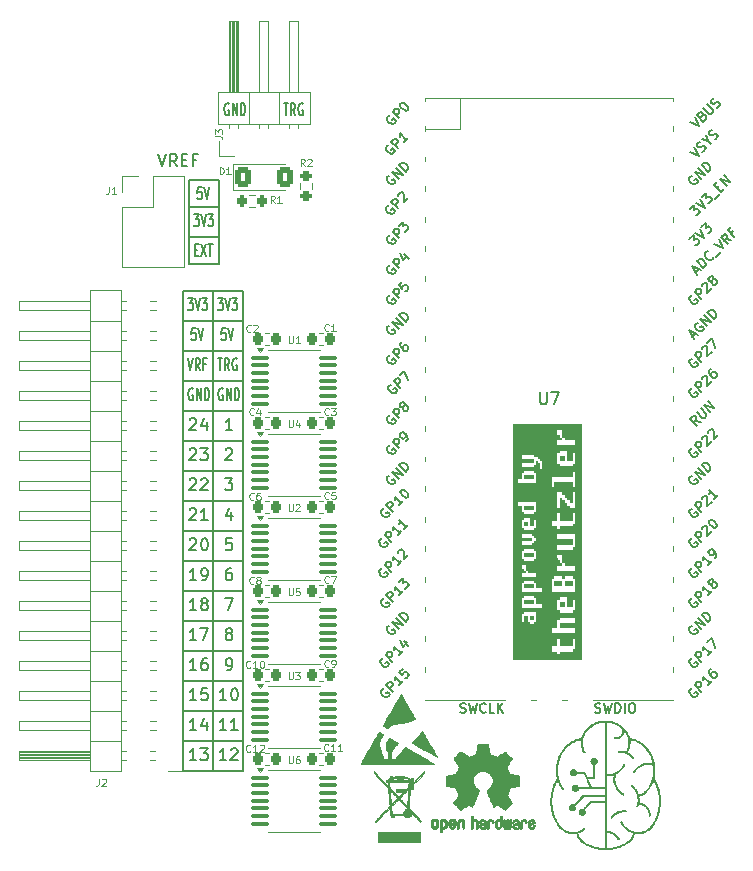
<source format=gto>
G04 #@! TF.GenerationSoftware,KiCad,Pcbnew,8.0.8-8.0.8-0~ubuntu24.04.1*
G04 #@! TF.CreationDate,2025-04-25T21:20:27+02:00*
G04 #@! TF.ProjectId,LogicAnalyzer,4c6f6769-6341-46e6-916c-797a65722e6b,rev?*
G04 #@! TF.SameCoordinates,Original*
G04 #@! TF.FileFunction,Legend,Top*
G04 #@! TF.FilePolarity,Positive*
%FSLAX46Y46*%
G04 Gerber Fmt 4.6, Leading zero omitted, Abs format (unit mm)*
G04 Created by KiCad (PCBNEW 8.0.8-8.0.8-0~ubuntu24.04.1) date 2025-04-25 21:20:27*
%MOMM*%
%LPD*%
G01*
G04 APERTURE LIST*
G04 Aperture macros list*
%AMRoundRect*
0 Rectangle with rounded corners*
0 $1 Rounding radius*
0 $2 $3 $4 $5 $6 $7 $8 $9 X,Y pos of 4 corners*
0 Add a 4 corners polygon primitive as box body*
4,1,4,$2,$3,$4,$5,$6,$7,$8,$9,$2,$3,0*
0 Add four circle primitives for the rounded corners*
1,1,$1+$1,$2,$3*
1,1,$1+$1,$4,$5*
1,1,$1+$1,$6,$7*
1,1,$1+$1,$8,$9*
0 Add four rect primitives between the rounded corners*
20,1,$1+$1,$2,$3,$4,$5,0*
20,1,$1+$1,$4,$5,$6,$7,0*
20,1,$1+$1,$6,$7,$8,$9,0*
20,1,$1+$1,$8,$9,$2,$3,0*%
G04 Aperture macros list end*
%ADD10C,0.150000*%
%ADD11C,0.132000*%
%ADD12C,0.200000*%
%ADD13C,0.100000*%
%ADD14C,0.300000*%
%ADD15C,0.120000*%
%ADD16C,0.010000*%
%ADD17C,0.000000*%
%ADD18RoundRect,0.225000X0.225000X0.250000X-0.225000X0.250000X-0.225000X-0.250000X0.225000X-0.250000X0*%
%ADD19C,3.200000*%
%ADD20RoundRect,0.100000X-0.637500X-0.100000X0.637500X-0.100000X0.637500X0.100000X-0.637500X0.100000X0*%
%ADD21RoundRect,0.200000X-0.200000X-0.275000X0.200000X-0.275000X0.200000X0.275000X-0.200000X0.275000X0*%
%ADD22RoundRect,0.250000X-0.400000X-0.600000X0.400000X-0.600000X0.400000X0.600000X-0.400000X0.600000X0*%
%ADD23R,1.700000X1.700000*%
%ADD24O,1.700000X1.700000*%
%ADD25RoundRect,0.225000X-0.225000X-0.250000X0.225000X-0.250000X0.225000X0.250000X-0.225000X0.250000X0*%
%ADD26RoundRect,0.200000X-0.275000X0.200000X-0.275000X-0.200000X0.275000X-0.200000X0.275000X0.200000X0*%
%ADD27O,1.800000X1.800000*%
%ADD28O,1.500000X1.500000*%
%ADD29R,3.500000X1.700000*%
%ADD30R,1.700000X3.500000*%
G04 APERTURE END LIST*
D10*
X162560000Y-104140000D02*
X167640000Y-104140000D01*
X162560000Y-114300000D02*
X167640000Y-114300000D01*
X162560000Y-83820000D02*
X167640000Y-83820000D01*
X162560000Y-86360000D02*
X167640000Y-86360000D01*
X163068000Y-71882000D02*
X165608000Y-71882000D01*
X165608000Y-78994000D01*
X163068000Y-78994000D01*
X163068000Y-71882000D01*
X162560000Y-101600000D02*
X167640000Y-101600000D01*
X162560000Y-111760000D02*
X167640000Y-111760000D01*
X162560000Y-119380000D02*
X167640000Y-119380000D01*
X163068000Y-76708000D02*
X165608000Y-76708000D01*
X162560000Y-109220000D02*
X167640000Y-109220000D01*
X163068000Y-74168000D02*
X165608000Y-74168000D01*
X162560000Y-88900000D02*
X167640000Y-88900000D01*
X162560000Y-106680000D02*
X167640000Y-106680000D01*
X162560000Y-99060000D02*
X167640000Y-99060000D01*
X162560000Y-116840000D02*
X167640000Y-116840000D01*
X162560000Y-81280000D02*
X167640000Y-81280000D01*
X167640000Y-121920000D01*
X162560000Y-121920000D01*
X162560000Y-81280000D01*
X162560000Y-91440000D02*
X167640000Y-91440000D01*
X162560000Y-96520000D02*
X167640000Y-96520000D01*
X165100000Y-81280000D02*
X165100000Y-121920000D01*
X162560000Y-93980000D02*
X167640000Y-93980000D01*
D11*
X164134270Y-72530755D02*
X163819984Y-72530755D01*
X163819984Y-72530755D02*
X163788556Y-73006945D01*
X163788556Y-73006945D02*
X163819984Y-72959326D01*
X163819984Y-72959326D02*
X163882842Y-72911707D01*
X163882842Y-72911707D02*
X164039984Y-72911707D01*
X164039984Y-72911707D02*
X164102842Y-72959326D01*
X164102842Y-72959326D02*
X164134270Y-73006945D01*
X164134270Y-73006945D02*
X164165699Y-73102183D01*
X164165699Y-73102183D02*
X164165699Y-73340278D01*
X164165699Y-73340278D02*
X164134270Y-73435516D01*
X164134270Y-73435516D02*
X164102842Y-73483136D01*
X164102842Y-73483136D02*
X164039984Y-73530755D01*
X164039984Y-73530755D02*
X163882842Y-73530755D01*
X163882842Y-73530755D02*
X163819984Y-73483136D01*
X163819984Y-73483136D02*
X163788556Y-73435516D01*
X164354270Y-72530755D02*
X164574270Y-73530755D01*
X164574270Y-73530755D02*
X164794270Y-72530755D01*
D12*
X163707482Y-115945219D02*
X163136054Y-115945219D01*
X163421768Y-115945219D02*
X163421768Y-114945219D01*
X163421768Y-114945219D02*
X163326530Y-115088076D01*
X163326530Y-115088076D02*
X163231292Y-115183314D01*
X163231292Y-115183314D02*
X163136054Y-115230933D01*
X164612244Y-114945219D02*
X164136054Y-114945219D01*
X164136054Y-114945219D02*
X164088435Y-115421409D01*
X164088435Y-115421409D02*
X164136054Y-115373790D01*
X164136054Y-115373790D02*
X164231292Y-115326171D01*
X164231292Y-115326171D02*
X164469387Y-115326171D01*
X164469387Y-115326171D02*
X164564625Y-115373790D01*
X164564625Y-115373790D02*
X164612244Y-115421409D01*
X164612244Y-115421409D02*
X164659863Y-115516647D01*
X164659863Y-115516647D02*
X164659863Y-115754742D01*
X164659863Y-115754742D02*
X164612244Y-115849980D01*
X164612244Y-115849980D02*
X164564625Y-115897600D01*
X164564625Y-115897600D02*
X164469387Y-115945219D01*
X164469387Y-115945219D02*
X164231292Y-115945219D01*
X164231292Y-115945219D02*
X164136054Y-115897600D01*
X164136054Y-115897600D02*
X164088435Y-115849980D01*
X163707482Y-113405219D02*
X163136054Y-113405219D01*
X163421768Y-113405219D02*
X163421768Y-112405219D01*
X163421768Y-112405219D02*
X163326530Y-112548076D01*
X163326530Y-112548076D02*
X163231292Y-112643314D01*
X163231292Y-112643314D02*
X163136054Y-112690933D01*
X164564625Y-112405219D02*
X164374149Y-112405219D01*
X164374149Y-112405219D02*
X164278911Y-112452838D01*
X164278911Y-112452838D02*
X164231292Y-112500457D01*
X164231292Y-112500457D02*
X164136054Y-112643314D01*
X164136054Y-112643314D02*
X164088435Y-112833790D01*
X164088435Y-112833790D02*
X164088435Y-113214742D01*
X164088435Y-113214742D02*
X164136054Y-113309980D01*
X164136054Y-113309980D02*
X164183673Y-113357600D01*
X164183673Y-113357600D02*
X164278911Y-113405219D01*
X164278911Y-113405219D02*
X164469387Y-113405219D01*
X164469387Y-113405219D02*
X164564625Y-113357600D01*
X164564625Y-113357600D02*
X164612244Y-113309980D01*
X164612244Y-113309980D02*
X164659863Y-113214742D01*
X164659863Y-113214742D02*
X164659863Y-112976647D01*
X164659863Y-112976647D02*
X164612244Y-112881409D01*
X164612244Y-112881409D02*
X164564625Y-112833790D01*
X164564625Y-112833790D02*
X164469387Y-112786171D01*
X164469387Y-112786171D02*
X164278911Y-112786171D01*
X164278911Y-112786171D02*
X164183673Y-112833790D01*
X164183673Y-112833790D02*
X164136054Y-112881409D01*
X164136054Y-112881409D02*
X164088435Y-112976647D01*
D11*
X171091699Y-65418755D02*
X171468842Y-65418755D01*
X171280270Y-66418755D02*
X171280270Y-65418755D01*
X172065984Y-66418755D02*
X171845984Y-65942564D01*
X171688841Y-66418755D02*
X171688841Y-65418755D01*
X171688841Y-65418755D02*
X171940270Y-65418755D01*
X171940270Y-65418755D02*
X172003127Y-65466374D01*
X172003127Y-65466374D02*
X172034556Y-65513993D01*
X172034556Y-65513993D02*
X172065984Y-65609231D01*
X172065984Y-65609231D02*
X172065984Y-65752088D01*
X172065984Y-65752088D02*
X172034556Y-65847326D01*
X172034556Y-65847326D02*
X172003127Y-65894945D01*
X172003127Y-65894945D02*
X171940270Y-65942564D01*
X171940270Y-65942564D02*
X171688841Y-65942564D01*
X172694556Y-65466374D02*
X172631699Y-65418755D01*
X172631699Y-65418755D02*
X172537413Y-65418755D01*
X172537413Y-65418755D02*
X172443127Y-65466374D01*
X172443127Y-65466374D02*
X172380270Y-65561612D01*
X172380270Y-65561612D02*
X172348841Y-65656850D01*
X172348841Y-65656850D02*
X172317413Y-65847326D01*
X172317413Y-65847326D02*
X172317413Y-65990183D01*
X172317413Y-65990183D02*
X172348841Y-66180659D01*
X172348841Y-66180659D02*
X172380270Y-66275897D01*
X172380270Y-66275897D02*
X172443127Y-66371136D01*
X172443127Y-66371136D02*
X172537413Y-66418755D01*
X172537413Y-66418755D02*
X172600270Y-66418755D01*
X172600270Y-66418755D02*
X172694556Y-66371136D01*
X172694556Y-66371136D02*
X172725984Y-66323516D01*
X172725984Y-66323516D02*
X172725984Y-65990183D01*
X172725984Y-65990183D02*
X172600270Y-65990183D01*
X166451699Y-65466374D02*
X166388842Y-65418755D01*
X166388842Y-65418755D02*
X166294556Y-65418755D01*
X166294556Y-65418755D02*
X166200270Y-65466374D01*
X166200270Y-65466374D02*
X166137413Y-65561612D01*
X166137413Y-65561612D02*
X166105984Y-65656850D01*
X166105984Y-65656850D02*
X166074556Y-65847326D01*
X166074556Y-65847326D02*
X166074556Y-65990183D01*
X166074556Y-65990183D02*
X166105984Y-66180659D01*
X166105984Y-66180659D02*
X166137413Y-66275897D01*
X166137413Y-66275897D02*
X166200270Y-66371136D01*
X166200270Y-66371136D02*
X166294556Y-66418755D01*
X166294556Y-66418755D02*
X166357413Y-66418755D01*
X166357413Y-66418755D02*
X166451699Y-66371136D01*
X166451699Y-66371136D02*
X166483127Y-66323516D01*
X166483127Y-66323516D02*
X166483127Y-65990183D01*
X166483127Y-65990183D02*
X166357413Y-65990183D01*
X166765984Y-66418755D02*
X166765984Y-65418755D01*
X166765984Y-65418755D02*
X167143127Y-66418755D01*
X167143127Y-66418755D02*
X167143127Y-65418755D01*
X167457413Y-66418755D02*
X167457413Y-65418755D01*
X167457413Y-65418755D02*
X167614556Y-65418755D01*
X167614556Y-65418755D02*
X167708842Y-65466374D01*
X167708842Y-65466374D02*
X167771699Y-65561612D01*
X167771699Y-65561612D02*
X167803128Y-65656850D01*
X167803128Y-65656850D02*
X167834556Y-65847326D01*
X167834556Y-65847326D02*
X167834556Y-65990183D01*
X167834556Y-65990183D02*
X167803128Y-66180659D01*
X167803128Y-66180659D02*
X167771699Y-66275897D01*
X167771699Y-66275897D02*
X167708842Y-66371136D01*
X167708842Y-66371136D02*
X167614556Y-66418755D01*
X167614556Y-66418755D02*
X167457413Y-66418755D01*
D12*
X163136054Y-102340457D02*
X163183673Y-102292838D01*
X163183673Y-102292838D02*
X163278911Y-102245219D01*
X163278911Y-102245219D02*
X163517006Y-102245219D01*
X163517006Y-102245219D02*
X163612244Y-102292838D01*
X163612244Y-102292838D02*
X163659863Y-102340457D01*
X163659863Y-102340457D02*
X163707482Y-102435695D01*
X163707482Y-102435695D02*
X163707482Y-102530933D01*
X163707482Y-102530933D02*
X163659863Y-102673790D01*
X163659863Y-102673790D02*
X163088435Y-103245219D01*
X163088435Y-103245219D02*
X163707482Y-103245219D01*
X164326530Y-102245219D02*
X164421768Y-102245219D01*
X164421768Y-102245219D02*
X164517006Y-102292838D01*
X164517006Y-102292838D02*
X164564625Y-102340457D01*
X164564625Y-102340457D02*
X164612244Y-102435695D01*
X164612244Y-102435695D02*
X164659863Y-102626171D01*
X164659863Y-102626171D02*
X164659863Y-102864266D01*
X164659863Y-102864266D02*
X164612244Y-103054742D01*
X164612244Y-103054742D02*
X164564625Y-103149980D01*
X164564625Y-103149980D02*
X164517006Y-103197600D01*
X164517006Y-103197600D02*
X164421768Y-103245219D01*
X164421768Y-103245219D02*
X164326530Y-103245219D01*
X164326530Y-103245219D02*
X164231292Y-103197600D01*
X164231292Y-103197600D02*
X164183673Y-103149980D01*
X164183673Y-103149980D02*
X164136054Y-103054742D01*
X164136054Y-103054742D02*
X164088435Y-102864266D01*
X164088435Y-102864266D02*
X164088435Y-102626171D01*
X164088435Y-102626171D02*
X164136054Y-102435695D01*
X164136054Y-102435695D02*
X164183673Y-102340457D01*
X164183673Y-102340457D02*
X164231292Y-102292838D01*
X164231292Y-102292838D02*
X164326530Y-102245219D01*
X166136435Y-97165219D02*
X166755482Y-97165219D01*
X166755482Y-97165219D02*
X166422149Y-97546171D01*
X166422149Y-97546171D02*
X166565006Y-97546171D01*
X166565006Y-97546171D02*
X166660244Y-97593790D01*
X166660244Y-97593790D02*
X166707863Y-97641409D01*
X166707863Y-97641409D02*
X166755482Y-97736647D01*
X166755482Y-97736647D02*
X166755482Y-97974742D01*
X166755482Y-97974742D02*
X166707863Y-98069980D01*
X166707863Y-98069980D02*
X166660244Y-98117600D01*
X166660244Y-98117600D02*
X166565006Y-98165219D01*
X166565006Y-98165219D02*
X166279292Y-98165219D01*
X166279292Y-98165219D02*
X166184054Y-98117600D01*
X166184054Y-98117600D02*
X166136435Y-98069980D01*
X166136435Y-107325219D02*
X166803101Y-107325219D01*
X166803101Y-107325219D02*
X166374530Y-108325219D01*
D11*
X162995127Y-81928755D02*
X163403699Y-81928755D01*
X163403699Y-81928755D02*
X163183699Y-82309707D01*
X163183699Y-82309707D02*
X163277984Y-82309707D01*
X163277984Y-82309707D02*
X163340842Y-82357326D01*
X163340842Y-82357326D02*
X163372270Y-82404945D01*
X163372270Y-82404945D02*
X163403699Y-82500183D01*
X163403699Y-82500183D02*
X163403699Y-82738278D01*
X163403699Y-82738278D02*
X163372270Y-82833516D01*
X163372270Y-82833516D02*
X163340842Y-82881136D01*
X163340842Y-82881136D02*
X163277984Y-82928755D01*
X163277984Y-82928755D02*
X163089413Y-82928755D01*
X163089413Y-82928755D02*
X163026556Y-82881136D01*
X163026556Y-82881136D02*
X162995127Y-82833516D01*
X163592270Y-81928755D02*
X163812270Y-82928755D01*
X163812270Y-82928755D02*
X164032270Y-81928755D01*
X164189412Y-81928755D02*
X164597984Y-81928755D01*
X164597984Y-81928755D02*
X164377984Y-82309707D01*
X164377984Y-82309707D02*
X164472269Y-82309707D01*
X164472269Y-82309707D02*
X164535127Y-82357326D01*
X164535127Y-82357326D02*
X164566555Y-82404945D01*
X164566555Y-82404945D02*
X164597984Y-82500183D01*
X164597984Y-82500183D02*
X164597984Y-82738278D01*
X164597984Y-82738278D02*
X164566555Y-82833516D01*
X164566555Y-82833516D02*
X164535127Y-82881136D01*
X164535127Y-82881136D02*
X164472269Y-82928755D01*
X164472269Y-82928755D02*
X164283698Y-82928755D01*
X164283698Y-82928755D02*
X164220841Y-82881136D01*
X164220841Y-82881136D02*
X164189412Y-82833516D01*
D12*
X163707482Y-118485219D02*
X163136054Y-118485219D01*
X163421768Y-118485219D02*
X163421768Y-117485219D01*
X163421768Y-117485219D02*
X163326530Y-117628076D01*
X163326530Y-117628076D02*
X163231292Y-117723314D01*
X163231292Y-117723314D02*
X163136054Y-117770933D01*
X164564625Y-117818552D02*
X164564625Y-118485219D01*
X164326530Y-117437600D02*
X164088435Y-118151885D01*
X164088435Y-118151885D02*
X164707482Y-118151885D01*
D11*
X163403699Y-89596374D02*
X163340842Y-89548755D01*
X163340842Y-89548755D02*
X163246556Y-89548755D01*
X163246556Y-89548755D02*
X163152270Y-89596374D01*
X163152270Y-89596374D02*
X163089413Y-89691612D01*
X163089413Y-89691612D02*
X163057984Y-89786850D01*
X163057984Y-89786850D02*
X163026556Y-89977326D01*
X163026556Y-89977326D02*
X163026556Y-90120183D01*
X163026556Y-90120183D02*
X163057984Y-90310659D01*
X163057984Y-90310659D02*
X163089413Y-90405897D01*
X163089413Y-90405897D02*
X163152270Y-90501136D01*
X163152270Y-90501136D02*
X163246556Y-90548755D01*
X163246556Y-90548755D02*
X163309413Y-90548755D01*
X163309413Y-90548755D02*
X163403699Y-90501136D01*
X163403699Y-90501136D02*
X163435127Y-90453516D01*
X163435127Y-90453516D02*
X163435127Y-90120183D01*
X163435127Y-90120183D02*
X163309413Y-90120183D01*
X163717984Y-90548755D02*
X163717984Y-89548755D01*
X163717984Y-89548755D02*
X164095127Y-90548755D01*
X164095127Y-90548755D02*
X164095127Y-89548755D01*
X164409413Y-90548755D02*
X164409413Y-89548755D01*
X164409413Y-89548755D02*
X164566556Y-89548755D01*
X164566556Y-89548755D02*
X164660842Y-89596374D01*
X164660842Y-89596374D02*
X164723699Y-89691612D01*
X164723699Y-89691612D02*
X164755128Y-89786850D01*
X164755128Y-89786850D02*
X164786556Y-89977326D01*
X164786556Y-89977326D02*
X164786556Y-90120183D01*
X164786556Y-90120183D02*
X164755128Y-90310659D01*
X164755128Y-90310659D02*
X164723699Y-90405897D01*
X164723699Y-90405897D02*
X164660842Y-90501136D01*
X164660842Y-90501136D02*
X164566556Y-90548755D01*
X164566556Y-90548755D02*
X164409413Y-90548755D01*
X163626270Y-84468755D02*
X163311984Y-84468755D01*
X163311984Y-84468755D02*
X163280556Y-84944945D01*
X163280556Y-84944945D02*
X163311984Y-84897326D01*
X163311984Y-84897326D02*
X163374842Y-84849707D01*
X163374842Y-84849707D02*
X163531984Y-84849707D01*
X163531984Y-84849707D02*
X163594842Y-84897326D01*
X163594842Y-84897326D02*
X163626270Y-84944945D01*
X163626270Y-84944945D02*
X163657699Y-85040183D01*
X163657699Y-85040183D02*
X163657699Y-85278278D01*
X163657699Y-85278278D02*
X163626270Y-85373516D01*
X163626270Y-85373516D02*
X163594842Y-85421136D01*
X163594842Y-85421136D02*
X163531984Y-85468755D01*
X163531984Y-85468755D02*
X163374842Y-85468755D01*
X163374842Y-85468755D02*
X163311984Y-85421136D01*
X163311984Y-85421136D02*
X163280556Y-85373516D01*
X163846270Y-84468755D02*
X164066270Y-85468755D01*
X164066270Y-85468755D02*
X164286270Y-84468755D01*
X163565984Y-77832945D02*
X163785984Y-77832945D01*
X163880270Y-78356755D02*
X163565984Y-78356755D01*
X163565984Y-78356755D02*
X163565984Y-77356755D01*
X163565984Y-77356755D02*
X163880270Y-77356755D01*
X164100270Y-77356755D02*
X164540270Y-78356755D01*
X164540270Y-77356755D02*
X164100270Y-78356755D01*
X164697413Y-77356755D02*
X165074556Y-77356755D01*
X164885984Y-78356755D02*
X164885984Y-77356755D01*
D12*
X163136054Y-94720457D02*
X163183673Y-94672838D01*
X163183673Y-94672838D02*
X163278911Y-94625219D01*
X163278911Y-94625219D02*
X163517006Y-94625219D01*
X163517006Y-94625219D02*
X163612244Y-94672838D01*
X163612244Y-94672838D02*
X163659863Y-94720457D01*
X163659863Y-94720457D02*
X163707482Y-94815695D01*
X163707482Y-94815695D02*
X163707482Y-94910933D01*
X163707482Y-94910933D02*
X163659863Y-95053790D01*
X163659863Y-95053790D02*
X163088435Y-95625219D01*
X163088435Y-95625219D02*
X163707482Y-95625219D01*
X164040816Y-94625219D02*
X164659863Y-94625219D01*
X164659863Y-94625219D02*
X164326530Y-95006171D01*
X164326530Y-95006171D02*
X164469387Y-95006171D01*
X164469387Y-95006171D02*
X164564625Y-95053790D01*
X164564625Y-95053790D02*
X164612244Y-95101409D01*
X164612244Y-95101409D02*
X164659863Y-95196647D01*
X164659863Y-95196647D02*
X164659863Y-95434742D01*
X164659863Y-95434742D02*
X164612244Y-95529980D01*
X164612244Y-95529980D02*
X164564625Y-95577600D01*
X164564625Y-95577600D02*
X164469387Y-95625219D01*
X164469387Y-95625219D02*
X164183673Y-95625219D01*
X164183673Y-95625219D02*
X164088435Y-95577600D01*
X164088435Y-95577600D02*
X164040816Y-95529980D01*
X163707482Y-105785219D02*
X163136054Y-105785219D01*
X163421768Y-105785219D02*
X163421768Y-104785219D01*
X163421768Y-104785219D02*
X163326530Y-104928076D01*
X163326530Y-104928076D02*
X163231292Y-105023314D01*
X163231292Y-105023314D02*
X163136054Y-105070933D01*
X164183673Y-105785219D02*
X164374149Y-105785219D01*
X164374149Y-105785219D02*
X164469387Y-105737600D01*
X164469387Y-105737600D02*
X164517006Y-105689980D01*
X164517006Y-105689980D02*
X164612244Y-105547123D01*
X164612244Y-105547123D02*
X164659863Y-105356647D01*
X164659863Y-105356647D02*
X164659863Y-104975695D01*
X164659863Y-104975695D02*
X164612244Y-104880457D01*
X164612244Y-104880457D02*
X164564625Y-104832838D01*
X164564625Y-104832838D02*
X164469387Y-104785219D01*
X164469387Y-104785219D02*
X164278911Y-104785219D01*
X164278911Y-104785219D02*
X164183673Y-104832838D01*
X164183673Y-104832838D02*
X164136054Y-104880457D01*
X164136054Y-104880457D02*
X164088435Y-104975695D01*
X164088435Y-104975695D02*
X164088435Y-105213790D01*
X164088435Y-105213790D02*
X164136054Y-105309028D01*
X164136054Y-105309028D02*
X164183673Y-105356647D01*
X164183673Y-105356647D02*
X164278911Y-105404266D01*
X164278911Y-105404266D02*
X164469387Y-105404266D01*
X164469387Y-105404266D02*
X164564625Y-105356647D01*
X164564625Y-105356647D02*
X164612244Y-105309028D01*
X164612244Y-105309028D02*
X164659863Y-105213790D01*
X163136054Y-97260457D02*
X163183673Y-97212838D01*
X163183673Y-97212838D02*
X163278911Y-97165219D01*
X163278911Y-97165219D02*
X163517006Y-97165219D01*
X163517006Y-97165219D02*
X163612244Y-97212838D01*
X163612244Y-97212838D02*
X163659863Y-97260457D01*
X163659863Y-97260457D02*
X163707482Y-97355695D01*
X163707482Y-97355695D02*
X163707482Y-97450933D01*
X163707482Y-97450933D02*
X163659863Y-97593790D01*
X163659863Y-97593790D02*
X163088435Y-98165219D01*
X163088435Y-98165219D02*
X163707482Y-98165219D01*
X164088435Y-97260457D02*
X164136054Y-97212838D01*
X164136054Y-97212838D02*
X164231292Y-97165219D01*
X164231292Y-97165219D02*
X164469387Y-97165219D01*
X164469387Y-97165219D02*
X164564625Y-97212838D01*
X164564625Y-97212838D02*
X164612244Y-97260457D01*
X164612244Y-97260457D02*
X164659863Y-97355695D01*
X164659863Y-97355695D02*
X164659863Y-97450933D01*
X164659863Y-97450933D02*
X164612244Y-97593790D01*
X164612244Y-97593790D02*
X164040816Y-98165219D01*
X164040816Y-98165219D02*
X164659863Y-98165219D01*
X163136054Y-99800457D02*
X163183673Y-99752838D01*
X163183673Y-99752838D02*
X163278911Y-99705219D01*
X163278911Y-99705219D02*
X163517006Y-99705219D01*
X163517006Y-99705219D02*
X163612244Y-99752838D01*
X163612244Y-99752838D02*
X163659863Y-99800457D01*
X163659863Y-99800457D02*
X163707482Y-99895695D01*
X163707482Y-99895695D02*
X163707482Y-99990933D01*
X163707482Y-99990933D02*
X163659863Y-100133790D01*
X163659863Y-100133790D02*
X163088435Y-100705219D01*
X163088435Y-100705219D02*
X163707482Y-100705219D01*
X164659863Y-100705219D02*
X164088435Y-100705219D01*
X164374149Y-100705219D02*
X164374149Y-99705219D01*
X164374149Y-99705219D02*
X164278911Y-99848076D01*
X164278911Y-99848076D02*
X164183673Y-99943314D01*
X164183673Y-99943314D02*
X164088435Y-99990933D01*
X163707482Y-121025219D02*
X163136054Y-121025219D01*
X163421768Y-121025219D02*
X163421768Y-120025219D01*
X163421768Y-120025219D02*
X163326530Y-120168076D01*
X163326530Y-120168076D02*
X163231292Y-120263314D01*
X163231292Y-120263314D02*
X163136054Y-120310933D01*
X164040816Y-120025219D02*
X164659863Y-120025219D01*
X164659863Y-120025219D02*
X164326530Y-120406171D01*
X164326530Y-120406171D02*
X164469387Y-120406171D01*
X164469387Y-120406171D02*
X164564625Y-120453790D01*
X164564625Y-120453790D02*
X164612244Y-120501409D01*
X164612244Y-120501409D02*
X164659863Y-120596647D01*
X164659863Y-120596647D02*
X164659863Y-120834742D01*
X164659863Y-120834742D02*
X164612244Y-120929980D01*
X164612244Y-120929980D02*
X164564625Y-120977600D01*
X164564625Y-120977600D02*
X164469387Y-121025219D01*
X164469387Y-121025219D02*
X164183673Y-121025219D01*
X164183673Y-121025219D02*
X164088435Y-120977600D01*
X164088435Y-120977600D02*
X164040816Y-120929980D01*
D10*
X160467922Y-69735819D02*
X160801255Y-70735819D01*
X160801255Y-70735819D02*
X161134588Y-69735819D01*
X162039350Y-70735819D02*
X161706017Y-70259628D01*
X161467922Y-70735819D02*
X161467922Y-69735819D01*
X161467922Y-69735819D02*
X161848874Y-69735819D01*
X161848874Y-69735819D02*
X161944112Y-69783438D01*
X161944112Y-69783438D02*
X161991731Y-69831057D01*
X161991731Y-69831057D02*
X162039350Y-69926295D01*
X162039350Y-69926295D02*
X162039350Y-70069152D01*
X162039350Y-70069152D02*
X161991731Y-70164390D01*
X161991731Y-70164390D02*
X161944112Y-70212009D01*
X161944112Y-70212009D02*
X161848874Y-70259628D01*
X161848874Y-70259628D02*
X161467922Y-70259628D01*
X162467922Y-70212009D02*
X162801255Y-70212009D01*
X162944112Y-70735819D02*
X162467922Y-70735819D01*
X162467922Y-70735819D02*
X162467922Y-69735819D01*
X162467922Y-69735819D02*
X162944112Y-69735819D01*
X163706017Y-70212009D02*
X163372684Y-70212009D01*
X163372684Y-70735819D02*
X163372684Y-69735819D01*
X163372684Y-69735819D02*
X163848874Y-69735819D01*
D12*
X166374530Y-110293790D02*
X166279292Y-110246171D01*
X166279292Y-110246171D02*
X166231673Y-110198552D01*
X166231673Y-110198552D02*
X166184054Y-110103314D01*
X166184054Y-110103314D02*
X166184054Y-110055695D01*
X166184054Y-110055695D02*
X166231673Y-109960457D01*
X166231673Y-109960457D02*
X166279292Y-109912838D01*
X166279292Y-109912838D02*
X166374530Y-109865219D01*
X166374530Y-109865219D02*
X166565006Y-109865219D01*
X166565006Y-109865219D02*
X166660244Y-109912838D01*
X166660244Y-109912838D02*
X166707863Y-109960457D01*
X166707863Y-109960457D02*
X166755482Y-110055695D01*
X166755482Y-110055695D02*
X166755482Y-110103314D01*
X166755482Y-110103314D02*
X166707863Y-110198552D01*
X166707863Y-110198552D02*
X166660244Y-110246171D01*
X166660244Y-110246171D02*
X166565006Y-110293790D01*
X166565006Y-110293790D02*
X166374530Y-110293790D01*
X166374530Y-110293790D02*
X166279292Y-110341409D01*
X166279292Y-110341409D02*
X166231673Y-110389028D01*
X166231673Y-110389028D02*
X166184054Y-110484266D01*
X166184054Y-110484266D02*
X166184054Y-110674742D01*
X166184054Y-110674742D02*
X166231673Y-110769980D01*
X166231673Y-110769980D02*
X166279292Y-110817600D01*
X166279292Y-110817600D02*
X166374530Y-110865219D01*
X166374530Y-110865219D02*
X166565006Y-110865219D01*
X166565006Y-110865219D02*
X166660244Y-110817600D01*
X166660244Y-110817600D02*
X166707863Y-110769980D01*
X166707863Y-110769980D02*
X166755482Y-110674742D01*
X166755482Y-110674742D02*
X166755482Y-110484266D01*
X166755482Y-110484266D02*
X166707863Y-110389028D01*
X166707863Y-110389028D02*
X166660244Y-110341409D01*
X166660244Y-110341409D02*
X166565006Y-110293790D01*
X166755482Y-93085219D02*
X166184054Y-93085219D01*
X166469768Y-93085219D02*
X166469768Y-92085219D01*
X166469768Y-92085219D02*
X166374530Y-92228076D01*
X166374530Y-92228076D02*
X166279292Y-92323314D01*
X166279292Y-92323314D02*
X166184054Y-92370933D01*
D11*
X166166270Y-84468755D02*
X165851984Y-84468755D01*
X165851984Y-84468755D02*
X165820556Y-84944945D01*
X165820556Y-84944945D02*
X165851984Y-84897326D01*
X165851984Y-84897326D02*
X165914842Y-84849707D01*
X165914842Y-84849707D02*
X166071984Y-84849707D01*
X166071984Y-84849707D02*
X166134842Y-84897326D01*
X166134842Y-84897326D02*
X166166270Y-84944945D01*
X166166270Y-84944945D02*
X166197699Y-85040183D01*
X166197699Y-85040183D02*
X166197699Y-85278278D01*
X166197699Y-85278278D02*
X166166270Y-85373516D01*
X166166270Y-85373516D02*
X166134842Y-85421136D01*
X166134842Y-85421136D02*
X166071984Y-85468755D01*
X166071984Y-85468755D02*
X165914842Y-85468755D01*
X165914842Y-85468755D02*
X165851984Y-85421136D01*
X165851984Y-85421136D02*
X165820556Y-85373516D01*
X166386270Y-84468755D02*
X166606270Y-85468755D01*
X166606270Y-85468755D02*
X166826270Y-84468755D01*
X165535127Y-81928755D02*
X165943699Y-81928755D01*
X165943699Y-81928755D02*
X165723699Y-82309707D01*
X165723699Y-82309707D02*
X165817984Y-82309707D01*
X165817984Y-82309707D02*
X165880842Y-82357326D01*
X165880842Y-82357326D02*
X165912270Y-82404945D01*
X165912270Y-82404945D02*
X165943699Y-82500183D01*
X165943699Y-82500183D02*
X165943699Y-82738278D01*
X165943699Y-82738278D02*
X165912270Y-82833516D01*
X165912270Y-82833516D02*
X165880842Y-82881136D01*
X165880842Y-82881136D02*
X165817984Y-82928755D01*
X165817984Y-82928755D02*
X165629413Y-82928755D01*
X165629413Y-82928755D02*
X165566556Y-82881136D01*
X165566556Y-82881136D02*
X165535127Y-82833516D01*
X166132270Y-81928755D02*
X166352270Y-82928755D01*
X166352270Y-82928755D02*
X166572270Y-81928755D01*
X166729412Y-81928755D02*
X167137984Y-81928755D01*
X167137984Y-81928755D02*
X166917984Y-82309707D01*
X166917984Y-82309707D02*
X167012269Y-82309707D01*
X167012269Y-82309707D02*
X167075127Y-82357326D01*
X167075127Y-82357326D02*
X167106555Y-82404945D01*
X167106555Y-82404945D02*
X167137984Y-82500183D01*
X167137984Y-82500183D02*
X167137984Y-82738278D01*
X167137984Y-82738278D02*
X167106555Y-82833516D01*
X167106555Y-82833516D02*
X167075127Y-82881136D01*
X167075127Y-82881136D02*
X167012269Y-82928755D01*
X167012269Y-82928755D02*
X166823698Y-82928755D01*
X166823698Y-82928755D02*
X166760841Y-82881136D01*
X166760841Y-82881136D02*
X166729412Y-82833516D01*
D12*
X166247482Y-115945219D02*
X165676054Y-115945219D01*
X165961768Y-115945219D02*
X165961768Y-114945219D01*
X165961768Y-114945219D02*
X165866530Y-115088076D01*
X165866530Y-115088076D02*
X165771292Y-115183314D01*
X165771292Y-115183314D02*
X165676054Y-115230933D01*
X166866530Y-114945219D02*
X166961768Y-114945219D01*
X166961768Y-114945219D02*
X167057006Y-114992838D01*
X167057006Y-114992838D02*
X167104625Y-115040457D01*
X167104625Y-115040457D02*
X167152244Y-115135695D01*
X167152244Y-115135695D02*
X167199863Y-115326171D01*
X167199863Y-115326171D02*
X167199863Y-115564266D01*
X167199863Y-115564266D02*
X167152244Y-115754742D01*
X167152244Y-115754742D02*
X167104625Y-115849980D01*
X167104625Y-115849980D02*
X167057006Y-115897600D01*
X167057006Y-115897600D02*
X166961768Y-115945219D01*
X166961768Y-115945219D02*
X166866530Y-115945219D01*
X166866530Y-115945219D02*
X166771292Y-115897600D01*
X166771292Y-115897600D02*
X166723673Y-115849980D01*
X166723673Y-115849980D02*
X166676054Y-115754742D01*
X166676054Y-115754742D02*
X166628435Y-115564266D01*
X166628435Y-115564266D02*
X166628435Y-115326171D01*
X166628435Y-115326171D02*
X166676054Y-115135695D01*
X166676054Y-115135695D02*
X166723673Y-115040457D01*
X166723673Y-115040457D02*
X166771292Y-114992838D01*
X166771292Y-114992838D02*
X166866530Y-114945219D01*
D11*
X165943699Y-89596374D02*
X165880842Y-89548755D01*
X165880842Y-89548755D02*
X165786556Y-89548755D01*
X165786556Y-89548755D02*
X165692270Y-89596374D01*
X165692270Y-89596374D02*
X165629413Y-89691612D01*
X165629413Y-89691612D02*
X165597984Y-89786850D01*
X165597984Y-89786850D02*
X165566556Y-89977326D01*
X165566556Y-89977326D02*
X165566556Y-90120183D01*
X165566556Y-90120183D02*
X165597984Y-90310659D01*
X165597984Y-90310659D02*
X165629413Y-90405897D01*
X165629413Y-90405897D02*
X165692270Y-90501136D01*
X165692270Y-90501136D02*
X165786556Y-90548755D01*
X165786556Y-90548755D02*
X165849413Y-90548755D01*
X165849413Y-90548755D02*
X165943699Y-90501136D01*
X165943699Y-90501136D02*
X165975127Y-90453516D01*
X165975127Y-90453516D02*
X165975127Y-90120183D01*
X165975127Y-90120183D02*
X165849413Y-90120183D01*
X166257984Y-90548755D02*
X166257984Y-89548755D01*
X166257984Y-89548755D02*
X166635127Y-90548755D01*
X166635127Y-90548755D02*
X166635127Y-89548755D01*
X166949413Y-90548755D02*
X166949413Y-89548755D01*
X166949413Y-89548755D02*
X167106556Y-89548755D01*
X167106556Y-89548755D02*
X167200842Y-89596374D01*
X167200842Y-89596374D02*
X167263699Y-89691612D01*
X167263699Y-89691612D02*
X167295128Y-89786850D01*
X167295128Y-89786850D02*
X167326556Y-89977326D01*
X167326556Y-89977326D02*
X167326556Y-90120183D01*
X167326556Y-90120183D02*
X167295128Y-90310659D01*
X167295128Y-90310659D02*
X167263699Y-90405897D01*
X167263699Y-90405897D02*
X167200842Y-90501136D01*
X167200842Y-90501136D02*
X167106556Y-90548755D01*
X167106556Y-90548755D02*
X166949413Y-90548755D01*
D12*
X166707863Y-102245219D02*
X166231673Y-102245219D01*
X166231673Y-102245219D02*
X166184054Y-102721409D01*
X166184054Y-102721409D02*
X166231673Y-102673790D01*
X166231673Y-102673790D02*
X166326911Y-102626171D01*
X166326911Y-102626171D02*
X166565006Y-102626171D01*
X166565006Y-102626171D02*
X166660244Y-102673790D01*
X166660244Y-102673790D02*
X166707863Y-102721409D01*
X166707863Y-102721409D02*
X166755482Y-102816647D01*
X166755482Y-102816647D02*
X166755482Y-103054742D01*
X166755482Y-103054742D02*
X166707863Y-103149980D01*
X166707863Y-103149980D02*
X166660244Y-103197600D01*
X166660244Y-103197600D02*
X166565006Y-103245219D01*
X166565006Y-103245219D02*
X166326911Y-103245219D01*
X166326911Y-103245219D02*
X166231673Y-103197600D01*
X166231673Y-103197600D02*
X166184054Y-103149980D01*
X166247482Y-118485219D02*
X165676054Y-118485219D01*
X165961768Y-118485219D02*
X165961768Y-117485219D01*
X165961768Y-117485219D02*
X165866530Y-117628076D01*
X165866530Y-117628076D02*
X165771292Y-117723314D01*
X165771292Y-117723314D02*
X165676054Y-117770933D01*
X167199863Y-118485219D02*
X166628435Y-118485219D01*
X166914149Y-118485219D02*
X166914149Y-117485219D01*
X166914149Y-117485219D02*
X166818911Y-117628076D01*
X166818911Y-117628076D02*
X166723673Y-117723314D01*
X166723673Y-117723314D02*
X166628435Y-117770933D01*
X163707482Y-110865219D02*
X163136054Y-110865219D01*
X163421768Y-110865219D02*
X163421768Y-109865219D01*
X163421768Y-109865219D02*
X163326530Y-110008076D01*
X163326530Y-110008076D02*
X163231292Y-110103314D01*
X163231292Y-110103314D02*
X163136054Y-110150933D01*
X164040816Y-109865219D02*
X164707482Y-109865219D01*
X164707482Y-109865219D02*
X164278911Y-110865219D01*
X166247482Y-121025219D02*
X165676054Y-121025219D01*
X165961768Y-121025219D02*
X165961768Y-120025219D01*
X165961768Y-120025219D02*
X165866530Y-120168076D01*
X165866530Y-120168076D02*
X165771292Y-120263314D01*
X165771292Y-120263314D02*
X165676054Y-120310933D01*
X166628435Y-120120457D02*
X166676054Y-120072838D01*
X166676054Y-120072838D02*
X166771292Y-120025219D01*
X166771292Y-120025219D02*
X167009387Y-120025219D01*
X167009387Y-120025219D02*
X167104625Y-120072838D01*
X167104625Y-120072838D02*
X167152244Y-120120457D01*
X167152244Y-120120457D02*
X167199863Y-120215695D01*
X167199863Y-120215695D02*
X167199863Y-120310933D01*
X167199863Y-120310933D02*
X167152244Y-120453790D01*
X167152244Y-120453790D02*
X166580816Y-121025219D01*
X166580816Y-121025219D02*
X167199863Y-121025219D01*
X166184054Y-94720457D02*
X166231673Y-94672838D01*
X166231673Y-94672838D02*
X166326911Y-94625219D01*
X166326911Y-94625219D02*
X166565006Y-94625219D01*
X166565006Y-94625219D02*
X166660244Y-94672838D01*
X166660244Y-94672838D02*
X166707863Y-94720457D01*
X166707863Y-94720457D02*
X166755482Y-94815695D01*
X166755482Y-94815695D02*
X166755482Y-94910933D01*
X166755482Y-94910933D02*
X166707863Y-95053790D01*
X166707863Y-95053790D02*
X166136435Y-95625219D01*
X166136435Y-95625219D02*
X166755482Y-95625219D01*
D11*
X163503127Y-74816755D02*
X163911699Y-74816755D01*
X163911699Y-74816755D02*
X163691699Y-75197707D01*
X163691699Y-75197707D02*
X163785984Y-75197707D01*
X163785984Y-75197707D02*
X163848842Y-75245326D01*
X163848842Y-75245326D02*
X163880270Y-75292945D01*
X163880270Y-75292945D02*
X163911699Y-75388183D01*
X163911699Y-75388183D02*
X163911699Y-75626278D01*
X163911699Y-75626278D02*
X163880270Y-75721516D01*
X163880270Y-75721516D02*
X163848842Y-75769136D01*
X163848842Y-75769136D02*
X163785984Y-75816755D01*
X163785984Y-75816755D02*
X163597413Y-75816755D01*
X163597413Y-75816755D02*
X163534556Y-75769136D01*
X163534556Y-75769136D02*
X163503127Y-75721516D01*
X164100270Y-74816755D02*
X164320270Y-75816755D01*
X164320270Y-75816755D02*
X164540270Y-74816755D01*
X164697412Y-74816755D02*
X165105984Y-74816755D01*
X165105984Y-74816755D02*
X164885984Y-75197707D01*
X164885984Y-75197707D02*
X164980269Y-75197707D01*
X164980269Y-75197707D02*
X165043127Y-75245326D01*
X165043127Y-75245326D02*
X165074555Y-75292945D01*
X165074555Y-75292945D02*
X165105984Y-75388183D01*
X165105984Y-75388183D02*
X165105984Y-75626278D01*
X165105984Y-75626278D02*
X165074555Y-75721516D01*
X165074555Y-75721516D02*
X165043127Y-75769136D01*
X165043127Y-75769136D02*
X164980269Y-75816755D01*
X164980269Y-75816755D02*
X164791698Y-75816755D01*
X164791698Y-75816755D02*
X164728841Y-75769136D01*
X164728841Y-75769136D02*
X164697412Y-75721516D01*
D12*
X166660244Y-100038552D02*
X166660244Y-100705219D01*
X166422149Y-99657600D02*
X166184054Y-100371885D01*
X166184054Y-100371885D02*
X166803101Y-100371885D01*
X166660244Y-104785219D02*
X166469768Y-104785219D01*
X166469768Y-104785219D02*
X166374530Y-104832838D01*
X166374530Y-104832838D02*
X166326911Y-104880457D01*
X166326911Y-104880457D02*
X166231673Y-105023314D01*
X166231673Y-105023314D02*
X166184054Y-105213790D01*
X166184054Y-105213790D02*
X166184054Y-105594742D01*
X166184054Y-105594742D02*
X166231673Y-105689980D01*
X166231673Y-105689980D02*
X166279292Y-105737600D01*
X166279292Y-105737600D02*
X166374530Y-105785219D01*
X166374530Y-105785219D02*
X166565006Y-105785219D01*
X166565006Y-105785219D02*
X166660244Y-105737600D01*
X166660244Y-105737600D02*
X166707863Y-105689980D01*
X166707863Y-105689980D02*
X166755482Y-105594742D01*
X166755482Y-105594742D02*
X166755482Y-105356647D01*
X166755482Y-105356647D02*
X166707863Y-105261409D01*
X166707863Y-105261409D02*
X166660244Y-105213790D01*
X166660244Y-105213790D02*
X166565006Y-105166171D01*
X166565006Y-105166171D02*
X166374530Y-105166171D01*
X166374530Y-105166171D02*
X166279292Y-105213790D01*
X166279292Y-105213790D02*
X166231673Y-105261409D01*
X166231673Y-105261409D02*
X166184054Y-105356647D01*
D11*
X162963699Y-87008755D02*
X163183699Y-88008755D01*
X163183699Y-88008755D02*
X163403699Y-87008755D01*
X164000841Y-88008755D02*
X163780841Y-87532564D01*
X163623698Y-88008755D02*
X163623698Y-87008755D01*
X163623698Y-87008755D02*
X163875127Y-87008755D01*
X163875127Y-87008755D02*
X163937984Y-87056374D01*
X163937984Y-87056374D02*
X163969413Y-87103993D01*
X163969413Y-87103993D02*
X164000841Y-87199231D01*
X164000841Y-87199231D02*
X164000841Y-87342088D01*
X164000841Y-87342088D02*
X163969413Y-87437326D01*
X163969413Y-87437326D02*
X163937984Y-87484945D01*
X163937984Y-87484945D02*
X163875127Y-87532564D01*
X163875127Y-87532564D02*
X163623698Y-87532564D01*
X164503698Y-87484945D02*
X164283698Y-87484945D01*
X164283698Y-88008755D02*
X164283698Y-87008755D01*
X164283698Y-87008755D02*
X164597984Y-87008755D01*
X165503699Y-87008755D02*
X165880842Y-87008755D01*
X165692270Y-88008755D02*
X165692270Y-87008755D01*
X166477984Y-88008755D02*
X166257984Y-87532564D01*
X166100841Y-88008755D02*
X166100841Y-87008755D01*
X166100841Y-87008755D02*
X166352270Y-87008755D01*
X166352270Y-87008755D02*
X166415127Y-87056374D01*
X166415127Y-87056374D02*
X166446556Y-87103993D01*
X166446556Y-87103993D02*
X166477984Y-87199231D01*
X166477984Y-87199231D02*
X166477984Y-87342088D01*
X166477984Y-87342088D02*
X166446556Y-87437326D01*
X166446556Y-87437326D02*
X166415127Y-87484945D01*
X166415127Y-87484945D02*
X166352270Y-87532564D01*
X166352270Y-87532564D02*
X166100841Y-87532564D01*
X167106556Y-87056374D02*
X167043699Y-87008755D01*
X167043699Y-87008755D02*
X166949413Y-87008755D01*
X166949413Y-87008755D02*
X166855127Y-87056374D01*
X166855127Y-87056374D02*
X166792270Y-87151612D01*
X166792270Y-87151612D02*
X166760841Y-87246850D01*
X166760841Y-87246850D02*
X166729413Y-87437326D01*
X166729413Y-87437326D02*
X166729413Y-87580183D01*
X166729413Y-87580183D02*
X166760841Y-87770659D01*
X166760841Y-87770659D02*
X166792270Y-87865897D01*
X166792270Y-87865897D02*
X166855127Y-87961136D01*
X166855127Y-87961136D02*
X166949413Y-88008755D01*
X166949413Y-88008755D02*
X167012270Y-88008755D01*
X167012270Y-88008755D02*
X167106556Y-87961136D01*
X167106556Y-87961136D02*
X167137984Y-87913516D01*
X167137984Y-87913516D02*
X167137984Y-87580183D01*
X167137984Y-87580183D02*
X167012270Y-87580183D01*
D12*
X163707482Y-108325219D02*
X163136054Y-108325219D01*
X163421768Y-108325219D02*
X163421768Y-107325219D01*
X163421768Y-107325219D02*
X163326530Y-107468076D01*
X163326530Y-107468076D02*
X163231292Y-107563314D01*
X163231292Y-107563314D02*
X163136054Y-107610933D01*
X164278911Y-107753790D02*
X164183673Y-107706171D01*
X164183673Y-107706171D02*
X164136054Y-107658552D01*
X164136054Y-107658552D02*
X164088435Y-107563314D01*
X164088435Y-107563314D02*
X164088435Y-107515695D01*
X164088435Y-107515695D02*
X164136054Y-107420457D01*
X164136054Y-107420457D02*
X164183673Y-107372838D01*
X164183673Y-107372838D02*
X164278911Y-107325219D01*
X164278911Y-107325219D02*
X164469387Y-107325219D01*
X164469387Y-107325219D02*
X164564625Y-107372838D01*
X164564625Y-107372838D02*
X164612244Y-107420457D01*
X164612244Y-107420457D02*
X164659863Y-107515695D01*
X164659863Y-107515695D02*
X164659863Y-107563314D01*
X164659863Y-107563314D02*
X164612244Y-107658552D01*
X164612244Y-107658552D02*
X164564625Y-107706171D01*
X164564625Y-107706171D02*
X164469387Y-107753790D01*
X164469387Y-107753790D02*
X164278911Y-107753790D01*
X164278911Y-107753790D02*
X164183673Y-107801409D01*
X164183673Y-107801409D02*
X164136054Y-107849028D01*
X164136054Y-107849028D02*
X164088435Y-107944266D01*
X164088435Y-107944266D02*
X164088435Y-108134742D01*
X164088435Y-108134742D02*
X164136054Y-108229980D01*
X164136054Y-108229980D02*
X164183673Y-108277600D01*
X164183673Y-108277600D02*
X164278911Y-108325219D01*
X164278911Y-108325219D02*
X164469387Y-108325219D01*
X164469387Y-108325219D02*
X164564625Y-108277600D01*
X164564625Y-108277600D02*
X164612244Y-108229980D01*
X164612244Y-108229980D02*
X164659863Y-108134742D01*
X164659863Y-108134742D02*
X164659863Y-107944266D01*
X164659863Y-107944266D02*
X164612244Y-107849028D01*
X164612244Y-107849028D02*
X164564625Y-107801409D01*
X164564625Y-107801409D02*
X164469387Y-107753790D01*
X163136054Y-92180457D02*
X163183673Y-92132838D01*
X163183673Y-92132838D02*
X163278911Y-92085219D01*
X163278911Y-92085219D02*
X163517006Y-92085219D01*
X163517006Y-92085219D02*
X163612244Y-92132838D01*
X163612244Y-92132838D02*
X163659863Y-92180457D01*
X163659863Y-92180457D02*
X163707482Y-92275695D01*
X163707482Y-92275695D02*
X163707482Y-92370933D01*
X163707482Y-92370933D02*
X163659863Y-92513790D01*
X163659863Y-92513790D02*
X163088435Y-93085219D01*
X163088435Y-93085219D02*
X163707482Y-93085219D01*
X164564625Y-92418552D02*
X164564625Y-93085219D01*
X164326530Y-92037600D02*
X164088435Y-92751885D01*
X164088435Y-92751885D02*
X164707482Y-92751885D01*
X166279292Y-113405219D02*
X166469768Y-113405219D01*
X166469768Y-113405219D02*
X166565006Y-113357600D01*
X166565006Y-113357600D02*
X166612625Y-113309980D01*
X166612625Y-113309980D02*
X166707863Y-113167123D01*
X166707863Y-113167123D02*
X166755482Y-112976647D01*
X166755482Y-112976647D02*
X166755482Y-112595695D01*
X166755482Y-112595695D02*
X166707863Y-112500457D01*
X166707863Y-112500457D02*
X166660244Y-112452838D01*
X166660244Y-112452838D02*
X166565006Y-112405219D01*
X166565006Y-112405219D02*
X166374530Y-112405219D01*
X166374530Y-112405219D02*
X166279292Y-112452838D01*
X166279292Y-112452838D02*
X166231673Y-112500457D01*
X166231673Y-112500457D02*
X166184054Y-112595695D01*
X166184054Y-112595695D02*
X166184054Y-112833790D01*
X166184054Y-112833790D02*
X166231673Y-112929028D01*
X166231673Y-112929028D02*
X166279292Y-112976647D01*
X166279292Y-112976647D02*
X166374530Y-113024266D01*
X166374530Y-113024266D02*
X166565006Y-113024266D01*
X166565006Y-113024266D02*
X166660244Y-112976647D01*
X166660244Y-112976647D02*
X166707863Y-112929028D01*
X166707863Y-112929028D02*
X166755482Y-112833790D01*
D13*
X168556000Y-106039228D02*
X168527428Y-106067800D01*
X168527428Y-106067800D02*
X168441714Y-106096371D01*
X168441714Y-106096371D02*
X168384571Y-106096371D01*
X168384571Y-106096371D02*
X168298857Y-106067800D01*
X168298857Y-106067800D02*
X168241714Y-106010657D01*
X168241714Y-106010657D02*
X168213143Y-105953514D01*
X168213143Y-105953514D02*
X168184571Y-105839228D01*
X168184571Y-105839228D02*
X168184571Y-105753514D01*
X168184571Y-105753514D02*
X168213143Y-105639228D01*
X168213143Y-105639228D02*
X168241714Y-105582085D01*
X168241714Y-105582085D02*
X168298857Y-105524942D01*
X168298857Y-105524942D02*
X168384571Y-105496371D01*
X168384571Y-105496371D02*
X168441714Y-105496371D01*
X168441714Y-105496371D02*
X168527428Y-105524942D01*
X168527428Y-105524942D02*
X168556000Y-105553514D01*
X168898857Y-105753514D02*
X168841714Y-105724942D01*
X168841714Y-105724942D02*
X168813143Y-105696371D01*
X168813143Y-105696371D02*
X168784571Y-105639228D01*
X168784571Y-105639228D02*
X168784571Y-105610657D01*
X168784571Y-105610657D02*
X168813143Y-105553514D01*
X168813143Y-105553514D02*
X168841714Y-105524942D01*
X168841714Y-105524942D02*
X168898857Y-105496371D01*
X168898857Y-105496371D02*
X169013143Y-105496371D01*
X169013143Y-105496371D02*
X169070286Y-105524942D01*
X169070286Y-105524942D02*
X169098857Y-105553514D01*
X169098857Y-105553514D02*
X169127428Y-105610657D01*
X169127428Y-105610657D02*
X169127428Y-105639228D01*
X169127428Y-105639228D02*
X169098857Y-105696371D01*
X169098857Y-105696371D02*
X169070286Y-105724942D01*
X169070286Y-105724942D02*
X169013143Y-105753514D01*
X169013143Y-105753514D02*
X168898857Y-105753514D01*
X168898857Y-105753514D02*
X168841714Y-105782085D01*
X168841714Y-105782085D02*
X168813143Y-105810657D01*
X168813143Y-105810657D02*
X168784571Y-105867800D01*
X168784571Y-105867800D02*
X168784571Y-105982085D01*
X168784571Y-105982085D02*
X168813143Y-106039228D01*
X168813143Y-106039228D02*
X168841714Y-106067800D01*
X168841714Y-106067800D02*
X168898857Y-106096371D01*
X168898857Y-106096371D02*
X169013143Y-106096371D01*
X169013143Y-106096371D02*
X169070286Y-106067800D01*
X169070286Y-106067800D02*
X169098857Y-106039228D01*
X169098857Y-106039228D02*
X169127428Y-105982085D01*
X169127428Y-105982085D02*
X169127428Y-105867800D01*
X169127428Y-105867800D02*
X169098857Y-105810657D01*
X169098857Y-105810657D02*
X169070286Y-105782085D01*
X169070286Y-105782085D02*
X169013143Y-105753514D01*
X171500857Y-85122371D02*
X171500857Y-85608085D01*
X171500857Y-85608085D02*
X171529428Y-85665228D01*
X171529428Y-85665228D02*
X171558000Y-85693800D01*
X171558000Y-85693800D02*
X171615142Y-85722371D01*
X171615142Y-85722371D02*
X171729428Y-85722371D01*
X171729428Y-85722371D02*
X171786571Y-85693800D01*
X171786571Y-85693800D02*
X171815142Y-85665228D01*
X171815142Y-85665228D02*
X171843714Y-85608085D01*
X171843714Y-85608085D02*
X171843714Y-85122371D01*
X172443713Y-85722371D02*
X172100856Y-85722371D01*
X172272285Y-85722371D02*
X172272285Y-85122371D01*
X172272285Y-85122371D02*
X172215142Y-85208085D01*
X172215142Y-85208085D02*
X172157999Y-85265228D01*
X172157999Y-85265228D02*
X172100856Y-85293800D01*
X171500857Y-92234371D02*
X171500857Y-92720085D01*
X171500857Y-92720085D02*
X171529428Y-92777228D01*
X171529428Y-92777228D02*
X171558000Y-92805800D01*
X171558000Y-92805800D02*
X171615142Y-92834371D01*
X171615142Y-92834371D02*
X171729428Y-92834371D01*
X171729428Y-92834371D02*
X171786571Y-92805800D01*
X171786571Y-92805800D02*
X171815142Y-92777228D01*
X171815142Y-92777228D02*
X171843714Y-92720085D01*
X171843714Y-92720085D02*
X171843714Y-92234371D01*
X172386571Y-92434371D02*
X172386571Y-92834371D01*
X172243713Y-92205800D02*
X172100856Y-92634371D01*
X172100856Y-92634371D02*
X172472285Y-92634371D01*
X170334000Y-73838371D02*
X170134000Y-73552657D01*
X169991143Y-73838371D02*
X169991143Y-73238371D01*
X169991143Y-73238371D02*
X170219714Y-73238371D01*
X170219714Y-73238371D02*
X170276857Y-73266942D01*
X170276857Y-73266942D02*
X170305428Y-73295514D01*
X170305428Y-73295514D02*
X170334000Y-73352657D01*
X170334000Y-73352657D02*
X170334000Y-73438371D01*
X170334000Y-73438371D02*
X170305428Y-73495514D01*
X170305428Y-73495514D02*
X170276857Y-73524085D01*
X170276857Y-73524085D02*
X170219714Y-73552657D01*
X170219714Y-73552657D02*
X169991143Y-73552657D01*
X170905428Y-73838371D02*
X170562571Y-73838371D01*
X170734000Y-73838371D02*
X170734000Y-73238371D01*
X170734000Y-73238371D02*
X170676857Y-73324085D01*
X170676857Y-73324085D02*
X170619714Y-73381228D01*
X170619714Y-73381228D02*
X170562571Y-73409800D01*
X165673143Y-71424371D02*
X165673143Y-70824371D01*
X165673143Y-70824371D02*
X165816000Y-70824371D01*
X165816000Y-70824371D02*
X165901714Y-70852942D01*
X165901714Y-70852942D02*
X165958857Y-70910085D01*
X165958857Y-70910085D02*
X165987428Y-70967228D01*
X165987428Y-70967228D02*
X166016000Y-71081514D01*
X166016000Y-71081514D02*
X166016000Y-71167228D01*
X166016000Y-71167228D02*
X165987428Y-71281514D01*
X165987428Y-71281514D02*
X165958857Y-71338657D01*
X165958857Y-71338657D02*
X165901714Y-71395800D01*
X165901714Y-71395800D02*
X165816000Y-71424371D01*
X165816000Y-71424371D02*
X165673143Y-71424371D01*
X166587428Y-71424371D02*
X166244571Y-71424371D01*
X166416000Y-71424371D02*
X166416000Y-70824371D01*
X166416000Y-70824371D02*
X166358857Y-70910085D01*
X166358857Y-70910085D02*
X166301714Y-70967228D01*
X166301714Y-70967228D02*
X166244571Y-70995800D01*
X156263999Y-72526371D02*
X156263999Y-72954942D01*
X156263999Y-72954942D02*
X156235428Y-73040657D01*
X156235428Y-73040657D02*
X156178285Y-73097800D01*
X156178285Y-73097800D02*
X156092571Y-73126371D01*
X156092571Y-73126371D02*
X156035428Y-73126371D01*
X156863999Y-73126371D02*
X156521142Y-73126371D01*
X156692571Y-73126371D02*
X156692571Y-72526371D01*
X156692571Y-72526371D02*
X156635428Y-72612085D01*
X156635428Y-72612085D02*
X156578285Y-72669228D01*
X156578285Y-72669228D02*
X156521142Y-72697800D01*
X171500857Y-106458371D02*
X171500857Y-106944085D01*
X171500857Y-106944085D02*
X171529428Y-107001228D01*
X171529428Y-107001228D02*
X171558000Y-107029800D01*
X171558000Y-107029800D02*
X171615142Y-107058371D01*
X171615142Y-107058371D02*
X171729428Y-107058371D01*
X171729428Y-107058371D02*
X171786571Y-107029800D01*
X171786571Y-107029800D02*
X171815142Y-107001228D01*
X171815142Y-107001228D02*
X171843714Y-106944085D01*
X171843714Y-106944085D02*
X171843714Y-106458371D01*
X172415142Y-106458371D02*
X172129428Y-106458371D01*
X172129428Y-106458371D02*
X172100856Y-106744085D01*
X172100856Y-106744085D02*
X172129428Y-106715514D01*
X172129428Y-106715514D02*
X172186571Y-106686942D01*
X172186571Y-106686942D02*
X172329428Y-106686942D01*
X172329428Y-106686942D02*
X172386571Y-106715514D01*
X172386571Y-106715514D02*
X172415142Y-106744085D01*
X172415142Y-106744085D02*
X172443713Y-106801228D01*
X172443713Y-106801228D02*
X172443713Y-106944085D01*
X172443713Y-106944085D02*
X172415142Y-107001228D01*
X172415142Y-107001228D02*
X172386571Y-107029800D01*
X172386571Y-107029800D02*
X172329428Y-107058371D01*
X172329428Y-107058371D02*
X172186571Y-107058371D01*
X172186571Y-107058371D02*
X172129428Y-107029800D01*
X172129428Y-107029800D02*
X172100856Y-107001228D01*
X174906000Y-113085228D02*
X174877428Y-113113800D01*
X174877428Y-113113800D02*
X174791714Y-113142371D01*
X174791714Y-113142371D02*
X174734571Y-113142371D01*
X174734571Y-113142371D02*
X174648857Y-113113800D01*
X174648857Y-113113800D02*
X174591714Y-113056657D01*
X174591714Y-113056657D02*
X174563143Y-112999514D01*
X174563143Y-112999514D02*
X174534571Y-112885228D01*
X174534571Y-112885228D02*
X174534571Y-112799514D01*
X174534571Y-112799514D02*
X174563143Y-112685228D01*
X174563143Y-112685228D02*
X174591714Y-112628085D01*
X174591714Y-112628085D02*
X174648857Y-112570942D01*
X174648857Y-112570942D02*
X174734571Y-112542371D01*
X174734571Y-112542371D02*
X174791714Y-112542371D01*
X174791714Y-112542371D02*
X174877428Y-112570942D01*
X174877428Y-112570942D02*
X174906000Y-112599514D01*
X175191714Y-113142371D02*
X175306000Y-113142371D01*
X175306000Y-113142371D02*
X175363143Y-113113800D01*
X175363143Y-113113800D02*
X175391714Y-113085228D01*
X175391714Y-113085228D02*
X175448857Y-112999514D01*
X175448857Y-112999514D02*
X175477428Y-112885228D01*
X175477428Y-112885228D02*
X175477428Y-112656657D01*
X175477428Y-112656657D02*
X175448857Y-112599514D01*
X175448857Y-112599514D02*
X175420286Y-112570942D01*
X175420286Y-112570942D02*
X175363143Y-112542371D01*
X175363143Y-112542371D02*
X175248857Y-112542371D01*
X175248857Y-112542371D02*
X175191714Y-112570942D01*
X175191714Y-112570942D02*
X175163143Y-112599514D01*
X175163143Y-112599514D02*
X175134571Y-112656657D01*
X175134571Y-112656657D02*
X175134571Y-112799514D01*
X175134571Y-112799514D02*
X175163143Y-112856657D01*
X175163143Y-112856657D02*
X175191714Y-112885228D01*
X175191714Y-112885228D02*
X175248857Y-112913800D01*
X175248857Y-112913800D02*
X175363143Y-112913800D01*
X175363143Y-112913800D02*
X175420286Y-112885228D01*
X175420286Y-112885228D02*
X175448857Y-112856657D01*
X175448857Y-112856657D02*
X175477428Y-112799514D01*
X172874000Y-70724371D02*
X172674000Y-70438657D01*
X172531143Y-70724371D02*
X172531143Y-70124371D01*
X172531143Y-70124371D02*
X172759714Y-70124371D01*
X172759714Y-70124371D02*
X172816857Y-70152942D01*
X172816857Y-70152942D02*
X172845428Y-70181514D01*
X172845428Y-70181514D02*
X172874000Y-70238657D01*
X172874000Y-70238657D02*
X172874000Y-70324371D01*
X172874000Y-70324371D02*
X172845428Y-70381514D01*
X172845428Y-70381514D02*
X172816857Y-70410085D01*
X172816857Y-70410085D02*
X172759714Y-70438657D01*
X172759714Y-70438657D02*
X172531143Y-70438657D01*
X173102571Y-70181514D02*
X173131143Y-70152942D01*
X173131143Y-70152942D02*
X173188286Y-70124371D01*
X173188286Y-70124371D02*
X173331143Y-70124371D01*
X173331143Y-70124371D02*
X173388286Y-70152942D01*
X173388286Y-70152942D02*
X173416857Y-70181514D01*
X173416857Y-70181514D02*
X173445428Y-70238657D01*
X173445428Y-70238657D02*
X173445428Y-70295800D01*
X173445428Y-70295800D02*
X173416857Y-70381514D01*
X173416857Y-70381514D02*
X173074000Y-70724371D01*
X173074000Y-70724371D02*
X173445428Y-70724371D01*
X171500857Y-113570371D02*
X171500857Y-114056085D01*
X171500857Y-114056085D02*
X171529428Y-114113228D01*
X171529428Y-114113228D02*
X171558000Y-114141800D01*
X171558000Y-114141800D02*
X171615142Y-114170371D01*
X171615142Y-114170371D02*
X171729428Y-114170371D01*
X171729428Y-114170371D02*
X171786571Y-114141800D01*
X171786571Y-114141800D02*
X171815142Y-114113228D01*
X171815142Y-114113228D02*
X171843714Y-114056085D01*
X171843714Y-114056085D02*
X171843714Y-113570371D01*
X172072285Y-113570371D02*
X172443713Y-113570371D01*
X172443713Y-113570371D02*
X172243713Y-113798942D01*
X172243713Y-113798942D02*
X172329428Y-113798942D01*
X172329428Y-113798942D02*
X172386571Y-113827514D01*
X172386571Y-113827514D02*
X172415142Y-113856085D01*
X172415142Y-113856085D02*
X172443713Y-113913228D01*
X172443713Y-113913228D02*
X172443713Y-114056085D01*
X172443713Y-114056085D02*
X172415142Y-114113228D01*
X172415142Y-114113228D02*
X172386571Y-114141800D01*
X172386571Y-114141800D02*
X172329428Y-114170371D01*
X172329428Y-114170371D02*
X172157999Y-114170371D01*
X172157999Y-114170371D02*
X172100856Y-114141800D01*
X172100856Y-114141800D02*
X172072285Y-114113228D01*
X168556000Y-91749228D02*
X168527428Y-91777800D01*
X168527428Y-91777800D02*
X168441714Y-91806371D01*
X168441714Y-91806371D02*
X168384571Y-91806371D01*
X168384571Y-91806371D02*
X168298857Y-91777800D01*
X168298857Y-91777800D02*
X168241714Y-91720657D01*
X168241714Y-91720657D02*
X168213143Y-91663514D01*
X168213143Y-91663514D02*
X168184571Y-91549228D01*
X168184571Y-91549228D02*
X168184571Y-91463514D01*
X168184571Y-91463514D02*
X168213143Y-91349228D01*
X168213143Y-91349228D02*
X168241714Y-91292085D01*
X168241714Y-91292085D02*
X168298857Y-91234942D01*
X168298857Y-91234942D02*
X168384571Y-91206371D01*
X168384571Y-91206371D02*
X168441714Y-91206371D01*
X168441714Y-91206371D02*
X168527428Y-91234942D01*
X168527428Y-91234942D02*
X168556000Y-91263514D01*
X169070286Y-91406371D02*
X169070286Y-91806371D01*
X168927428Y-91177800D02*
X168784571Y-91606371D01*
X168784571Y-91606371D02*
X169156000Y-91606371D01*
D14*
X192693002Y-103862571D02*
X192620431Y-104007714D01*
X192620431Y-104007714D02*
X192620431Y-104225428D01*
X192620431Y-104225428D02*
X192693002Y-104443142D01*
X192693002Y-104443142D02*
X192838145Y-104588285D01*
X192838145Y-104588285D02*
X192983288Y-104660856D01*
X192983288Y-104660856D02*
X193273574Y-104733428D01*
X193273574Y-104733428D02*
X193491288Y-104733428D01*
X193491288Y-104733428D02*
X193781574Y-104660856D01*
X193781574Y-104660856D02*
X193926717Y-104588285D01*
X193926717Y-104588285D02*
X194071860Y-104443142D01*
X194071860Y-104443142D02*
X194144431Y-104225428D01*
X194144431Y-104225428D02*
X194144431Y-104080285D01*
X194144431Y-104080285D02*
X194071860Y-103862571D01*
X194071860Y-103862571D02*
X193999288Y-103789999D01*
X193999288Y-103789999D02*
X193491288Y-103789999D01*
X193491288Y-103789999D02*
X193491288Y-104080285D01*
X192620431Y-102919142D02*
X192983288Y-102919142D01*
X192838145Y-103281999D02*
X192983288Y-102919142D01*
X192983288Y-102919142D02*
X192838145Y-102556285D01*
X193273574Y-103136856D02*
X192983288Y-102919142D01*
X192983288Y-102919142D02*
X193273574Y-102701428D01*
X192620431Y-101757999D02*
X192983288Y-101757999D01*
X192838145Y-102120856D02*
X192983288Y-101757999D01*
X192983288Y-101757999D02*
X192838145Y-101395142D01*
X193273574Y-101975713D02*
X192983288Y-101757999D01*
X192983288Y-101757999D02*
X193273574Y-101540285D01*
X192620431Y-100596856D02*
X192983288Y-100596856D01*
X192838145Y-100959713D02*
X192983288Y-100596856D01*
X192983288Y-100596856D02*
X192838145Y-100233999D01*
X193273574Y-100814570D02*
X192983288Y-100596856D01*
X192983288Y-100596856D02*
X193273574Y-100379142D01*
D13*
X171500857Y-99346371D02*
X171500857Y-99832085D01*
X171500857Y-99832085D02*
X171529428Y-99889228D01*
X171529428Y-99889228D02*
X171558000Y-99917800D01*
X171558000Y-99917800D02*
X171615142Y-99946371D01*
X171615142Y-99946371D02*
X171729428Y-99946371D01*
X171729428Y-99946371D02*
X171786571Y-99917800D01*
X171786571Y-99917800D02*
X171815142Y-99889228D01*
X171815142Y-99889228D02*
X171843714Y-99832085D01*
X171843714Y-99832085D02*
X171843714Y-99346371D01*
X172100856Y-99403514D02*
X172129428Y-99374942D01*
X172129428Y-99374942D02*
X172186571Y-99346371D01*
X172186571Y-99346371D02*
X172329428Y-99346371D01*
X172329428Y-99346371D02*
X172386571Y-99374942D01*
X172386571Y-99374942D02*
X172415142Y-99403514D01*
X172415142Y-99403514D02*
X172443713Y-99460657D01*
X172443713Y-99460657D02*
X172443713Y-99517800D01*
X172443713Y-99517800D02*
X172415142Y-99603514D01*
X172415142Y-99603514D02*
X172072285Y-99946371D01*
X172072285Y-99946371D02*
X172443713Y-99946371D01*
X168270285Y-120263228D02*
X168241713Y-120291800D01*
X168241713Y-120291800D02*
X168155999Y-120320371D01*
X168155999Y-120320371D02*
X168098856Y-120320371D01*
X168098856Y-120320371D02*
X168013142Y-120291800D01*
X168013142Y-120291800D02*
X167955999Y-120234657D01*
X167955999Y-120234657D02*
X167927428Y-120177514D01*
X167927428Y-120177514D02*
X167898856Y-120063228D01*
X167898856Y-120063228D02*
X167898856Y-119977514D01*
X167898856Y-119977514D02*
X167927428Y-119863228D01*
X167927428Y-119863228D02*
X167955999Y-119806085D01*
X167955999Y-119806085D02*
X168013142Y-119748942D01*
X168013142Y-119748942D02*
X168098856Y-119720371D01*
X168098856Y-119720371D02*
X168155999Y-119720371D01*
X168155999Y-119720371D02*
X168241713Y-119748942D01*
X168241713Y-119748942D02*
X168270285Y-119777514D01*
X168841713Y-120320371D02*
X168498856Y-120320371D01*
X168670285Y-120320371D02*
X168670285Y-119720371D01*
X168670285Y-119720371D02*
X168613142Y-119806085D01*
X168613142Y-119806085D02*
X168555999Y-119863228D01*
X168555999Y-119863228D02*
X168498856Y-119891800D01*
X169070285Y-119777514D02*
X169098857Y-119748942D01*
X169098857Y-119748942D02*
X169156000Y-119720371D01*
X169156000Y-119720371D02*
X169298857Y-119720371D01*
X169298857Y-119720371D02*
X169356000Y-119748942D01*
X169356000Y-119748942D02*
X169384571Y-119777514D01*
X169384571Y-119777514D02*
X169413142Y-119834657D01*
X169413142Y-119834657D02*
X169413142Y-119891800D01*
X169413142Y-119891800D02*
X169384571Y-119977514D01*
X169384571Y-119977514D02*
X169041714Y-120320371D01*
X169041714Y-120320371D02*
X169413142Y-120320371D01*
D10*
X192786095Y-89878819D02*
X192786095Y-90688342D01*
X192786095Y-90688342D02*
X192833714Y-90783580D01*
X192833714Y-90783580D02*
X192881333Y-90831200D01*
X192881333Y-90831200D02*
X192976571Y-90878819D01*
X192976571Y-90878819D02*
X193167047Y-90878819D01*
X193167047Y-90878819D02*
X193262285Y-90831200D01*
X193262285Y-90831200D02*
X193309904Y-90783580D01*
X193309904Y-90783580D02*
X193357523Y-90688342D01*
X193357523Y-90688342D02*
X193357523Y-89878819D01*
X193738476Y-89878819D02*
X194405142Y-89878819D01*
X194405142Y-89878819D02*
X193976571Y-90878819D01*
X205470407Y-74382584D02*
X205820593Y-74032398D01*
X205820593Y-74032398D02*
X205847531Y-74436459D01*
X205847531Y-74436459D02*
X205928343Y-74355646D01*
X205928343Y-74355646D02*
X206009155Y-74328709D01*
X206009155Y-74328709D02*
X206063030Y-74328709D01*
X206063030Y-74328709D02*
X206143842Y-74355646D01*
X206143842Y-74355646D02*
X206278529Y-74490333D01*
X206278529Y-74490333D02*
X206305467Y-74571146D01*
X206305467Y-74571146D02*
X206305467Y-74625020D01*
X206305467Y-74625020D02*
X206278529Y-74705833D01*
X206278529Y-74705833D02*
X206116905Y-74867457D01*
X206116905Y-74867457D02*
X206036093Y-74894394D01*
X206036093Y-74894394D02*
X205982218Y-74894394D01*
X205982218Y-73870773D02*
X206736465Y-74247897D01*
X206736465Y-74247897D02*
X206359342Y-73493649D01*
X206494028Y-73358963D02*
X206844215Y-73008776D01*
X206844215Y-73008776D02*
X206871152Y-73412837D01*
X206871152Y-73412837D02*
X206951964Y-73332025D01*
X206951964Y-73332025D02*
X207032776Y-73305088D01*
X207032776Y-73305088D02*
X207086651Y-73305088D01*
X207086651Y-73305088D02*
X207167464Y-73332025D01*
X207167464Y-73332025D02*
X207302151Y-73466712D01*
X207302151Y-73466712D02*
X207329088Y-73547524D01*
X207329088Y-73547524D02*
X207329088Y-73601399D01*
X207329088Y-73601399D02*
X207302151Y-73682211D01*
X207302151Y-73682211D02*
X207140526Y-73843836D01*
X207140526Y-73843836D02*
X207059714Y-73870773D01*
X207059714Y-73870773D02*
X207005839Y-73870773D01*
X207571525Y-73520587D02*
X208002523Y-73089588D01*
X207787024Y-72604715D02*
X207975586Y-72416153D01*
X208352709Y-72631652D02*
X208083335Y-72901026D01*
X208083335Y-72901026D02*
X207517650Y-72335341D01*
X207517650Y-72335341D02*
X207787024Y-72065967D01*
X208595146Y-72389215D02*
X208029461Y-71823530D01*
X208029461Y-71823530D02*
X208918395Y-72065967D01*
X208918395Y-72065967D02*
X208352710Y-71500281D01*
X205645998Y-87014868D02*
X205565185Y-87041805D01*
X205565185Y-87041805D02*
X205484373Y-87122618D01*
X205484373Y-87122618D02*
X205430498Y-87230367D01*
X205430498Y-87230367D02*
X205430498Y-87338117D01*
X205430498Y-87338117D02*
X205457436Y-87418929D01*
X205457436Y-87418929D02*
X205538248Y-87553616D01*
X205538248Y-87553616D02*
X205619060Y-87634428D01*
X205619060Y-87634428D02*
X205753747Y-87715241D01*
X205753747Y-87715241D02*
X205834560Y-87742178D01*
X205834560Y-87742178D02*
X205942309Y-87742178D01*
X205942309Y-87742178D02*
X206050059Y-87688303D01*
X206050059Y-87688303D02*
X206103934Y-87634428D01*
X206103934Y-87634428D02*
X206157808Y-87526679D01*
X206157808Y-87526679D02*
X206157808Y-87472804D01*
X206157808Y-87472804D02*
X205969247Y-87284242D01*
X205969247Y-87284242D02*
X205861497Y-87391992D01*
X206454120Y-87284242D02*
X205888434Y-86718557D01*
X205888434Y-86718557D02*
X206103934Y-86503057D01*
X206103934Y-86503057D02*
X206184746Y-86476120D01*
X206184746Y-86476120D02*
X206238621Y-86476120D01*
X206238621Y-86476120D02*
X206319433Y-86503057D01*
X206319433Y-86503057D02*
X206400245Y-86583870D01*
X206400245Y-86583870D02*
X206427182Y-86664682D01*
X206427182Y-86664682D02*
X206427182Y-86718557D01*
X206427182Y-86718557D02*
X206400245Y-86799369D01*
X206400245Y-86799369D02*
X206184746Y-87014868D01*
X206481057Y-86233683D02*
X206481057Y-86179809D01*
X206481057Y-86179809D02*
X206507995Y-86098996D01*
X206507995Y-86098996D02*
X206642682Y-85964309D01*
X206642682Y-85964309D02*
X206723494Y-85937372D01*
X206723494Y-85937372D02*
X206777369Y-85937372D01*
X206777369Y-85937372D02*
X206858181Y-85964309D01*
X206858181Y-85964309D02*
X206912056Y-86018184D01*
X206912056Y-86018184D02*
X206965930Y-86125934D01*
X206965930Y-86125934D02*
X206965930Y-86772431D01*
X206965930Y-86772431D02*
X207316117Y-86422245D01*
X206938993Y-85667998D02*
X207316117Y-85290874D01*
X207316117Y-85290874D02*
X207639366Y-86098996D01*
X179537998Y-107324868D02*
X179457185Y-107351805D01*
X179457185Y-107351805D02*
X179376373Y-107432618D01*
X179376373Y-107432618D02*
X179322498Y-107540367D01*
X179322498Y-107540367D02*
X179322498Y-107648117D01*
X179322498Y-107648117D02*
X179349436Y-107728929D01*
X179349436Y-107728929D02*
X179430248Y-107863616D01*
X179430248Y-107863616D02*
X179511060Y-107944428D01*
X179511060Y-107944428D02*
X179645747Y-108025241D01*
X179645747Y-108025241D02*
X179726560Y-108052178D01*
X179726560Y-108052178D02*
X179834309Y-108052178D01*
X179834309Y-108052178D02*
X179942059Y-107998303D01*
X179942059Y-107998303D02*
X179995934Y-107944428D01*
X179995934Y-107944428D02*
X180049808Y-107836679D01*
X180049808Y-107836679D02*
X180049808Y-107782804D01*
X180049808Y-107782804D02*
X179861247Y-107594242D01*
X179861247Y-107594242D02*
X179753497Y-107701992D01*
X180346120Y-107594242D02*
X179780434Y-107028557D01*
X179780434Y-107028557D02*
X179995934Y-106813057D01*
X179995934Y-106813057D02*
X180076746Y-106786120D01*
X180076746Y-106786120D02*
X180130621Y-106786120D01*
X180130621Y-106786120D02*
X180211433Y-106813057D01*
X180211433Y-106813057D02*
X180292245Y-106893870D01*
X180292245Y-106893870D02*
X180319182Y-106974682D01*
X180319182Y-106974682D02*
X180319182Y-107028557D01*
X180319182Y-107028557D02*
X180292245Y-107109369D01*
X180292245Y-107109369D02*
X180076746Y-107324868D01*
X181208117Y-106732245D02*
X180884868Y-107055494D01*
X181046492Y-106893870D02*
X180480807Y-106328184D01*
X180480807Y-106328184D02*
X180507744Y-106462871D01*
X180507744Y-106462871D02*
X180507744Y-106570621D01*
X180507744Y-106570621D02*
X180480807Y-106651433D01*
X180830993Y-105977998D02*
X181181179Y-105627812D01*
X181181179Y-105627812D02*
X181208117Y-106031873D01*
X181208117Y-106031873D02*
X181288929Y-105951060D01*
X181288929Y-105951060D02*
X181369741Y-105924123D01*
X181369741Y-105924123D02*
X181423616Y-105924123D01*
X181423616Y-105924123D02*
X181504428Y-105951060D01*
X181504428Y-105951060D02*
X181639115Y-106085747D01*
X181639115Y-106085747D02*
X181666053Y-106166560D01*
X181666053Y-106166560D02*
X181666053Y-106220434D01*
X181666053Y-106220434D02*
X181639115Y-106301247D01*
X181639115Y-106301247D02*
X181477491Y-106462871D01*
X181477491Y-106462871D02*
X181396679Y-106489808D01*
X181396679Y-106489808D02*
X181342804Y-106489808D01*
X205699873Y-85165240D02*
X205969247Y-84895866D01*
X205807623Y-85380739D02*
X205430499Y-84626492D01*
X205430499Y-84626492D02*
X206184746Y-85003615D01*
X206130871Y-83979994D02*
X206050059Y-84006932D01*
X206050059Y-84006932D02*
X205969247Y-84087744D01*
X205969247Y-84087744D02*
X205915372Y-84195494D01*
X205915372Y-84195494D02*
X205915372Y-84303243D01*
X205915372Y-84303243D02*
X205942310Y-84384055D01*
X205942310Y-84384055D02*
X206023122Y-84518742D01*
X206023122Y-84518742D02*
X206103934Y-84599555D01*
X206103934Y-84599555D02*
X206238621Y-84680367D01*
X206238621Y-84680367D02*
X206319433Y-84707304D01*
X206319433Y-84707304D02*
X206427183Y-84707304D01*
X206427183Y-84707304D02*
X206534932Y-84653429D01*
X206534932Y-84653429D02*
X206588807Y-84599555D01*
X206588807Y-84599555D02*
X206642682Y-84491805D01*
X206642682Y-84491805D02*
X206642682Y-84437930D01*
X206642682Y-84437930D02*
X206454120Y-84249368D01*
X206454120Y-84249368D02*
X206346371Y-84357118D01*
X206938993Y-84249368D02*
X206373308Y-83683683D01*
X206373308Y-83683683D02*
X207262242Y-83926120D01*
X207262242Y-83926120D02*
X206696557Y-83360434D01*
X207531616Y-83656746D02*
X206965931Y-83091060D01*
X206965931Y-83091060D02*
X207100618Y-82956373D01*
X207100618Y-82956373D02*
X207208367Y-82902498D01*
X207208367Y-82902498D02*
X207316117Y-82902498D01*
X207316117Y-82902498D02*
X207396929Y-82929436D01*
X207396929Y-82929436D02*
X207531616Y-83010248D01*
X207531616Y-83010248D02*
X207612428Y-83091060D01*
X207612428Y-83091060D02*
X207693241Y-83225747D01*
X207693241Y-83225747D02*
X207720178Y-83306560D01*
X207720178Y-83306560D02*
X207720178Y-83414309D01*
X207720178Y-83414309D02*
X207666303Y-83522059D01*
X207666303Y-83522059D02*
X207531616Y-83656746D01*
X179391998Y-102244868D02*
X179311185Y-102271805D01*
X179311185Y-102271805D02*
X179230373Y-102352618D01*
X179230373Y-102352618D02*
X179176498Y-102460367D01*
X179176498Y-102460367D02*
X179176498Y-102568117D01*
X179176498Y-102568117D02*
X179203436Y-102648929D01*
X179203436Y-102648929D02*
X179284248Y-102783616D01*
X179284248Y-102783616D02*
X179365060Y-102864428D01*
X179365060Y-102864428D02*
X179499747Y-102945241D01*
X179499747Y-102945241D02*
X179580560Y-102972178D01*
X179580560Y-102972178D02*
X179688309Y-102972178D01*
X179688309Y-102972178D02*
X179796059Y-102918303D01*
X179796059Y-102918303D02*
X179849934Y-102864428D01*
X179849934Y-102864428D02*
X179903808Y-102756679D01*
X179903808Y-102756679D02*
X179903808Y-102702804D01*
X179903808Y-102702804D02*
X179715247Y-102514242D01*
X179715247Y-102514242D02*
X179607497Y-102621992D01*
X180200120Y-102514242D02*
X179634434Y-101948557D01*
X179634434Y-101948557D02*
X179849934Y-101733057D01*
X179849934Y-101733057D02*
X179930746Y-101706120D01*
X179930746Y-101706120D02*
X179984621Y-101706120D01*
X179984621Y-101706120D02*
X180065433Y-101733057D01*
X180065433Y-101733057D02*
X180146245Y-101813870D01*
X180146245Y-101813870D02*
X180173182Y-101894682D01*
X180173182Y-101894682D02*
X180173182Y-101948557D01*
X180173182Y-101948557D02*
X180146245Y-102029369D01*
X180146245Y-102029369D02*
X179930746Y-102244868D01*
X181062117Y-101652245D02*
X180738868Y-101975494D01*
X180900492Y-101813870D02*
X180334807Y-101248184D01*
X180334807Y-101248184D02*
X180361744Y-101382871D01*
X180361744Y-101382871D02*
X180361744Y-101490621D01*
X180361744Y-101490621D02*
X180334807Y-101571433D01*
X181600865Y-101113497D02*
X181277616Y-101436746D01*
X181439240Y-101275121D02*
X180873555Y-100709436D01*
X180873555Y-100709436D02*
X180900492Y-100844123D01*
X180900492Y-100844123D02*
X180900492Y-100951873D01*
X180900492Y-100951873D02*
X180873555Y-101032685D01*
X197452761Y-116948200D02*
X197567047Y-116986295D01*
X197567047Y-116986295D02*
X197757523Y-116986295D01*
X197757523Y-116986295D02*
X197833714Y-116948200D01*
X197833714Y-116948200D02*
X197871809Y-116910104D01*
X197871809Y-116910104D02*
X197909904Y-116833914D01*
X197909904Y-116833914D02*
X197909904Y-116757723D01*
X197909904Y-116757723D02*
X197871809Y-116681533D01*
X197871809Y-116681533D02*
X197833714Y-116643438D01*
X197833714Y-116643438D02*
X197757523Y-116605342D01*
X197757523Y-116605342D02*
X197605142Y-116567247D01*
X197605142Y-116567247D02*
X197528952Y-116529152D01*
X197528952Y-116529152D02*
X197490857Y-116491057D01*
X197490857Y-116491057D02*
X197452761Y-116414866D01*
X197452761Y-116414866D02*
X197452761Y-116338676D01*
X197452761Y-116338676D02*
X197490857Y-116262485D01*
X197490857Y-116262485D02*
X197528952Y-116224390D01*
X197528952Y-116224390D02*
X197605142Y-116186295D01*
X197605142Y-116186295D02*
X197795619Y-116186295D01*
X197795619Y-116186295D02*
X197909904Y-116224390D01*
X198176571Y-116186295D02*
X198367047Y-116986295D01*
X198367047Y-116986295D02*
X198519428Y-116414866D01*
X198519428Y-116414866D02*
X198671809Y-116986295D01*
X198671809Y-116986295D02*
X198862286Y-116186295D01*
X199167048Y-116986295D02*
X199167048Y-116186295D01*
X199167048Y-116186295D02*
X199357524Y-116186295D01*
X199357524Y-116186295D02*
X199471810Y-116224390D01*
X199471810Y-116224390D02*
X199548000Y-116300580D01*
X199548000Y-116300580D02*
X199586095Y-116376771D01*
X199586095Y-116376771D02*
X199624191Y-116529152D01*
X199624191Y-116529152D02*
X199624191Y-116643438D01*
X199624191Y-116643438D02*
X199586095Y-116795819D01*
X199586095Y-116795819D02*
X199548000Y-116872009D01*
X199548000Y-116872009D02*
X199471810Y-116948200D01*
X199471810Y-116948200D02*
X199357524Y-116986295D01*
X199357524Y-116986295D02*
X199167048Y-116986295D01*
X199967048Y-116986295D02*
X199967048Y-116186295D01*
X200500381Y-116186295D02*
X200652762Y-116186295D01*
X200652762Y-116186295D02*
X200728952Y-116224390D01*
X200728952Y-116224390D02*
X200805143Y-116300580D01*
X200805143Y-116300580D02*
X200843238Y-116452961D01*
X200843238Y-116452961D02*
X200843238Y-116719628D01*
X200843238Y-116719628D02*
X200805143Y-116872009D01*
X200805143Y-116872009D02*
X200728952Y-116948200D01*
X200728952Y-116948200D02*
X200652762Y-116986295D01*
X200652762Y-116986295D02*
X200500381Y-116986295D01*
X200500381Y-116986295D02*
X200424190Y-116948200D01*
X200424190Y-116948200D02*
X200348000Y-116872009D01*
X200348000Y-116872009D02*
X200309904Y-116719628D01*
X200309904Y-116719628D02*
X200309904Y-116452961D01*
X200309904Y-116452961D02*
X200348000Y-116300580D01*
X200348000Y-116300580D02*
X200424190Y-116224390D01*
X200424190Y-116224390D02*
X200500381Y-116186295D01*
X180034435Y-109622431D02*
X179953623Y-109649368D01*
X179953623Y-109649368D02*
X179872811Y-109730180D01*
X179872811Y-109730180D02*
X179818936Y-109837930D01*
X179818936Y-109837930D02*
X179818936Y-109945680D01*
X179818936Y-109945680D02*
X179845873Y-110026492D01*
X179845873Y-110026492D02*
X179926685Y-110161179D01*
X179926685Y-110161179D02*
X180007498Y-110241991D01*
X180007498Y-110241991D02*
X180142185Y-110322803D01*
X180142185Y-110322803D02*
X180222997Y-110349741D01*
X180222997Y-110349741D02*
X180330746Y-110349741D01*
X180330746Y-110349741D02*
X180438496Y-110295866D01*
X180438496Y-110295866D02*
X180492371Y-110241991D01*
X180492371Y-110241991D02*
X180546246Y-110134241D01*
X180546246Y-110134241D02*
X180546246Y-110080367D01*
X180546246Y-110080367D02*
X180357684Y-109891805D01*
X180357684Y-109891805D02*
X180249934Y-109999554D01*
X180842557Y-109891805D02*
X180276872Y-109326119D01*
X180276872Y-109326119D02*
X181165806Y-109568556D01*
X181165806Y-109568556D02*
X180600120Y-109002871D01*
X181435180Y-109299182D02*
X180869494Y-108733497D01*
X180869494Y-108733497D02*
X181004181Y-108598810D01*
X181004181Y-108598810D02*
X181111931Y-108544935D01*
X181111931Y-108544935D02*
X181219680Y-108544935D01*
X181219680Y-108544935D02*
X181300493Y-108571872D01*
X181300493Y-108571872D02*
X181435180Y-108652685D01*
X181435180Y-108652685D02*
X181515992Y-108733497D01*
X181515992Y-108733497D02*
X181596804Y-108868184D01*
X181596804Y-108868184D02*
X181623741Y-108948996D01*
X181623741Y-108948996D02*
X181623741Y-109056746D01*
X181623741Y-109056746D02*
X181569867Y-109164495D01*
X181569867Y-109164495D02*
X181435180Y-109299182D01*
X180061372Y-66415494D02*
X179980560Y-66442431D01*
X179980560Y-66442431D02*
X179899748Y-66523243D01*
X179899748Y-66523243D02*
X179845873Y-66630993D01*
X179845873Y-66630993D02*
X179845873Y-66738742D01*
X179845873Y-66738742D02*
X179872810Y-66819555D01*
X179872810Y-66819555D02*
X179953623Y-66954242D01*
X179953623Y-66954242D02*
X180034435Y-67035054D01*
X180034435Y-67035054D02*
X180169122Y-67115866D01*
X180169122Y-67115866D02*
X180249934Y-67142803D01*
X180249934Y-67142803D02*
X180357684Y-67142803D01*
X180357684Y-67142803D02*
X180465433Y-67088929D01*
X180465433Y-67088929D02*
X180519308Y-67035054D01*
X180519308Y-67035054D02*
X180573183Y-66927304D01*
X180573183Y-66927304D02*
X180573183Y-66873429D01*
X180573183Y-66873429D02*
X180384621Y-66684868D01*
X180384621Y-66684868D02*
X180276871Y-66792617D01*
X180869494Y-66684868D02*
X180303809Y-66119182D01*
X180303809Y-66119182D02*
X180519308Y-65903683D01*
X180519308Y-65903683D02*
X180600120Y-65876746D01*
X180600120Y-65876746D02*
X180653995Y-65876746D01*
X180653995Y-65876746D02*
X180734807Y-65903683D01*
X180734807Y-65903683D02*
X180815619Y-65984495D01*
X180815619Y-65984495D02*
X180842557Y-66065307D01*
X180842557Y-66065307D02*
X180842557Y-66119182D01*
X180842557Y-66119182D02*
X180815619Y-66199994D01*
X180815619Y-66199994D02*
X180600120Y-66415494D01*
X180977244Y-65445747D02*
X181031119Y-65391872D01*
X181031119Y-65391872D02*
X181111931Y-65364935D01*
X181111931Y-65364935D02*
X181165806Y-65364935D01*
X181165806Y-65364935D02*
X181246618Y-65391872D01*
X181246618Y-65391872D02*
X181381305Y-65472685D01*
X181381305Y-65472685D02*
X181515992Y-65607372D01*
X181515992Y-65607372D02*
X181596804Y-65742059D01*
X181596804Y-65742059D02*
X181623741Y-65822871D01*
X181623741Y-65822871D02*
X181623741Y-65876746D01*
X181623741Y-65876746D02*
X181596804Y-65957558D01*
X181596804Y-65957558D02*
X181542929Y-66011433D01*
X181542929Y-66011433D02*
X181462117Y-66038370D01*
X181462117Y-66038370D02*
X181408242Y-66038370D01*
X181408242Y-66038370D02*
X181327430Y-66011433D01*
X181327430Y-66011433D02*
X181192743Y-65930620D01*
X181192743Y-65930620D02*
X181058056Y-65795933D01*
X181058056Y-65795933D02*
X180977244Y-65661246D01*
X180977244Y-65661246D02*
X180950306Y-65580434D01*
X180950306Y-65580434D02*
X180950306Y-65526559D01*
X180950306Y-65526559D02*
X180977244Y-65445747D01*
X180061372Y-86735494D02*
X179980560Y-86762431D01*
X179980560Y-86762431D02*
X179899748Y-86843243D01*
X179899748Y-86843243D02*
X179845873Y-86950993D01*
X179845873Y-86950993D02*
X179845873Y-87058742D01*
X179845873Y-87058742D02*
X179872810Y-87139555D01*
X179872810Y-87139555D02*
X179953623Y-87274242D01*
X179953623Y-87274242D02*
X180034435Y-87355054D01*
X180034435Y-87355054D02*
X180169122Y-87435866D01*
X180169122Y-87435866D02*
X180249934Y-87462803D01*
X180249934Y-87462803D02*
X180357684Y-87462803D01*
X180357684Y-87462803D02*
X180465433Y-87408929D01*
X180465433Y-87408929D02*
X180519308Y-87355054D01*
X180519308Y-87355054D02*
X180573183Y-87247304D01*
X180573183Y-87247304D02*
X180573183Y-87193429D01*
X180573183Y-87193429D02*
X180384621Y-87004868D01*
X180384621Y-87004868D02*
X180276871Y-87112617D01*
X180869494Y-87004868D02*
X180303809Y-86439182D01*
X180303809Y-86439182D02*
X180519308Y-86223683D01*
X180519308Y-86223683D02*
X180600120Y-86196746D01*
X180600120Y-86196746D02*
X180653995Y-86196746D01*
X180653995Y-86196746D02*
X180734807Y-86223683D01*
X180734807Y-86223683D02*
X180815619Y-86304495D01*
X180815619Y-86304495D02*
X180842557Y-86385307D01*
X180842557Y-86385307D02*
X180842557Y-86439182D01*
X180842557Y-86439182D02*
X180815619Y-86519994D01*
X180815619Y-86519994D02*
X180600120Y-86735494D01*
X181111931Y-85631060D02*
X181004181Y-85738810D01*
X181004181Y-85738810D02*
X180977244Y-85819622D01*
X180977244Y-85819622D02*
X180977244Y-85873497D01*
X180977244Y-85873497D02*
X181004181Y-86008184D01*
X181004181Y-86008184D02*
X181084993Y-86142871D01*
X181084993Y-86142871D02*
X181300493Y-86358370D01*
X181300493Y-86358370D02*
X181381305Y-86385307D01*
X181381305Y-86385307D02*
X181435180Y-86385307D01*
X181435180Y-86385307D02*
X181515992Y-86358370D01*
X181515992Y-86358370D02*
X181623741Y-86250620D01*
X181623741Y-86250620D02*
X181650679Y-86169808D01*
X181650679Y-86169808D02*
X181650679Y-86115933D01*
X181650679Y-86115933D02*
X181623741Y-86035121D01*
X181623741Y-86035121D02*
X181489054Y-85900434D01*
X181489054Y-85900434D02*
X181408242Y-85873497D01*
X181408242Y-85873497D02*
X181354367Y-85873497D01*
X181354367Y-85873497D02*
X181273555Y-85900434D01*
X181273555Y-85900434D02*
X181165806Y-86008184D01*
X181165806Y-86008184D02*
X181138868Y-86088996D01*
X181138868Y-86088996D02*
X181138868Y-86142871D01*
X181138868Y-86142871D02*
X181165806Y-86223683D01*
X205634435Y-96922431D02*
X205553623Y-96949368D01*
X205553623Y-96949368D02*
X205472811Y-97030180D01*
X205472811Y-97030180D02*
X205418936Y-97137930D01*
X205418936Y-97137930D02*
X205418936Y-97245680D01*
X205418936Y-97245680D02*
X205445873Y-97326492D01*
X205445873Y-97326492D02*
X205526685Y-97461179D01*
X205526685Y-97461179D02*
X205607498Y-97541991D01*
X205607498Y-97541991D02*
X205742185Y-97622803D01*
X205742185Y-97622803D02*
X205822997Y-97649741D01*
X205822997Y-97649741D02*
X205930746Y-97649741D01*
X205930746Y-97649741D02*
X206038496Y-97595866D01*
X206038496Y-97595866D02*
X206092371Y-97541991D01*
X206092371Y-97541991D02*
X206146246Y-97434241D01*
X206146246Y-97434241D02*
X206146246Y-97380367D01*
X206146246Y-97380367D02*
X205957684Y-97191805D01*
X205957684Y-97191805D02*
X205849934Y-97299554D01*
X206442557Y-97191805D02*
X205876872Y-96626119D01*
X205876872Y-96626119D02*
X206765806Y-96868556D01*
X206765806Y-96868556D02*
X206200120Y-96302871D01*
X207035180Y-96599182D02*
X206469494Y-96033497D01*
X206469494Y-96033497D02*
X206604181Y-95898810D01*
X206604181Y-95898810D02*
X206711931Y-95844935D01*
X206711931Y-95844935D02*
X206819680Y-95844935D01*
X206819680Y-95844935D02*
X206900493Y-95871872D01*
X206900493Y-95871872D02*
X207035180Y-95952685D01*
X207035180Y-95952685D02*
X207115992Y-96033497D01*
X207115992Y-96033497D02*
X207196804Y-96168184D01*
X207196804Y-96168184D02*
X207223741Y-96248996D01*
X207223741Y-96248996D02*
X207223741Y-96356746D01*
X207223741Y-96356746D02*
X207169867Y-96464495D01*
X207169867Y-96464495D02*
X207035180Y-96599182D01*
X180161372Y-89245494D02*
X180080560Y-89272431D01*
X180080560Y-89272431D02*
X179999748Y-89353243D01*
X179999748Y-89353243D02*
X179945873Y-89460993D01*
X179945873Y-89460993D02*
X179945873Y-89568742D01*
X179945873Y-89568742D02*
X179972810Y-89649555D01*
X179972810Y-89649555D02*
X180053623Y-89784242D01*
X180053623Y-89784242D02*
X180134435Y-89865054D01*
X180134435Y-89865054D02*
X180269122Y-89945866D01*
X180269122Y-89945866D02*
X180349934Y-89972803D01*
X180349934Y-89972803D02*
X180457684Y-89972803D01*
X180457684Y-89972803D02*
X180565433Y-89918929D01*
X180565433Y-89918929D02*
X180619308Y-89865054D01*
X180619308Y-89865054D02*
X180673183Y-89757304D01*
X180673183Y-89757304D02*
X180673183Y-89703429D01*
X180673183Y-89703429D02*
X180484621Y-89514868D01*
X180484621Y-89514868D02*
X180376871Y-89622617D01*
X180969494Y-89514868D02*
X180403809Y-88949182D01*
X180403809Y-88949182D02*
X180619308Y-88733683D01*
X180619308Y-88733683D02*
X180700120Y-88706746D01*
X180700120Y-88706746D02*
X180753995Y-88706746D01*
X180753995Y-88706746D02*
X180834807Y-88733683D01*
X180834807Y-88733683D02*
X180915619Y-88814495D01*
X180915619Y-88814495D02*
X180942557Y-88895307D01*
X180942557Y-88895307D02*
X180942557Y-88949182D01*
X180942557Y-88949182D02*
X180915619Y-89029994D01*
X180915619Y-89029994D02*
X180700120Y-89245494D01*
X180915619Y-88437372D02*
X181292743Y-88060248D01*
X181292743Y-88060248D02*
X181615992Y-88868370D01*
X205645998Y-102244868D02*
X205565185Y-102271805D01*
X205565185Y-102271805D02*
X205484373Y-102352618D01*
X205484373Y-102352618D02*
X205430498Y-102460367D01*
X205430498Y-102460367D02*
X205430498Y-102568117D01*
X205430498Y-102568117D02*
X205457436Y-102648929D01*
X205457436Y-102648929D02*
X205538248Y-102783616D01*
X205538248Y-102783616D02*
X205619060Y-102864428D01*
X205619060Y-102864428D02*
X205753747Y-102945241D01*
X205753747Y-102945241D02*
X205834560Y-102972178D01*
X205834560Y-102972178D02*
X205942309Y-102972178D01*
X205942309Y-102972178D02*
X206050059Y-102918303D01*
X206050059Y-102918303D02*
X206103934Y-102864428D01*
X206103934Y-102864428D02*
X206157808Y-102756679D01*
X206157808Y-102756679D02*
X206157808Y-102702804D01*
X206157808Y-102702804D02*
X205969247Y-102514242D01*
X205969247Y-102514242D02*
X205861497Y-102621992D01*
X206454120Y-102514242D02*
X205888434Y-101948557D01*
X205888434Y-101948557D02*
X206103934Y-101733057D01*
X206103934Y-101733057D02*
X206184746Y-101706120D01*
X206184746Y-101706120D02*
X206238621Y-101706120D01*
X206238621Y-101706120D02*
X206319433Y-101733057D01*
X206319433Y-101733057D02*
X206400245Y-101813870D01*
X206400245Y-101813870D02*
X206427182Y-101894682D01*
X206427182Y-101894682D02*
X206427182Y-101948557D01*
X206427182Y-101948557D02*
X206400245Y-102029369D01*
X206400245Y-102029369D02*
X206184746Y-102244868D01*
X206481057Y-101463683D02*
X206481057Y-101409809D01*
X206481057Y-101409809D02*
X206507995Y-101328996D01*
X206507995Y-101328996D02*
X206642682Y-101194309D01*
X206642682Y-101194309D02*
X206723494Y-101167372D01*
X206723494Y-101167372D02*
X206777369Y-101167372D01*
X206777369Y-101167372D02*
X206858181Y-101194309D01*
X206858181Y-101194309D02*
X206912056Y-101248184D01*
X206912056Y-101248184D02*
X206965930Y-101355934D01*
X206965930Y-101355934D02*
X206965930Y-102002431D01*
X206965930Y-102002431D02*
X207316117Y-101652245D01*
X207100618Y-100736373D02*
X207154492Y-100682499D01*
X207154492Y-100682499D02*
X207235305Y-100655561D01*
X207235305Y-100655561D02*
X207289179Y-100655561D01*
X207289179Y-100655561D02*
X207369992Y-100682499D01*
X207369992Y-100682499D02*
X207504679Y-100763311D01*
X207504679Y-100763311D02*
X207639366Y-100897998D01*
X207639366Y-100897998D02*
X207720178Y-101032685D01*
X207720178Y-101032685D02*
X207747115Y-101113497D01*
X207747115Y-101113497D02*
X207747115Y-101167372D01*
X207747115Y-101167372D02*
X207720178Y-101248184D01*
X207720178Y-101248184D02*
X207666303Y-101302059D01*
X207666303Y-101302059D02*
X207585491Y-101328996D01*
X207585491Y-101328996D02*
X207531616Y-101328996D01*
X207531616Y-101328996D02*
X207450804Y-101302059D01*
X207450804Y-101302059D02*
X207316117Y-101221247D01*
X207316117Y-101221247D02*
X207181430Y-101086560D01*
X207181430Y-101086560D02*
X207100618Y-100951873D01*
X207100618Y-100951873D02*
X207073680Y-100871060D01*
X207073680Y-100871060D02*
X207073680Y-100817186D01*
X207073680Y-100817186D02*
X207100618Y-100736373D01*
X205645998Y-114944868D02*
X205565185Y-114971805D01*
X205565185Y-114971805D02*
X205484373Y-115052618D01*
X205484373Y-115052618D02*
X205430498Y-115160367D01*
X205430498Y-115160367D02*
X205430498Y-115268117D01*
X205430498Y-115268117D02*
X205457436Y-115348929D01*
X205457436Y-115348929D02*
X205538248Y-115483616D01*
X205538248Y-115483616D02*
X205619060Y-115564428D01*
X205619060Y-115564428D02*
X205753747Y-115645241D01*
X205753747Y-115645241D02*
X205834560Y-115672178D01*
X205834560Y-115672178D02*
X205942309Y-115672178D01*
X205942309Y-115672178D02*
X206050059Y-115618303D01*
X206050059Y-115618303D02*
X206103934Y-115564428D01*
X206103934Y-115564428D02*
X206157808Y-115456679D01*
X206157808Y-115456679D02*
X206157808Y-115402804D01*
X206157808Y-115402804D02*
X205969247Y-115214242D01*
X205969247Y-115214242D02*
X205861497Y-115321992D01*
X206454120Y-115214242D02*
X205888434Y-114648557D01*
X205888434Y-114648557D02*
X206103934Y-114433057D01*
X206103934Y-114433057D02*
X206184746Y-114406120D01*
X206184746Y-114406120D02*
X206238621Y-114406120D01*
X206238621Y-114406120D02*
X206319433Y-114433057D01*
X206319433Y-114433057D02*
X206400245Y-114513870D01*
X206400245Y-114513870D02*
X206427182Y-114594682D01*
X206427182Y-114594682D02*
X206427182Y-114648557D01*
X206427182Y-114648557D02*
X206400245Y-114729369D01*
X206400245Y-114729369D02*
X206184746Y-114944868D01*
X207316117Y-114352245D02*
X206992868Y-114675494D01*
X207154492Y-114513870D02*
X206588807Y-113948184D01*
X206588807Y-113948184D02*
X206615744Y-114082871D01*
X206615744Y-114082871D02*
X206615744Y-114190621D01*
X206615744Y-114190621D02*
X206588807Y-114271433D01*
X207235305Y-113301686D02*
X207127555Y-113409436D01*
X207127555Y-113409436D02*
X207100618Y-113490248D01*
X207100618Y-113490248D02*
X207100618Y-113544123D01*
X207100618Y-113544123D02*
X207127555Y-113678810D01*
X207127555Y-113678810D02*
X207208367Y-113813497D01*
X207208367Y-113813497D02*
X207423866Y-114028996D01*
X207423866Y-114028996D02*
X207504679Y-114055934D01*
X207504679Y-114055934D02*
X207558553Y-114055934D01*
X207558553Y-114055934D02*
X207639366Y-114028996D01*
X207639366Y-114028996D02*
X207747115Y-113921247D01*
X207747115Y-113921247D02*
X207774053Y-113840434D01*
X207774053Y-113840434D02*
X207774053Y-113786560D01*
X207774053Y-113786560D02*
X207747115Y-113705747D01*
X207747115Y-113705747D02*
X207612428Y-113571060D01*
X207612428Y-113571060D02*
X207531616Y-113544123D01*
X207531616Y-113544123D02*
X207477741Y-113544123D01*
X207477741Y-113544123D02*
X207396929Y-113571060D01*
X207396929Y-113571060D02*
X207289179Y-113678810D01*
X207289179Y-113678810D02*
X207262242Y-113759622D01*
X207262242Y-113759622D02*
X207262242Y-113813497D01*
X207262242Y-113813497D02*
X207289179Y-113894309D01*
X180061372Y-81655494D02*
X179980560Y-81682431D01*
X179980560Y-81682431D02*
X179899748Y-81763243D01*
X179899748Y-81763243D02*
X179845873Y-81870993D01*
X179845873Y-81870993D02*
X179845873Y-81978742D01*
X179845873Y-81978742D02*
X179872810Y-82059555D01*
X179872810Y-82059555D02*
X179953623Y-82194242D01*
X179953623Y-82194242D02*
X180034435Y-82275054D01*
X180034435Y-82275054D02*
X180169122Y-82355866D01*
X180169122Y-82355866D02*
X180249934Y-82382803D01*
X180249934Y-82382803D02*
X180357684Y-82382803D01*
X180357684Y-82382803D02*
X180465433Y-82328929D01*
X180465433Y-82328929D02*
X180519308Y-82275054D01*
X180519308Y-82275054D02*
X180573183Y-82167304D01*
X180573183Y-82167304D02*
X180573183Y-82113429D01*
X180573183Y-82113429D02*
X180384621Y-81924868D01*
X180384621Y-81924868D02*
X180276871Y-82032617D01*
X180869494Y-81924868D02*
X180303809Y-81359182D01*
X180303809Y-81359182D02*
X180519308Y-81143683D01*
X180519308Y-81143683D02*
X180600120Y-81116746D01*
X180600120Y-81116746D02*
X180653995Y-81116746D01*
X180653995Y-81116746D02*
X180734807Y-81143683D01*
X180734807Y-81143683D02*
X180815619Y-81224495D01*
X180815619Y-81224495D02*
X180842557Y-81305307D01*
X180842557Y-81305307D02*
X180842557Y-81359182D01*
X180842557Y-81359182D02*
X180815619Y-81439994D01*
X180815619Y-81439994D02*
X180600120Y-81655494D01*
X181138868Y-80524123D02*
X180869494Y-80793497D01*
X180869494Y-80793497D02*
X181111931Y-81089808D01*
X181111931Y-81089808D02*
X181111931Y-81035933D01*
X181111931Y-81035933D02*
X181138868Y-80955121D01*
X181138868Y-80955121D02*
X181273555Y-80820434D01*
X181273555Y-80820434D02*
X181354367Y-80793497D01*
X181354367Y-80793497D02*
X181408242Y-80793497D01*
X181408242Y-80793497D02*
X181489054Y-80820434D01*
X181489054Y-80820434D02*
X181623741Y-80955121D01*
X181623741Y-80955121D02*
X181650679Y-81035933D01*
X181650679Y-81035933D02*
X181650679Y-81089808D01*
X181650679Y-81089808D02*
X181623741Y-81170620D01*
X181623741Y-81170620D02*
X181489054Y-81305307D01*
X181489054Y-81305307D02*
X181408242Y-81332245D01*
X181408242Y-81332245D02*
X181354367Y-81332245D01*
X180061372Y-79115494D02*
X179980560Y-79142431D01*
X179980560Y-79142431D02*
X179899748Y-79223243D01*
X179899748Y-79223243D02*
X179845873Y-79330993D01*
X179845873Y-79330993D02*
X179845873Y-79438742D01*
X179845873Y-79438742D02*
X179872810Y-79519555D01*
X179872810Y-79519555D02*
X179953623Y-79654242D01*
X179953623Y-79654242D02*
X180034435Y-79735054D01*
X180034435Y-79735054D02*
X180169122Y-79815866D01*
X180169122Y-79815866D02*
X180249934Y-79842803D01*
X180249934Y-79842803D02*
X180357684Y-79842803D01*
X180357684Y-79842803D02*
X180465433Y-79788929D01*
X180465433Y-79788929D02*
X180519308Y-79735054D01*
X180519308Y-79735054D02*
X180573183Y-79627304D01*
X180573183Y-79627304D02*
X180573183Y-79573429D01*
X180573183Y-79573429D02*
X180384621Y-79384868D01*
X180384621Y-79384868D02*
X180276871Y-79492617D01*
X180869494Y-79384868D02*
X180303809Y-78819182D01*
X180303809Y-78819182D02*
X180519308Y-78603683D01*
X180519308Y-78603683D02*
X180600120Y-78576746D01*
X180600120Y-78576746D02*
X180653995Y-78576746D01*
X180653995Y-78576746D02*
X180734807Y-78603683D01*
X180734807Y-78603683D02*
X180815619Y-78684495D01*
X180815619Y-78684495D02*
X180842557Y-78765307D01*
X180842557Y-78765307D02*
X180842557Y-78819182D01*
X180842557Y-78819182D02*
X180815619Y-78899994D01*
X180815619Y-78899994D02*
X180600120Y-79115494D01*
X181300493Y-78199622D02*
X181677616Y-78576746D01*
X180950306Y-78118810D02*
X181219680Y-78657558D01*
X181219680Y-78657558D02*
X181569867Y-78307372D01*
X180034435Y-96922431D02*
X179953623Y-96949368D01*
X179953623Y-96949368D02*
X179872811Y-97030180D01*
X179872811Y-97030180D02*
X179818936Y-97137930D01*
X179818936Y-97137930D02*
X179818936Y-97245680D01*
X179818936Y-97245680D02*
X179845873Y-97326492D01*
X179845873Y-97326492D02*
X179926685Y-97461179D01*
X179926685Y-97461179D02*
X180007498Y-97541991D01*
X180007498Y-97541991D02*
X180142185Y-97622803D01*
X180142185Y-97622803D02*
X180222997Y-97649741D01*
X180222997Y-97649741D02*
X180330746Y-97649741D01*
X180330746Y-97649741D02*
X180438496Y-97595866D01*
X180438496Y-97595866D02*
X180492371Y-97541991D01*
X180492371Y-97541991D02*
X180546246Y-97434241D01*
X180546246Y-97434241D02*
X180546246Y-97380367D01*
X180546246Y-97380367D02*
X180357684Y-97191805D01*
X180357684Y-97191805D02*
X180249934Y-97299554D01*
X180842557Y-97191805D02*
X180276872Y-96626119D01*
X180276872Y-96626119D02*
X181165806Y-96868556D01*
X181165806Y-96868556D02*
X180600120Y-96302871D01*
X181435180Y-96599182D02*
X180869494Y-96033497D01*
X180869494Y-96033497D02*
X181004181Y-95898810D01*
X181004181Y-95898810D02*
X181111931Y-95844935D01*
X181111931Y-95844935D02*
X181219680Y-95844935D01*
X181219680Y-95844935D02*
X181300493Y-95871872D01*
X181300493Y-95871872D02*
X181435180Y-95952685D01*
X181435180Y-95952685D02*
X181515992Y-96033497D01*
X181515992Y-96033497D02*
X181596804Y-96168184D01*
X181596804Y-96168184D02*
X181623741Y-96248996D01*
X181623741Y-96248996D02*
X181623741Y-96356746D01*
X181623741Y-96356746D02*
X181569867Y-96464495D01*
X181569867Y-96464495D02*
X181435180Y-96599182D01*
X206386651Y-92367710D02*
X205928716Y-92286898D01*
X206063403Y-92690959D02*
X205497717Y-92125274D01*
X205497717Y-92125274D02*
X205713216Y-91909775D01*
X205713216Y-91909775D02*
X205794029Y-91882837D01*
X205794029Y-91882837D02*
X205847903Y-91882837D01*
X205847903Y-91882837D02*
X205928716Y-91909775D01*
X205928716Y-91909775D02*
X206009528Y-91990587D01*
X206009528Y-91990587D02*
X206036465Y-92071399D01*
X206036465Y-92071399D02*
X206036465Y-92125274D01*
X206036465Y-92125274D02*
X206009528Y-92206086D01*
X206009528Y-92206086D02*
X205794029Y-92421585D01*
X206063403Y-91559588D02*
X206521338Y-92017524D01*
X206521338Y-92017524D02*
X206602151Y-92044462D01*
X206602151Y-92044462D02*
X206656025Y-92044462D01*
X206656025Y-92044462D02*
X206736838Y-92017524D01*
X206736838Y-92017524D02*
X206844587Y-91909775D01*
X206844587Y-91909775D02*
X206871525Y-91828962D01*
X206871525Y-91828962D02*
X206871525Y-91775088D01*
X206871525Y-91775088D02*
X206844587Y-91694275D01*
X206844587Y-91694275D02*
X206386651Y-91236340D01*
X207221711Y-91532651D02*
X206656025Y-90966966D01*
X206656025Y-90966966D02*
X207544959Y-91209402D01*
X207544959Y-91209402D02*
X206979274Y-90643717D01*
X205645998Y-94624868D02*
X205565185Y-94651805D01*
X205565185Y-94651805D02*
X205484373Y-94732618D01*
X205484373Y-94732618D02*
X205430498Y-94840367D01*
X205430498Y-94840367D02*
X205430498Y-94948117D01*
X205430498Y-94948117D02*
X205457436Y-95028929D01*
X205457436Y-95028929D02*
X205538248Y-95163616D01*
X205538248Y-95163616D02*
X205619060Y-95244428D01*
X205619060Y-95244428D02*
X205753747Y-95325241D01*
X205753747Y-95325241D02*
X205834560Y-95352178D01*
X205834560Y-95352178D02*
X205942309Y-95352178D01*
X205942309Y-95352178D02*
X206050059Y-95298303D01*
X206050059Y-95298303D02*
X206103934Y-95244428D01*
X206103934Y-95244428D02*
X206157808Y-95136679D01*
X206157808Y-95136679D02*
X206157808Y-95082804D01*
X206157808Y-95082804D02*
X205969247Y-94894242D01*
X205969247Y-94894242D02*
X205861497Y-95001992D01*
X206454120Y-94894242D02*
X205888434Y-94328557D01*
X205888434Y-94328557D02*
X206103934Y-94113057D01*
X206103934Y-94113057D02*
X206184746Y-94086120D01*
X206184746Y-94086120D02*
X206238621Y-94086120D01*
X206238621Y-94086120D02*
X206319433Y-94113057D01*
X206319433Y-94113057D02*
X206400245Y-94193870D01*
X206400245Y-94193870D02*
X206427182Y-94274682D01*
X206427182Y-94274682D02*
X206427182Y-94328557D01*
X206427182Y-94328557D02*
X206400245Y-94409369D01*
X206400245Y-94409369D02*
X206184746Y-94624868D01*
X206481057Y-93843683D02*
X206481057Y-93789809D01*
X206481057Y-93789809D02*
X206507995Y-93708996D01*
X206507995Y-93708996D02*
X206642682Y-93574309D01*
X206642682Y-93574309D02*
X206723494Y-93547372D01*
X206723494Y-93547372D02*
X206777369Y-93547372D01*
X206777369Y-93547372D02*
X206858181Y-93574309D01*
X206858181Y-93574309D02*
X206912056Y-93628184D01*
X206912056Y-93628184D02*
X206965930Y-93735934D01*
X206965930Y-93735934D02*
X206965930Y-94382431D01*
X206965930Y-94382431D02*
X207316117Y-94032245D01*
X207019805Y-93304935D02*
X207019805Y-93251060D01*
X207019805Y-93251060D02*
X207046743Y-93170248D01*
X207046743Y-93170248D02*
X207181430Y-93035561D01*
X207181430Y-93035561D02*
X207262242Y-93008624D01*
X207262242Y-93008624D02*
X207316117Y-93008624D01*
X207316117Y-93008624D02*
X207396929Y-93035561D01*
X207396929Y-93035561D02*
X207450804Y-93089436D01*
X207450804Y-93089436D02*
X207504679Y-93197186D01*
X207504679Y-93197186D02*
X207504679Y-93843683D01*
X207504679Y-93843683D02*
X207854865Y-93493497D01*
X205645998Y-81670868D02*
X205565185Y-81697805D01*
X205565185Y-81697805D02*
X205484373Y-81778618D01*
X205484373Y-81778618D02*
X205430498Y-81886367D01*
X205430498Y-81886367D02*
X205430498Y-81994117D01*
X205430498Y-81994117D02*
X205457436Y-82074929D01*
X205457436Y-82074929D02*
X205538248Y-82209616D01*
X205538248Y-82209616D02*
X205619060Y-82290428D01*
X205619060Y-82290428D02*
X205753747Y-82371241D01*
X205753747Y-82371241D02*
X205834560Y-82398178D01*
X205834560Y-82398178D02*
X205942309Y-82398178D01*
X205942309Y-82398178D02*
X206050059Y-82344303D01*
X206050059Y-82344303D02*
X206103934Y-82290428D01*
X206103934Y-82290428D02*
X206157808Y-82182679D01*
X206157808Y-82182679D02*
X206157808Y-82128804D01*
X206157808Y-82128804D02*
X205969247Y-81940242D01*
X205969247Y-81940242D02*
X205861497Y-82047992D01*
X206454120Y-81940242D02*
X205888434Y-81374557D01*
X205888434Y-81374557D02*
X206103934Y-81159057D01*
X206103934Y-81159057D02*
X206184746Y-81132120D01*
X206184746Y-81132120D02*
X206238621Y-81132120D01*
X206238621Y-81132120D02*
X206319433Y-81159057D01*
X206319433Y-81159057D02*
X206400245Y-81239870D01*
X206400245Y-81239870D02*
X206427182Y-81320682D01*
X206427182Y-81320682D02*
X206427182Y-81374557D01*
X206427182Y-81374557D02*
X206400245Y-81455369D01*
X206400245Y-81455369D02*
X206184746Y-81670868D01*
X206481057Y-80889683D02*
X206481057Y-80835809D01*
X206481057Y-80835809D02*
X206507995Y-80754996D01*
X206507995Y-80754996D02*
X206642682Y-80620309D01*
X206642682Y-80620309D02*
X206723494Y-80593372D01*
X206723494Y-80593372D02*
X206777369Y-80593372D01*
X206777369Y-80593372D02*
X206858181Y-80620309D01*
X206858181Y-80620309D02*
X206912056Y-80674184D01*
X206912056Y-80674184D02*
X206965930Y-80781934D01*
X206965930Y-80781934D02*
X206965930Y-81428431D01*
X206965930Y-81428431D02*
X207316117Y-81078245D01*
X207316117Y-80431747D02*
X207235305Y-80458685D01*
X207235305Y-80458685D02*
X207181430Y-80458685D01*
X207181430Y-80458685D02*
X207100618Y-80431747D01*
X207100618Y-80431747D02*
X207073680Y-80404810D01*
X207073680Y-80404810D02*
X207046743Y-80323998D01*
X207046743Y-80323998D02*
X207046743Y-80270123D01*
X207046743Y-80270123D02*
X207073680Y-80189311D01*
X207073680Y-80189311D02*
X207181430Y-80081561D01*
X207181430Y-80081561D02*
X207262242Y-80054624D01*
X207262242Y-80054624D02*
X207316117Y-80054624D01*
X207316117Y-80054624D02*
X207396929Y-80081561D01*
X207396929Y-80081561D02*
X207423866Y-80108499D01*
X207423866Y-80108499D02*
X207450804Y-80189311D01*
X207450804Y-80189311D02*
X207450804Y-80243186D01*
X207450804Y-80243186D02*
X207423866Y-80323998D01*
X207423866Y-80323998D02*
X207316117Y-80431747D01*
X207316117Y-80431747D02*
X207289179Y-80512560D01*
X207289179Y-80512560D02*
X207289179Y-80566434D01*
X207289179Y-80566434D02*
X207316117Y-80647247D01*
X207316117Y-80647247D02*
X207423866Y-80754996D01*
X207423866Y-80754996D02*
X207504679Y-80781934D01*
X207504679Y-80781934D02*
X207558553Y-80781934D01*
X207558553Y-80781934D02*
X207639366Y-80754996D01*
X207639366Y-80754996D02*
X207747115Y-80647247D01*
X207747115Y-80647247D02*
X207774053Y-80566434D01*
X207774053Y-80566434D02*
X207774053Y-80512560D01*
X207774053Y-80512560D02*
X207747115Y-80431747D01*
X207747115Y-80431747D02*
X207639366Y-80323998D01*
X207639366Y-80323998D02*
X207558553Y-80297060D01*
X207558553Y-80297060D02*
X207504679Y-80297060D01*
X207504679Y-80297060D02*
X207423866Y-80323998D01*
X179961372Y-68945494D02*
X179880560Y-68972431D01*
X179880560Y-68972431D02*
X179799748Y-69053243D01*
X179799748Y-69053243D02*
X179745873Y-69160993D01*
X179745873Y-69160993D02*
X179745873Y-69268742D01*
X179745873Y-69268742D02*
X179772810Y-69349555D01*
X179772810Y-69349555D02*
X179853623Y-69484242D01*
X179853623Y-69484242D02*
X179934435Y-69565054D01*
X179934435Y-69565054D02*
X180069122Y-69645866D01*
X180069122Y-69645866D02*
X180149934Y-69672803D01*
X180149934Y-69672803D02*
X180257684Y-69672803D01*
X180257684Y-69672803D02*
X180365433Y-69618929D01*
X180365433Y-69618929D02*
X180419308Y-69565054D01*
X180419308Y-69565054D02*
X180473183Y-69457304D01*
X180473183Y-69457304D02*
X180473183Y-69403429D01*
X180473183Y-69403429D02*
X180284621Y-69214868D01*
X180284621Y-69214868D02*
X180176871Y-69322617D01*
X180769494Y-69214868D02*
X180203809Y-68649182D01*
X180203809Y-68649182D02*
X180419308Y-68433683D01*
X180419308Y-68433683D02*
X180500120Y-68406746D01*
X180500120Y-68406746D02*
X180553995Y-68406746D01*
X180553995Y-68406746D02*
X180634807Y-68433683D01*
X180634807Y-68433683D02*
X180715619Y-68514495D01*
X180715619Y-68514495D02*
X180742557Y-68595307D01*
X180742557Y-68595307D02*
X180742557Y-68649182D01*
X180742557Y-68649182D02*
X180715619Y-68729994D01*
X180715619Y-68729994D02*
X180500120Y-68945494D01*
X181631491Y-68352871D02*
X181308242Y-68676120D01*
X181469867Y-68514495D02*
X180904181Y-67948810D01*
X180904181Y-67948810D02*
X180931119Y-68083497D01*
X180931119Y-68083497D02*
X180931119Y-68191246D01*
X180931119Y-68191246D02*
X180904181Y-68272059D01*
X179961372Y-74035494D02*
X179880560Y-74062431D01*
X179880560Y-74062431D02*
X179799748Y-74143243D01*
X179799748Y-74143243D02*
X179745873Y-74250993D01*
X179745873Y-74250993D02*
X179745873Y-74358742D01*
X179745873Y-74358742D02*
X179772810Y-74439555D01*
X179772810Y-74439555D02*
X179853623Y-74574242D01*
X179853623Y-74574242D02*
X179934435Y-74655054D01*
X179934435Y-74655054D02*
X180069122Y-74735866D01*
X180069122Y-74735866D02*
X180149934Y-74762803D01*
X180149934Y-74762803D02*
X180257684Y-74762803D01*
X180257684Y-74762803D02*
X180365433Y-74708929D01*
X180365433Y-74708929D02*
X180419308Y-74655054D01*
X180419308Y-74655054D02*
X180473183Y-74547304D01*
X180473183Y-74547304D02*
X180473183Y-74493429D01*
X180473183Y-74493429D02*
X180284621Y-74304868D01*
X180284621Y-74304868D02*
X180176871Y-74412617D01*
X180769494Y-74304868D02*
X180203809Y-73739182D01*
X180203809Y-73739182D02*
X180419308Y-73523683D01*
X180419308Y-73523683D02*
X180500120Y-73496746D01*
X180500120Y-73496746D02*
X180553995Y-73496746D01*
X180553995Y-73496746D02*
X180634807Y-73523683D01*
X180634807Y-73523683D02*
X180715619Y-73604495D01*
X180715619Y-73604495D02*
X180742557Y-73685307D01*
X180742557Y-73685307D02*
X180742557Y-73739182D01*
X180742557Y-73739182D02*
X180715619Y-73819994D01*
X180715619Y-73819994D02*
X180500120Y-74035494D01*
X180796432Y-73254309D02*
X180796432Y-73200434D01*
X180796432Y-73200434D02*
X180823369Y-73119622D01*
X180823369Y-73119622D02*
X180958056Y-72984935D01*
X180958056Y-72984935D02*
X181038868Y-72957998D01*
X181038868Y-72957998D02*
X181092743Y-72957998D01*
X181092743Y-72957998D02*
X181173555Y-72984935D01*
X181173555Y-72984935D02*
X181227430Y-73038810D01*
X181227430Y-73038810D02*
X181281305Y-73146559D01*
X181281305Y-73146559D02*
X181281305Y-73793057D01*
X181281305Y-73793057D02*
X181631491Y-73442871D01*
X205438123Y-76914868D02*
X205788309Y-76564682D01*
X205788309Y-76564682D02*
X205815247Y-76968743D01*
X205815247Y-76968743D02*
X205896059Y-76887931D01*
X205896059Y-76887931D02*
X205976871Y-76860993D01*
X205976871Y-76860993D02*
X206030746Y-76860993D01*
X206030746Y-76860993D02*
X206111558Y-76887931D01*
X206111558Y-76887931D02*
X206246245Y-77022618D01*
X206246245Y-77022618D02*
X206273182Y-77103430D01*
X206273182Y-77103430D02*
X206273182Y-77157305D01*
X206273182Y-77157305D02*
X206246245Y-77238117D01*
X206246245Y-77238117D02*
X206084621Y-77399741D01*
X206084621Y-77399741D02*
X206003808Y-77426679D01*
X206003808Y-77426679D02*
X205949934Y-77426679D01*
X205949934Y-76403057D02*
X206704181Y-76780181D01*
X206704181Y-76780181D02*
X206327057Y-76025934D01*
X206461744Y-75891247D02*
X206811930Y-75541061D01*
X206811930Y-75541061D02*
X206838868Y-75945122D01*
X206838868Y-75945122D02*
X206919680Y-75864309D01*
X206919680Y-75864309D02*
X207000492Y-75837372D01*
X207000492Y-75837372D02*
X207054367Y-75837372D01*
X207054367Y-75837372D02*
X207135179Y-75864309D01*
X207135179Y-75864309D02*
X207269866Y-75998996D01*
X207269866Y-75998996D02*
X207296804Y-76079809D01*
X207296804Y-76079809D02*
X207296804Y-76133683D01*
X207296804Y-76133683D02*
X207269866Y-76214496D01*
X207269866Y-76214496D02*
X207108242Y-76376120D01*
X207108242Y-76376120D02*
X207027430Y-76403057D01*
X207027430Y-76403057D02*
X206973555Y-76403057D01*
X179491998Y-112404868D02*
X179411185Y-112431805D01*
X179411185Y-112431805D02*
X179330373Y-112512618D01*
X179330373Y-112512618D02*
X179276498Y-112620367D01*
X179276498Y-112620367D02*
X179276498Y-112728117D01*
X179276498Y-112728117D02*
X179303436Y-112808929D01*
X179303436Y-112808929D02*
X179384248Y-112943616D01*
X179384248Y-112943616D02*
X179465060Y-113024428D01*
X179465060Y-113024428D02*
X179599747Y-113105241D01*
X179599747Y-113105241D02*
X179680560Y-113132178D01*
X179680560Y-113132178D02*
X179788309Y-113132178D01*
X179788309Y-113132178D02*
X179896059Y-113078303D01*
X179896059Y-113078303D02*
X179949934Y-113024428D01*
X179949934Y-113024428D02*
X180003808Y-112916679D01*
X180003808Y-112916679D02*
X180003808Y-112862804D01*
X180003808Y-112862804D02*
X179815247Y-112674242D01*
X179815247Y-112674242D02*
X179707497Y-112781992D01*
X180300120Y-112674242D02*
X179734434Y-112108557D01*
X179734434Y-112108557D02*
X179949934Y-111893057D01*
X179949934Y-111893057D02*
X180030746Y-111866120D01*
X180030746Y-111866120D02*
X180084621Y-111866120D01*
X180084621Y-111866120D02*
X180165433Y-111893057D01*
X180165433Y-111893057D02*
X180246245Y-111973870D01*
X180246245Y-111973870D02*
X180273182Y-112054682D01*
X180273182Y-112054682D02*
X180273182Y-112108557D01*
X180273182Y-112108557D02*
X180246245Y-112189369D01*
X180246245Y-112189369D02*
X180030746Y-112404868D01*
X181162117Y-111812245D02*
X180838868Y-112135494D01*
X181000492Y-111973870D02*
X180434807Y-111408184D01*
X180434807Y-111408184D02*
X180461744Y-111542871D01*
X180461744Y-111542871D02*
X180461744Y-111650621D01*
X180461744Y-111650621D02*
X180434807Y-111731433D01*
X181269866Y-110950248D02*
X181646990Y-111327372D01*
X180919680Y-110869436D02*
X181189054Y-111408184D01*
X181189054Y-111408184D02*
X181539240Y-111057998D01*
X180034435Y-71522431D02*
X179953623Y-71549368D01*
X179953623Y-71549368D02*
X179872811Y-71630180D01*
X179872811Y-71630180D02*
X179818936Y-71737930D01*
X179818936Y-71737930D02*
X179818936Y-71845680D01*
X179818936Y-71845680D02*
X179845873Y-71926492D01*
X179845873Y-71926492D02*
X179926685Y-72061179D01*
X179926685Y-72061179D02*
X180007498Y-72141991D01*
X180007498Y-72141991D02*
X180142185Y-72222803D01*
X180142185Y-72222803D02*
X180222997Y-72249741D01*
X180222997Y-72249741D02*
X180330746Y-72249741D01*
X180330746Y-72249741D02*
X180438496Y-72195866D01*
X180438496Y-72195866D02*
X180492371Y-72141991D01*
X180492371Y-72141991D02*
X180546246Y-72034241D01*
X180546246Y-72034241D02*
X180546246Y-71980367D01*
X180546246Y-71980367D02*
X180357684Y-71791805D01*
X180357684Y-71791805D02*
X180249934Y-71899554D01*
X180842557Y-71791805D02*
X180276872Y-71226119D01*
X180276872Y-71226119D02*
X181165806Y-71468556D01*
X181165806Y-71468556D02*
X180600120Y-70902871D01*
X181435180Y-71199182D02*
X180869494Y-70633497D01*
X180869494Y-70633497D02*
X181004181Y-70498810D01*
X181004181Y-70498810D02*
X181111931Y-70444935D01*
X181111931Y-70444935D02*
X181219680Y-70444935D01*
X181219680Y-70444935D02*
X181300493Y-70471872D01*
X181300493Y-70471872D02*
X181435180Y-70552685D01*
X181435180Y-70552685D02*
X181515992Y-70633497D01*
X181515992Y-70633497D02*
X181596804Y-70768184D01*
X181596804Y-70768184D02*
X181623741Y-70848996D01*
X181623741Y-70848996D02*
X181623741Y-70956746D01*
X181623741Y-70956746D02*
X181569867Y-71064495D01*
X181569867Y-71064495D02*
X181435180Y-71199182D01*
X205468749Y-69494242D02*
X206222996Y-69871366D01*
X206222996Y-69871366D02*
X205845873Y-69117118D01*
X206546245Y-69494242D02*
X206653995Y-69440367D01*
X206653995Y-69440367D02*
X206788682Y-69305680D01*
X206788682Y-69305680D02*
X206815619Y-69224868D01*
X206815619Y-69224868D02*
X206815619Y-69170993D01*
X206815619Y-69170993D02*
X206788682Y-69090181D01*
X206788682Y-69090181D02*
X206734807Y-69036306D01*
X206734807Y-69036306D02*
X206653995Y-69009369D01*
X206653995Y-69009369D02*
X206600120Y-69009369D01*
X206600120Y-69009369D02*
X206519308Y-69036306D01*
X206519308Y-69036306D02*
X206384621Y-69117118D01*
X206384621Y-69117118D02*
X206303808Y-69144056D01*
X206303808Y-69144056D02*
X206249934Y-69144056D01*
X206249934Y-69144056D02*
X206169121Y-69117118D01*
X206169121Y-69117118D02*
X206115247Y-69063244D01*
X206115247Y-69063244D02*
X206088309Y-68982431D01*
X206088309Y-68982431D02*
X206088309Y-68928557D01*
X206088309Y-68928557D02*
X206115247Y-68847744D01*
X206115247Y-68847744D02*
X206249934Y-68713057D01*
X206249934Y-68713057D02*
X206357683Y-68659183D01*
X206977244Y-68578370D02*
X207246618Y-68847744D01*
X206492370Y-68470621D02*
X206977244Y-68578370D01*
X206977244Y-68578370D02*
X206869494Y-68093497D01*
X207569866Y-68470621D02*
X207677616Y-68416746D01*
X207677616Y-68416746D02*
X207812303Y-68282059D01*
X207812303Y-68282059D02*
X207839240Y-68201247D01*
X207839240Y-68201247D02*
X207839240Y-68147372D01*
X207839240Y-68147372D02*
X207812303Y-68066560D01*
X207812303Y-68066560D02*
X207758428Y-68012685D01*
X207758428Y-68012685D02*
X207677616Y-67985748D01*
X207677616Y-67985748D02*
X207623741Y-67985748D01*
X207623741Y-67985748D02*
X207542929Y-68012685D01*
X207542929Y-68012685D02*
X207408242Y-68093497D01*
X207408242Y-68093497D02*
X207327430Y-68120435D01*
X207327430Y-68120435D02*
X207273555Y-68120435D01*
X207273555Y-68120435D02*
X207192743Y-68093497D01*
X207192743Y-68093497D02*
X207138868Y-68039622D01*
X207138868Y-68039622D02*
X207111930Y-67958810D01*
X207111930Y-67958810D02*
X207111930Y-67904935D01*
X207111930Y-67904935D02*
X207138868Y-67824123D01*
X207138868Y-67824123D02*
X207273555Y-67689436D01*
X207273555Y-67689436D02*
X207381304Y-67635561D01*
X179391998Y-104784868D02*
X179311185Y-104811805D01*
X179311185Y-104811805D02*
X179230373Y-104892618D01*
X179230373Y-104892618D02*
X179176498Y-105000367D01*
X179176498Y-105000367D02*
X179176498Y-105108117D01*
X179176498Y-105108117D02*
X179203436Y-105188929D01*
X179203436Y-105188929D02*
X179284248Y-105323616D01*
X179284248Y-105323616D02*
X179365060Y-105404428D01*
X179365060Y-105404428D02*
X179499747Y-105485241D01*
X179499747Y-105485241D02*
X179580560Y-105512178D01*
X179580560Y-105512178D02*
X179688309Y-105512178D01*
X179688309Y-105512178D02*
X179796059Y-105458303D01*
X179796059Y-105458303D02*
X179849934Y-105404428D01*
X179849934Y-105404428D02*
X179903808Y-105296679D01*
X179903808Y-105296679D02*
X179903808Y-105242804D01*
X179903808Y-105242804D02*
X179715247Y-105054242D01*
X179715247Y-105054242D02*
X179607497Y-105161992D01*
X180200120Y-105054242D02*
X179634434Y-104488557D01*
X179634434Y-104488557D02*
X179849934Y-104273057D01*
X179849934Y-104273057D02*
X179930746Y-104246120D01*
X179930746Y-104246120D02*
X179984621Y-104246120D01*
X179984621Y-104246120D02*
X180065433Y-104273057D01*
X180065433Y-104273057D02*
X180146245Y-104353870D01*
X180146245Y-104353870D02*
X180173182Y-104434682D01*
X180173182Y-104434682D02*
X180173182Y-104488557D01*
X180173182Y-104488557D02*
X180146245Y-104569369D01*
X180146245Y-104569369D02*
X179930746Y-104784868D01*
X181062117Y-104192245D02*
X180738868Y-104515494D01*
X180900492Y-104353870D02*
X180334807Y-103788184D01*
X180334807Y-103788184D02*
X180361744Y-103922871D01*
X180361744Y-103922871D02*
X180361744Y-104030621D01*
X180361744Y-104030621D02*
X180334807Y-104111433D01*
X180765805Y-103464935D02*
X180765805Y-103411060D01*
X180765805Y-103411060D02*
X180792743Y-103330248D01*
X180792743Y-103330248D02*
X180927430Y-103195561D01*
X180927430Y-103195561D02*
X181008242Y-103168624D01*
X181008242Y-103168624D02*
X181062117Y-103168624D01*
X181062117Y-103168624D02*
X181142929Y-103195561D01*
X181142929Y-103195561D02*
X181196804Y-103249436D01*
X181196804Y-103249436D02*
X181250679Y-103357186D01*
X181250679Y-103357186D02*
X181250679Y-104003683D01*
X181250679Y-104003683D02*
X181600865Y-103653497D01*
X205645998Y-107324868D02*
X205565185Y-107351805D01*
X205565185Y-107351805D02*
X205484373Y-107432618D01*
X205484373Y-107432618D02*
X205430498Y-107540367D01*
X205430498Y-107540367D02*
X205430498Y-107648117D01*
X205430498Y-107648117D02*
X205457436Y-107728929D01*
X205457436Y-107728929D02*
X205538248Y-107863616D01*
X205538248Y-107863616D02*
X205619060Y-107944428D01*
X205619060Y-107944428D02*
X205753747Y-108025241D01*
X205753747Y-108025241D02*
X205834560Y-108052178D01*
X205834560Y-108052178D02*
X205942309Y-108052178D01*
X205942309Y-108052178D02*
X206050059Y-107998303D01*
X206050059Y-107998303D02*
X206103934Y-107944428D01*
X206103934Y-107944428D02*
X206157808Y-107836679D01*
X206157808Y-107836679D02*
X206157808Y-107782804D01*
X206157808Y-107782804D02*
X205969247Y-107594242D01*
X205969247Y-107594242D02*
X205861497Y-107701992D01*
X206454120Y-107594242D02*
X205888434Y-107028557D01*
X205888434Y-107028557D02*
X206103934Y-106813057D01*
X206103934Y-106813057D02*
X206184746Y-106786120D01*
X206184746Y-106786120D02*
X206238621Y-106786120D01*
X206238621Y-106786120D02*
X206319433Y-106813057D01*
X206319433Y-106813057D02*
X206400245Y-106893870D01*
X206400245Y-106893870D02*
X206427182Y-106974682D01*
X206427182Y-106974682D02*
X206427182Y-107028557D01*
X206427182Y-107028557D02*
X206400245Y-107109369D01*
X206400245Y-107109369D02*
X206184746Y-107324868D01*
X207316117Y-106732245D02*
X206992868Y-107055494D01*
X207154492Y-106893870D02*
X206588807Y-106328184D01*
X206588807Y-106328184D02*
X206615744Y-106462871D01*
X206615744Y-106462871D02*
X206615744Y-106570621D01*
X206615744Y-106570621D02*
X206588807Y-106651433D01*
X207316117Y-106085747D02*
X207235305Y-106112685D01*
X207235305Y-106112685D02*
X207181430Y-106112685D01*
X207181430Y-106112685D02*
X207100618Y-106085747D01*
X207100618Y-106085747D02*
X207073680Y-106058810D01*
X207073680Y-106058810D02*
X207046743Y-105977998D01*
X207046743Y-105977998D02*
X207046743Y-105924123D01*
X207046743Y-105924123D02*
X207073680Y-105843311D01*
X207073680Y-105843311D02*
X207181430Y-105735561D01*
X207181430Y-105735561D02*
X207262242Y-105708624D01*
X207262242Y-105708624D02*
X207316117Y-105708624D01*
X207316117Y-105708624D02*
X207396929Y-105735561D01*
X207396929Y-105735561D02*
X207423866Y-105762499D01*
X207423866Y-105762499D02*
X207450804Y-105843311D01*
X207450804Y-105843311D02*
X207450804Y-105897186D01*
X207450804Y-105897186D02*
X207423866Y-105977998D01*
X207423866Y-105977998D02*
X207316117Y-106085747D01*
X207316117Y-106085747D02*
X207289179Y-106166560D01*
X207289179Y-106166560D02*
X207289179Y-106220434D01*
X207289179Y-106220434D02*
X207316117Y-106301247D01*
X207316117Y-106301247D02*
X207423866Y-106408996D01*
X207423866Y-106408996D02*
X207504679Y-106435934D01*
X207504679Y-106435934D02*
X207558553Y-106435934D01*
X207558553Y-106435934D02*
X207639366Y-106408996D01*
X207639366Y-106408996D02*
X207747115Y-106301247D01*
X207747115Y-106301247D02*
X207774053Y-106220434D01*
X207774053Y-106220434D02*
X207774053Y-106166560D01*
X207774053Y-106166560D02*
X207747115Y-106085747D01*
X207747115Y-106085747D02*
X207639366Y-105977998D01*
X207639366Y-105977998D02*
X207558553Y-105951060D01*
X207558553Y-105951060D02*
X207504679Y-105951060D01*
X207504679Y-105951060D02*
X207423866Y-105977998D01*
X205645998Y-89544868D02*
X205565185Y-89571805D01*
X205565185Y-89571805D02*
X205484373Y-89652618D01*
X205484373Y-89652618D02*
X205430498Y-89760367D01*
X205430498Y-89760367D02*
X205430498Y-89868117D01*
X205430498Y-89868117D02*
X205457436Y-89948929D01*
X205457436Y-89948929D02*
X205538248Y-90083616D01*
X205538248Y-90083616D02*
X205619060Y-90164428D01*
X205619060Y-90164428D02*
X205753747Y-90245241D01*
X205753747Y-90245241D02*
X205834560Y-90272178D01*
X205834560Y-90272178D02*
X205942309Y-90272178D01*
X205942309Y-90272178D02*
X206050059Y-90218303D01*
X206050059Y-90218303D02*
X206103934Y-90164428D01*
X206103934Y-90164428D02*
X206157808Y-90056679D01*
X206157808Y-90056679D02*
X206157808Y-90002804D01*
X206157808Y-90002804D02*
X205969247Y-89814242D01*
X205969247Y-89814242D02*
X205861497Y-89921992D01*
X206454120Y-89814242D02*
X205888434Y-89248557D01*
X205888434Y-89248557D02*
X206103934Y-89033057D01*
X206103934Y-89033057D02*
X206184746Y-89006120D01*
X206184746Y-89006120D02*
X206238621Y-89006120D01*
X206238621Y-89006120D02*
X206319433Y-89033057D01*
X206319433Y-89033057D02*
X206400245Y-89113870D01*
X206400245Y-89113870D02*
X206427182Y-89194682D01*
X206427182Y-89194682D02*
X206427182Y-89248557D01*
X206427182Y-89248557D02*
X206400245Y-89329369D01*
X206400245Y-89329369D02*
X206184746Y-89544868D01*
X206481057Y-88763683D02*
X206481057Y-88709809D01*
X206481057Y-88709809D02*
X206507995Y-88628996D01*
X206507995Y-88628996D02*
X206642682Y-88494309D01*
X206642682Y-88494309D02*
X206723494Y-88467372D01*
X206723494Y-88467372D02*
X206777369Y-88467372D01*
X206777369Y-88467372D02*
X206858181Y-88494309D01*
X206858181Y-88494309D02*
X206912056Y-88548184D01*
X206912056Y-88548184D02*
X206965930Y-88655934D01*
X206965930Y-88655934D02*
X206965930Y-89302431D01*
X206965930Y-89302431D02*
X207316117Y-88952245D01*
X207235305Y-87901686D02*
X207127555Y-88009436D01*
X207127555Y-88009436D02*
X207100618Y-88090248D01*
X207100618Y-88090248D02*
X207100618Y-88144123D01*
X207100618Y-88144123D02*
X207127555Y-88278810D01*
X207127555Y-88278810D02*
X207208367Y-88413497D01*
X207208367Y-88413497D02*
X207423866Y-88628996D01*
X207423866Y-88628996D02*
X207504679Y-88655934D01*
X207504679Y-88655934D02*
X207558553Y-88655934D01*
X207558553Y-88655934D02*
X207639366Y-88628996D01*
X207639366Y-88628996D02*
X207747115Y-88521247D01*
X207747115Y-88521247D02*
X207774053Y-88440434D01*
X207774053Y-88440434D02*
X207774053Y-88386560D01*
X207774053Y-88386560D02*
X207747115Y-88305747D01*
X207747115Y-88305747D02*
X207612428Y-88171060D01*
X207612428Y-88171060D02*
X207531616Y-88144123D01*
X207531616Y-88144123D02*
X207477741Y-88144123D01*
X207477741Y-88144123D02*
X207396929Y-88171060D01*
X207396929Y-88171060D02*
X207289179Y-88278810D01*
X207289179Y-88278810D02*
X207262242Y-88359622D01*
X207262242Y-88359622D02*
X207262242Y-88413497D01*
X207262242Y-88413497D02*
X207289179Y-88494309D01*
X205501406Y-66951585D02*
X206255653Y-67328709D01*
X206255653Y-67328709D02*
X205878529Y-66574462D01*
X206525027Y-66466712D02*
X206632776Y-66412838D01*
X206632776Y-66412838D02*
X206686651Y-66412838D01*
X206686651Y-66412838D02*
X206767463Y-66439775D01*
X206767463Y-66439775D02*
X206848276Y-66520587D01*
X206848276Y-66520587D02*
X206875213Y-66601399D01*
X206875213Y-66601399D02*
X206875213Y-66655274D01*
X206875213Y-66655274D02*
X206848276Y-66736086D01*
X206848276Y-66736086D02*
X206632776Y-66951586D01*
X206632776Y-66951586D02*
X206067091Y-66385900D01*
X206067091Y-66385900D02*
X206255653Y-66197338D01*
X206255653Y-66197338D02*
X206336465Y-66170401D01*
X206336465Y-66170401D02*
X206390340Y-66170401D01*
X206390340Y-66170401D02*
X206471152Y-66197338D01*
X206471152Y-66197338D02*
X206525027Y-66251213D01*
X206525027Y-66251213D02*
X206551964Y-66332025D01*
X206551964Y-66332025D02*
X206551964Y-66385900D01*
X206551964Y-66385900D02*
X206525027Y-66466712D01*
X206525027Y-66466712D02*
X206336465Y-66655274D01*
X206632776Y-65820215D02*
X207090712Y-66278151D01*
X207090712Y-66278151D02*
X207171524Y-66305088D01*
X207171524Y-66305088D02*
X207225399Y-66305088D01*
X207225399Y-66305088D02*
X207306211Y-66278151D01*
X207306211Y-66278151D02*
X207413961Y-66170401D01*
X207413961Y-66170401D02*
X207440898Y-66089589D01*
X207440898Y-66089589D02*
X207440898Y-66035714D01*
X207440898Y-66035714D02*
X207413961Y-65954902D01*
X207413961Y-65954902D02*
X206956025Y-65496966D01*
X207737210Y-65793277D02*
X207844959Y-65739403D01*
X207844959Y-65739403D02*
X207979646Y-65604716D01*
X207979646Y-65604716D02*
X208006584Y-65523903D01*
X208006584Y-65523903D02*
X208006584Y-65470029D01*
X208006584Y-65470029D02*
X207979646Y-65389216D01*
X207979646Y-65389216D02*
X207925771Y-65335342D01*
X207925771Y-65335342D02*
X207844959Y-65308404D01*
X207844959Y-65308404D02*
X207791084Y-65308404D01*
X207791084Y-65308404D02*
X207710272Y-65335342D01*
X207710272Y-65335342D02*
X207575585Y-65416154D01*
X207575585Y-65416154D02*
X207494773Y-65443091D01*
X207494773Y-65443091D02*
X207440898Y-65443091D01*
X207440898Y-65443091D02*
X207360086Y-65416154D01*
X207360086Y-65416154D02*
X207306211Y-65362279D01*
X207306211Y-65362279D02*
X207279274Y-65281467D01*
X207279274Y-65281467D02*
X207279274Y-65227592D01*
X207279274Y-65227592D02*
X207306211Y-65146780D01*
X207306211Y-65146780D02*
X207440898Y-65012093D01*
X207440898Y-65012093D02*
X207548648Y-64958218D01*
X179537998Y-99704868D02*
X179457185Y-99731805D01*
X179457185Y-99731805D02*
X179376373Y-99812618D01*
X179376373Y-99812618D02*
X179322498Y-99920367D01*
X179322498Y-99920367D02*
X179322498Y-100028117D01*
X179322498Y-100028117D02*
X179349436Y-100108929D01*
X179349436Y-100108929D02*
X179430248Y-100243616D01*
X179430248Y-100243616D02*
X179511060Y-100324428D01*
X179511060Y-100324428D02*
X179645747Y-100405241D01*
X179645747Y-100405241D02*
X179726560Y-100432178D01*
X179726560Y-100432178D02*
X179834309Y-100432178D01*
X179834309Y-100432178D02*
X179942059Y-100378303D01*
X179942059Y-100378303D02*
X179995934Y-100324428D01*
X179995934Y-100324428D02*
X180049808Y-100216679D01*
X180049808Y-100216679D02*
X180049808Y-100162804D01*
X180049808Y-100162804D02*
X179861247Y-99974242D01*
X179861247Y-99974242D02*
X179753497Y-100081992D01*
X180346120Y-99974242D02*
X179780434Y-99408557D01*
X179780434Y-99408557D02*
X179995934Y-99193057D01*
X179995934Y-99193057D02*
X180076746Y-99166120D01*
X180076746Y-99166120D02*
X180130621Y-99166120D01*
X180130621Y-99166120D02*
X180211433Y-99193057D01*
X180211433Y-99193057D02*
X180292245Y-99273870D01*
X180292245Y-99273870D02*
X180319182Y-99354682D01*
X180319182Y-99354682D02*
X180319182Y-99408557D01*
X180319182Y-99408557D02*
X180292245Y-99489369D01*
X180292245Y-99489369D02*
X180076746Y-99704868D01*
X181208117Y-99112245D02*
X180884868Y-99435494D01*
X181046492Y-99273870D02*
X180480807Y-98708184D01*
X180480807Y-98708184D02*
X180507744Y-98842871D01*
X180507744Y-98842871D02*
X180507744Y-98950621D01*
X180507744Y-98950621D02*
X180480807Y-99031433D01*
X180992618Y-98196373D02*
X181046492Y-98142499D01*
X181046492Y-98142499D02*
X181127305Y-98115561D01*
X181127305Y-98115561D02*
X181181179Y-98115561D01*
X181181179Y-98115561D02*
X181261992Y-98142499D01*
X181261992Y-98142499D02*
X181396679Y-98223311D01*
X181396679Y-98223311D02*
X181531366Y-98357998D01*
X181531366Y-98357998D02*
X181612178Y-98492685D01*
X181612178Y-98492685D02*
X181639115Y-98573497D01*
X181639115Y-98573497D02*
X181639115Y-98627372D01*
X181639115Y-98627372D02*
X181612178Y-98708184D01*
X181612178Y-98708184D02*
X181558303Y-98762059D01*
X181558303Y-98762059D02*
X181477491Y-98788996D01*
X181477491Y-98788996D02*
X181423616Y-98788996D01*
X181423616Y-98788996D02*
X181342804Y-98762059D01*
X181342804Y-98762059D02*
X181208117Y-98681247D01*
X181208117Y-98681247D02*
X181073430Y-98546560D01*
X181073430Y-98546560D02*
X180992618Y-98411873D01*
X180992618Y-98411873D02*
X180965680Y-98331060D01*
X180965680Y-98331060D02*
X180965680Y-98277186D01*
X180965680Y-98277186D02*
X180992618Y-98196373D01*
X180061372Y-76575494D02*
X179980560Y-76602431D01*
X179980560Y-76602431D02*
X179899748Y-76683243D01*
X179899748Y-76683243D02*
X179845873Y-76790993D01*
X179845873Y-76790993D02*
X179845873Y-76898742D01*
X179845873Y-76898742D02*
X179872810Y-76979555D01*
X179872810Y-76979555D02*
X179953623Y-77114242D01*
X179953623Y-77114242D02*
X180034435Y-77195054D01*
X180034435Y-77195054D02*
X180169122Y-77275866D01*
X180169122Y-77275866D02*
X180249934Y-77302803D01*
X180249934Y-77302803D02*
X180357684Y-77302803D01*
X180357684Y-77302803D02*
X180465433Y-77248929D01*
X180465433Y-77248929D02*
X180519308Y-77195054D01*
X180519308Y-77195054D02*
X180573183Y-77087304D01*
X180573183Y-77087304D02*
X180573183Y-77033429D01*
X180573183Y-77033429D02*
X180384621Y-76844868D01*
X180384621Y-76844868D02*
X180276871Y-76952617D01*
X180869494Y-76844868D02*
X180303809Y-76279182D01*
X180303809Y-76279182D02*
X180519308Y-76063683D01*
X180519308Y-76063683D02*
X180600120Y-76036746D01*
X180600120Y-76036746D02*
X180653995Y-76036746D01*
X180653995Y-76036746D02*
X180734807Y-76063683D01*
X180734807Y-76063683D02*
X180815619Y-76144495D01*
X180815619Y-76144495D02*
X180842557Y-76225307D01*
X180842557Y-76225307D02*
X180842557Y-76279182D01*
X180842557Y-76279182D02*
X180815619Y-76359994D01*
X180815619Y-76359994D02*
X180600120Y-76575494D01*
X180815619Y-75767372D02*
X181165806Y-75417185D01*
X181165806Y-75417185D02*
X181192743Y-75821246D01*
X181192743Y-75821246D02*
X181273555Y-75740434D01*
X181273555Y-75740434D02*
X181354367Y-75713497D01*
X181354367Y-75713497D02*
X181408242Y-75713497D01*
X181408242Y-75713497D02*
X181489054Y-75740434D01*
X181489054Y-75740434D02*
X181623741Y-75875121D01*
X181623741Y-75875121D02*
X181650679Y-75955933D01*
X181650679Y-75955933D02*
X181650679Y-76009808D01*
X181650679Y-76009808D02*
X181623741Y-76090620D01*
X181623741Y-76090620D02*
X181462117Y-76252245D01*
X181462117Y-76252245D02*
X181381305Y-76279182D01*
X181381305Y-76279182D02*
X181327430Y-76279182D01*
X205645998Y-104784868D02*
X205565185Y-104811805D01*
X205565185Y-104811805D02*
X205484373Y-104892618D01*
X205484373Y-104892618D02*
X205430498Y-105000367D01*
X205430498Y-105000367D02*
X205430498Y-105108117D01*
X205430498Y-105108117D02*
X205457436Y-105188929D01*
X205457436Y-105188929D02*
X205538248Y-105323616D01*
X205538248Y-105323616D02*
X205619060Y-105404428D01*
X205619060Y-105404428D02*
X205753747Y-105485241D01*
X205753747Y-105485241D02*
X205834560Y-105512178D01*
X205834560Y-105512178D02*
X205942309Y-105512178D01*
X205942309Y-105512178D02*
X206050059Y-105458303D01*
X206050059Y-105458303D02*
X206103934Y-105404428D01*
X206103934Y-105404428D02*
X206157808Y-105296679D01*
X206157808Y-105296679D02*
X206157808Y-105242804D01*
X206157808Y-105242804D02*
X205969247Y-105054242D01*
X205969247Y-105054242D02*
X205861497Y-105161992D01*
X206454120Y-105054242D02*
X205888434Y-104488557D01*
X205888434Y-104488557D02*
X206103934Y-104273057D01*
X206103934Y-104273057D02*
X206184746Y-104246120D01*
X206184746Y-104246120D02*
X206238621Y-104246120D01*
X206238621Y-104246120D02*
X206319433Y-104273057D01*
X206319433Y-104273057D02*
X206400245Y-104353870D01*
X206400245Y-104353870D02*
X206427182Y-104434682D01*
X206427182Y-104434682D02*
X206427182Y-104488557D01*
X206427182Y-104488557D02*
X206400245Y-104569369D01*
X206400245Y-104569369D02*
X206184746Y-104784868D01*
X207316117Y-104192245D02*
X206992868Y-104515494D01*
X207154492Y-104353870D02*
X206588807Y-103788184D01*
X206588807Y-103788184D02*
X206615744Y-103922871D01*
X206615744Y-103922871D02*
X206615744Y-104030621D01*
X206615744Y-104030621D02*
X206588807Y-104111433D01*
X207585491Y-103922871D02*
X207693240Y-103815121D01*
X207693240Y-103815121D02*
X207720178Y-103734309D01*
X207720178Y-103734309D02*
X207720178Y-103680434D01*
X207720178Y-103680434D02*
X207693240Y-103545747D01*
X207693240Y-103545747D02*
X207612428Y-103411060D01*
X207612428Y-103411060D02*
X207396929Y-103195561D01*
X207396929Y-103195561D02*
X207316117Y-103168624D01*
X207316117Y-103168624D02*
X207262242Y-103168624D01*
X207262242Y-103168624D02*
X207181430Y-103195561D01*
X207181430Y-103195561D02*
X207073680Y-103303311D01*
X207073680Y-103303311D02*
X207046743Y-103384123D01*
X207046743Y-103384123D02*
X207046743Y-103437998D01*
X207046743Y-103437998D02*
X207073680Y-103518810D01*
X207073680Y-103518810D02*
X207208367Y-103653497D01*
X207208367Y-103653497D02*
X207289179Y-103680434D01*
X207289179Y-103680434D02*
X207343054Y-103680434D01*
X207343054Y-103680434D02*
X207423866Y-103653497D01*
X207423866Y-103653497D02*
X207531616Y-103545747D01*
X207531616Y-103545747D02*
X207558553Y-103464935D01*
X207558553Y-103464935D02*
X207558553Y-103411060D01*
X207558553Y-103411060D02*
X207531616Y-103330248D01*
X186038475Y-116948200D02*
X186152761Y-116986295D01*
X186152761Y-116986295D02*
X186343237Y-116986295D01*
X186343237Y-116986295D02*
X186419428Y-116948200D01*
X186419428Y-116948200D02*
X186457523Y-116910104D01*
X186457523Y-116910104D02*
X186495618Y-116833914D01*
X186495618Y-116833914D02*
X186495618Y-116757723D01*
X186495618Y-116757723D02*
X186457523Y-116681533D01*
X186457523Y-116681533D02*
X186419428Y-116643438D01*
X186419428Y-116643438D02*
X186343237Y-116605342D01*
X186343237Y-116605342D02*
X186190856Y-116567247D01*
X186190856Y-116567247D02*
X186114666Y-116529152D01*
X186114666Y-116529152D02*
X186076571Y-116491057D01*
X186076571Y-116491057D02*
X186038475Y-116414866D01*
X186038475Y-116414866D02*
X186038475Y-116338676D01*
X186038475Y-116338676D02*
X186076571Y-116262485D01*
X186076571Y-116262485D02*
X186114666Y-116224390D01*
X186114666Y-116224390D02*
X186190856Y-116186295D01*
X186190856Y-116186295D02*
X186381333Y-116186295D01*
X186381333Y-116186295D02*
X186495618Y-116224390D01*
X186762285Y-116186295D02*
X186952761Y-116986295D01*
X186952761Y-116986295D02*
X187105142Y-116414866D01*
X187105142Y-116414866D02*
X187257523Y-116986295D01*
X187257523Y-116986295D02*
X187448000Y-116186295D01*
X188209905Y-116910104D02*
X188171809Y-116948200D01*
X188171809Y-116948200D02*
X188057524Y-116986295D01*
X188057524Y-116986295D02*
X187981333Y-116986295D01*
X187981333Y-116986295D02*
X187867047Y-116948200D01*
X187867047Y-116948200D02*
X187790857Y-116872009D01*
X187790857Y-116872009D02*
X187752762Y-116795819D01*
X187752762Y-116795819D02*
X187714666Y-116643438D01*
X187714666Y-116643438D02*
X187714666Y-116529152D01*
X187714666Y-116529152D02*
X187752762Y-116376771D01*
X187752762Y-116376771D02*
X187790857Y-116300580D01*
X187790857Y-116300580D02*
X187867047Y-116224390D01*
X187867047Y-116224390D02*
X187981333Y-116186295D01*
X187981333Y-116186295D02*
X188057524Y-116186295D01*
X188057524Y-116186295D02*
X188171809Y-116224390D01*
X188171809Y-116224390D02*
X188209905Y-116262485D01*
X188933714Y-116986295D02*
X188552762Y-116986295D01*
X188552762Y-116986295D02*
X188552762Y-116186295D01*
X189200381Y-116986295D02*
X189200381Y-116186295D01*
X189657524Y-116986295D02*
X189314666Y-116529152D01*
X189657524Y-116186295D02*
X189200381Y-116643438D01*
X205645998Y-99714868D02*
X205565185Y-99741805D01*
X205565185Y-99741805D02*
X205484373Y-99822618D01*
X205484373Y-99822618D02*
X205430498Y-99930367D01*
X205430498Y-99930367D02*
X205430498Y-100038117D01*
X205430498Y-100038117D02*
X205457436Y-100118929D01*
X205457436Y-100118929D02*
X205538248Y-100253616D01*
X205538248Y-100253616D02*
X205619060Y-100334428D01*
X205619060Y-100334428D02*
X205753747Y-100415241D01*
X205753747Y-100415241D02*
X205834560Y-100442178D01*
X205834560Y-100442178D02*
X205942309Y-100442178D01*
X205942309Y-100442178D02*
X206050059Y-100388303D01*
X206050059Y-100388303D02*
X206103934Y-100334428D01*
X206103934Y-100334428D02*
X206157808Y-100226679D01*
X206157808Y-100226679D02*
X206157808Y-100172804D01*
X206157808Y-100172804D02*
X205969247Y-99984242D01*
X205969247Y-99984242D02*
X205861497Y-100091992D01*
X206454120Y-99984242D02*
X205888434Y-99418557D01*
X205888434Y-99418557D02*
X206103934Y-99203057D01*
X206103934Y-99203057D02*
X206184746Y-99176120D01*
X206184746Y-99176120D02*
X206238621Y-99176120D01*
X206238621Y-99176120D02*
X206319433Y-99203057D01*
X206319433Y-99203057D02*
X206400245Y-99283870D01*
X206400245Y-99283870D02*
X206427182Y-99364682D01*
X206427182Y-99364682D02*
X206427182Y-99418557D01*
X206427182Y-99418557D02*
X206400245Y-99499369D01*
X206400245Y-99499369D02*
X206184746Y-99714868D01*
X206481057Y-98933683D02*
X206481057Y-98879809D01*
X206481057Y-98879809D02*
X206507995Y-98798996D01*
X206507995Y-98798996D02*
X206642682Y-98664309D01*
X206642682Y-98664309D02*
X206723494Y-98637372D01*
X206723494Y-98637372D02*
X206777369Y-98637372D01*
X206777369Y-98637372D02*
X206858181Y-98664309D01*
X206858181Y-98664309D02*
X206912056Y-98718184D01*
X206912056Y-98718184D02*
X206965930Y-98825934D01*
X206965930Y-98825934D02*
X206965930Y-99472431D01*
X206965930Y-99472431D02*
X207316117Y-99122245D01*
X207854865Y-98583497D02*
X207531616Y-98906746D01*
X207693240Y-98745121D02*
X207127555Y-98179436D01*
X207127555Y-98179436D02*
X207154492Y-98314123D01*
X207154492Y-98314123D02*
X207154492Y-98421873D01*
X207154492Y-98421873D02*
X207127555Y-98502685D01*
X205634435Y-109622431D02*
X205553623Y-109649368D01*
X205553623Y-109649368D02*
X205472811Y-109730180D01*
X205472811Y-109730180D02*
X205418936Y-109837930D01*
X205418936Y-109837930D02*
X205418936Y-109945680D01*
X205418936Y-109945680D02*
X205445873Y-110026492D01*
X205445873Y-110026492D02*
X205526685Y-110161179D01*
X205526685Y-110161179D02*
X205607498Y-110241991D01*
X205607498Y-110241991D02*
X205742185Y-110322803D01*
X205742185Y-110322803D02*
X205822997Y-110349741D01*
X205822997Y-110349741D02*
X205930746Y-110349741D01*
X205930746Y-110349741D02*
X206038496Y-110295866D01*
X206038496Y-110295866D02*
X206092371Y-110241991D01*
X206092371Y-110241991D02*
X206146246Y-110134241D01*
X206146246Y-110134241D02*
X206146246Y-110080367D01*
X206146246Y-110080367D02*
X205957684Y-109891805D01*
X205957684Y-109891805D02*
X205849934Y-109999554D01*
X206442557Y-109891805D02*
X205876872Y-109326119D01*
X205876872Y-109326119D02*
X206765806Y-109568556D01*
X206765806Y-109568556D02*
X206200120Y-109002871D01*
X207035180Y-109299182D02*
X206469494Y-108733497D01*
X206469494Y-108733497D02*
X206604181Y-108598810D01*
X206604181Y-108598810D02*
X206711931Y-108544935D01*
X206711931Y-108544935D02*
X206819680Y-108544935D01*
X206819680Y-108544935D02*
X206900493Y-108571872D01*
X206900493Y-108571872D02*
X207035180Y-108652685D01*
X207035180Y-108652685D02*
X207115992Y-108733497D01*
X207115992Y-108733497D02*
X207196804Y-108868184D01*
X207196804Y-108868184D02*
X207223741Y-108948996D01*
X207223741Y-108948996D02*
X207223741Y-109056746D01*
X207223741Y-109056746D02*
X207169867Y-109164495D01*
X207169867Y-109164495D02*
X207035180Y-109299182D01*
X205958969Y-79702144D02*
X206228343Y-79432770D01*
X206066719Y-79917643D02*
X205689595Y-79163396D01*
X205689595Y-79163396D02*
X206443842Y-79540519D01*
X206632404Y-79351958D02*
X206066719Y-78786272D01*
X206066719Y-78786272D02*
X206201406Y-78651585D01*
X206201406Y-78651585D02*
X206309155Y-78597711D01*
X206309155Y-78597711D02*
X206416905Y-78597711D01*
X206416905Y-78597711D02*
X206497717Y-78624648D01*
X206497717Y-78624648D02*
X206632404Y-78705460D01*
X206632404Y-78705460D02*
X206713216Y-78786272D01*
X206713216Y-78786272D02*
X206794028Y-78920959D01*
X206794028Y-78920959D02*
X206820966Y-79001772D01*
X206820966Y-79001772D02*
X206820966Y-79109521D01*
X206820966Y-79109521D02*
X206767091Y-79217271D01*
X206767091Y-79217271D02*
X206632404Y-79351958D01*
X207467463Y-78409149D02*
X207467463Y-78463024D01*
X207467463Y-78463024D02*
X207413589Y-78570773D01*
X207413589Y-78570773D02*
X207359714Y-78624648D01*
X207359714Y-78624648D02*
X207251964Y-78678523D01*
X207251964Y-78678523D02*
X207144215Y-78678523D01*
X207144215Y-78678523D02*
X207063402Y-78651585D01*
X207063402Y-78651585D02*
X206928715Y-78570773D01*
X206928715Y-78570773D02*
X206847903Y-78489961D01*
X206847903Y-78489961D02*
X206767091Y-78355274D01*
X206767091Y-78355274D02*
X206740154Y-78274462D01*
X206740154Y-78274462D02*
X206740154Y-78166712D01*
X206740154Y-78166712D02*
X206794028Y-78058963D01*
X206794028Y-78058963D02*
X206847903Y-78005088D01*
X206847903Y-78005088D02*
X206955653Y-77951213D01*
X206955653Y-77951213D02*
X207009528Y-77951213D01*
X207682963Y-78409149D02*
X208113961Y-77978150D01*
X207548276Y-77304715D02*
X208302523Y-77681839D01*
X208302523Y-77681839D02*
X207925399Y-76927592D01*
X209002895Y-76981467D02*
X208544959Y-76900654D01*
X208679646Y-77304715D02*
X208113961Y-76739030D01*
X208113961Y-76739030D02*
X208329460Y-76523531D01*
X208329460Y-76523531D02*
X208410272Y-76496593D01*
X208410272Y-76496593D02*
X208464147Y-76496593D01*
X208464147Y-76496593D02*
X208544959Y-76523531D01*
X208544959Y-76523531D02*
X208625772Y-76604343D01*
X208625772Y-76604343D02*
X208652709Y-76685155D01*
X208652709Y-76685155D02*
X208652709Y-76739030D01*
X208652709Y-76739030D02*
X208625772Y-76819842D01*
X208625772Y-76819842D02*
X208410272Y-77035341D01*
X209137582Y-76254157D02*
X208949020Y-76442719D01*
X209245332Y-76739030D02*
X208679646Y-76173345D01*
X208679646Y-76173345D02*
X208949020Y-75903971D01*
X180034435Y-84222431D02*
X179953623Y-84249368D01*
X179953623Y-84249368D02*
X179872811Y-84330180D01*
X179872811Y-84330180D02*
X179818936Y-84437930D01*
X179818936Y-84437930D02*
X179818936Y-84545680D01*
X179818936Y-84545680D02*
X179845873Y-84626492D01*
X179845873Y-84626492D02*
X179926685Y-84761179D01*
X179926685Y-84761179D02*
X180007498Y-84841991D01*
X180007498Y-84841991D02*
X180142185Y-84922803D01*
X180142185Y-84922803D02*
X180222997Y-84949741D01*
X180222997Y-84949741D02*
X180330746Y-84949741D01*
X180330746Y-84949741D02*
X180438496Y-84895866D01*
X180438496Y-84895866D02*
X180492371Y-84841991D01*
X180492371Y-84841991D02*
X180546246Y-84734241D01*
X180546246Y-84734241D02*
X180546246Y-84680367D01*
X180546246Y-84680367D02*
X180357684Y-84491805D01*
X180357684Y-84491805D02*
X180249934Y-84599554D01*
X180842557Y-84491805D02*
X180276872Y-83926119D01*
X180276872Y-83926119D02*
X181165806Y-84168556D01*
X181165806Y-84168556D02*
X180600120Y-83602871D01*
X181435180Y-83899182D02*
X180869494Y-83333497D01*
X180869494Y-83333497D02*
X181004181Y-83198810D01*
X181004181Y-83198810D02*
X181111931Y-83144935D01*
X181111931Y-83144935D02*
X181219680Y-83144935D01*
X181219680Y-83144935D02*
X181300493Y-83171872D01*
X181300493Y-83171872D02*
X181435180Y-83252685D01*
X181435180Y-83252685D02*
X181515992Y-83333497D01*
X181515992Y-83333497D02*
X181596804Y-83468184D01*
X181596804Y-83468184D02*
X181623741Y-83548996D01*
X181623741Y-83548996D02*
X181623741Y-83656746D01*
X181623741Y-83656746D02*
X181569867Y-83764495D01*
X181569867Y-83764495D02*
X181435180Y-83899182D01*
X180061372Y-94355494D02*
X179980560Y-94382431D01*
X179980560Y-94382431D02*
X179899748Y-94463243D01*
X179899748Y-94463243D02*
X179845873Y-94570993D01*
X179845873Y-94570993D02*
X179845873Y-94678742D01*
X179845873Y-94678742D02*
X179872810Y-94759555D01*
X179872810Y-94759555D02*
X179953623Y-94894242D01*
X179953623Y-94894242D02*
X180034435Y-94975054D01*
X180034435Y-94975054D02*
X180169122Y-95055866D01*
X180169122Y-95055866D02*
X180249934Y-95082803D01*
X180249934Y-95082803D02*
X180357684Y-95082803D01*
X180357684Y-95082803D02*
X180465433Y-95028929D01*
X180465433Y-95028929D02*
X180519308Y-94975054D01*
X180519308Y-94975054D02*
X180573183Y-94867304D01*
X180573183Y-94867304D02*
X180573183Y-94813429D01*
X180573183Y-94813429D02*
X180384621Y-94624868D01*
X180384621Y-94624868D02*
X180276871Y-94732617D01*
X180869494Y-94624868D02*
X180303809Y-94059182D01*
X180303809Y-94059182D02*
X180519308Y-93843683D01*
X180519308Y-93843683D02*
X180600120Y-93816746D01*
X180600120Y-93816746D02*
X180653995Y-93816746D01*
X180653995Y-93816746D02*
X180734807Y-93843683D01*
X180734807Y-93843683D02*
X180815619Y-93924495D01*
X180815619Y-93924495D02*
X180842557Y-94005307D01*
X180842557Y-94005307D02*
X180842557Y-94059182D01*
X180842557Y-94059182D02*
X180815619Y-94139994D01*
X180815619Y-94139994D02*
X180600120Y-94355494D01*
X181462117Y-94032245D02*
X181569867Y-93924495D01*
X181569867Y-93924495D02*
X181596804Y-93843683D01*
X181596804Y-93843683D02*
X181596804Y-93789808D01*
X181596804Y-93789808D02*
X181569867Y-93655121D01*
X181569867Y-93655121D02*
X181489054Y-93520434D01*
X181489054Y-93520434D02*
X181273555Y-93304935D01*
X181273555Y-93304935D02*
X181192743Y-93277998D01*
X181192743Y-93277998D02*
X181138868Y-93277998D01*
X181138868Y-93277998D02*
X181058056Y-93304935D01*
X181058056Y-93304935D02*
X180950306Y-93412685D01*
X180950306Y-93412685D02*
X180923369Y-93493497D01*
X180923369Y-93493497D02*
X180923369Y-93547372D01*
X180923369Y-93547372D02*
X180950306Y-93628184D01*
X180950306Y-93628184D02*
X181084993Y-93762871D01*
X181084993Y-93762871D02*
X181165806Y-93789808D01*
X181165806Y-93789808D02*
X181219680Y-93789808D01*
X181219680Y-93789808D02*
X181300493Y-93762871D01*
X181300493Y-93762871D02*
X181408242Y-93655121D01*
X181408242Y-93655121D02*
X181435180Y-93574309D01*
X181435180Y-93574309D02*
X181435180Y-93520434D01*
X181435180Y-93520434D02*
X181408242Y-93439622D01*
X180061372Y-91815494D02*
X179980560Y-91842431D01*
X179980560Y-91842431D02*
X179899748Y-91923243D01*
X179899748Y-91923243D02*
X179845873Y-92030993D01*
X179845873Y-92030993D02*
X179845873Y-92138742D01*
X179845873Y-92138742D02*
X179872810Y-92219555D01*
X179872810Y-92219555D02*
X179953623Y-92354242D01*
X179953623Y-92354242D02*
X180034435Y-92435054D01*
X180034435Y-92435054D02*
X180169122Y-92515866D01*
X180169122Y-92515866D02*
X180249934Y-92542803D01*
X180249934Y-92542803D02*
X180357684Y-92542803D01*
X180357684Y-92542803D02*
X180465433Y-92488929D01*
X180465433Y-92488929D02*
X180519308Y-92435054D01*
X180519308Y-92435054D02*
X180573183Y-92327304D01*
X180573183Y-92327304D02*
X180573183Y-92273429D01*
X180573183Y-92273429D02*
X180384621Y-92084868D01*
X180384621Y-92084868D02*
X180276871Y-92192617D01*
X180869494Y-92084868D02*
X180303809Y-91519182D01*
X180303809Y-91519182D02*
X180519308Y-91303683D01*
X180519308Y-91303683D02*
X180600120Y-91276746D01*
X180600120Y-91276746D02*
X180653995Y-91276746D01*
X180653995Y-91276746D02*
X180734807Y-91303683D01*
X180734807Y-91303683D02*
X180815619Y-91384495D01*
X180815619Y-91384495D02*
X180842557Y-91465307D01*
X180842557Y-91465307D02*
X180842557Y-91519182D01*
X180842557Y-91519182D02*
X180815619Y-91599994D01*
X180815619Y-91599994D02*
X180600120Y-91815494D01*
X181192743Y-91115121D02*
X181111931Y-91142059D01*
X181111931Y-91142059D02*
X181058056Y-91142059D01*
X181058056Y-91142059D02*
X180977244Y-91115121D01*
X180977244Y-91115121D02*
X180950306Y-91088184D01*
X180950306Y-91088184D02*
X180923369Y-91007372D01*
X180923369Y-91007372D02*
X180923369Y-90953497D01*
X180923369Y-90953497D02*
X180950306Y-90872685D01*
X180950306Y-90872685D02*
X181058056Y-90764935D01*
X181058056Y-90764935D02*
X181138868Y-90737998D01*
X181138868Y-90737998D02*
X181192743Y-90737998D01*
X181192743Y-90737998D02*
X181273555Y-90764935D01*
X181273555Y-90764935D02*
X181300493Y-90791872D01*
X181300493Y-90791872D02*
X181327430Y-90872685D01*
X181327430Y-90872685D02*
X181327430Y-90926559D01*
X181327430Y-90926559D02*
X181300493Y-91007372D01*
X181300493Y-91007372D02*
X181192743Y-91115121D01*
X181192743Y-91115121D02*
X181165806Y-91195933D01*
X181165806Y-91195933D02*
X181165806Y-91249808D01*
X181165806Y-91249808D02*
X181192743Y-91330620D01*
X181192743Y-91330620D02*
X181300493Y-91438370D01*
X181300493Y-91438370D02*
X181381305Y-91465307D01*
X181381305Y-91465307D02*
X181435180Y-91465307D01*
X181435180Y-91465307D02*
X181515992Y-91438370D01*
X181515992Y-91438370D02*
X181623741Y-91330620D01*
X181623741Y-91330620D02*
X181650679Y-91249808D01*
X181650679Y-91249808D02*
X181650679Y-91195933D01*
X181650679Y-91195933D02*
X181623741Y-91115121D01*
X181623741Y-91115121D02*
X181515992Y-91007372D01*
X181515992Y-91007372D02*
X181435180Y-90980434D01*
X181435180Y-90980434D02*
X181381305Y-90980434D01*
X181381305Y-90980434D02*
X181300493Y-91007372D01*
X205634435Y-71522431D02*
X205553623Y-71549368D01*
X205553623Y-71549368D02*
X205472811Y-71630180D01*
X205472811Y-71630180D02*
X205418936Y-71737930D01*
X205418936Y-71737930D02*
X205418936Y-71845680D01*
X205418936Y-71845680D02*
X205445873Y-71926492D01*
X205445873Y-71926492D02*
X205526685Y-72061179D01*
X205526685Y-72061179D02*
X205607498Y-72141991D01*
X205607498Y-72141991D02*
X205742185Y-72222803D01*
X205742185Y-72222803D02*
X205822997Y-72249741D01*
X205822997Y-72249741D02*
X205930746Y-72249741D01*
X205930746Y-72249741D02*
X206038496Y-72195866D01*
X206038496Y-72195866D02*
X206092371Y-72141991D01*
X206092371Y-72141991D02*
X206146246Y-72034241D01*
X206146246Y-72034241D02*
X206146246Y-71980367D01*
X206146246Y-71980367D02*
X205957684Y-71791805D01*
X205957684Y-71791805D02*
X205849934Y-71899554D01*
X206442557Y-71791805D02*
X205876872Y-71226119D01*
X205876872Y-71226119D02*
X206765806Y-71468556D01*
X206765806Y-71468556D02*
X206200120Y-70902871D01*
X207035180Y-71199182D02*
X206469494Y-70633497D01*
X206469494Y-70633497D02*
X206604181Y-70498810D01*
X206604181Y-70498810D02*
X206711931Y-70444935D01*
X206711931Y-70444935D02*
X206819680Y-70444935D01*
X206819680Y-70444935D02*
X206900493Y-70471872D01*
X206900493Y-70471872D02*
X207035180Y-70552685D01*
X207035180Y-70552685D02*
X207115992Y-70633497D01*
X207115992Y-70633497D02*
X207196804Y-70768184D01*
X207196804Y-70768184D02*
X207223741Y-70848996D01*
X207223741Y-70848996D02*
X207223741Y-70956746D01*
X207223741Y-70956746D02*
X207169867Y-71064495D01*
X207169867Y-71064495D02*
X207035180Y-71199182D01*
X205645998Y-112404868D02*
X205565185Y-112431805D01*
X205565185Y-112431805D02*
X205484373Y-112512618D01*
X205484373Y-112512618D02*
X205430498Y-112620367D01*
X205430498Y-112620367D02*
X205430498Y-112728117D01*
X205430498Y-112728117D02*
X205457436Y-112808929D01*
X205457436Y-112808929D02*
X205538248Y-112943616D01*
X205538248Y-112943616D02*
X205619060Y-113024428D01*
X205619060Y-113024428D02*
X205753747Y-113105241D01*
X205753747Y-113105241D02*
X205834560Y-113132178D01*
X205834560Y-113132178D02*
X205942309Y-113132178D01*
X205942309Y-113132178D02*
X206050059Y-113078303D01*
X206050059Y-113078303D02*
X206103934Y-113024428D01*
X206103934Y-113024428D02*
X206157808Y-112916679D01*
X206157808Y-112916679D02*
X206157808Y-112862804D01*
X206157808Y-112862804D02*
X205969247Y-112674242D01*
X205969247Y-112674242D02*
X205861497Y-112781992D01*
X206454120Y-112674242D02*
X205888434Y-112108557D01*
X205888434Y-112108557D02*
X206103934Y-111893057D01*
X206103934Y-111893057D02*
X206184746Y-111866120D01*
X206184746Y-111866120D02*
X206238621Y-111866120D01*
X206238621Y-111866120D02*
X206319433Y-111893057D01*
X206319433Y-111893057D02*
X206400245Y-111973870D01*
X206400245Y-111973870D02*
X206427182Y-112054682D01*
X206427182Y-112054682D02*
X206427182Y-112108557D01*
X206427182Y-112108557D02*
X206400245Y-112189369D01*
X206400245Y-112189369D02*
X206184746Y-112404868D01*
X207316117Y-111812245D02*
X206992868Y-112135494D01*
X207154492Y-111973870D02*
X206588807Y-111408184D01*
X206588807Y-111408184D02*
X206615744Y-111542871D01*
X206615744Y-111542871D02*
X206615744Y-111650621D01*
X206615744Y-111650621D02*
X206588807Y-111731433D01*
X206938993Y-111057998D02*
X207316117Y-110680874D01*
X207316117Y-110680874D02*
X207639366Y-111488996D01*
X179537998Y-114944868D02*
X179457185Y-114971805D01*
X179457185Y-114971805D02*
X179376373Y-115052618D01*
X179376373Y-115052618D02*
X179322498Y-115160367D01*
X179322498Y-115160367D02*
X179322498Y-115268117D01*
X179322498Y-115268117D02*
X179349436Y-115348929D01*
X179349436Y-115348929D02*
X179430248Y-115483616D01*
X179430248Y-115483616D02*
X179511060Y-115564428D01*
X179511060Y-115564428D02*
X179645747Y-115645241D01*
X179645747Y-115645241D02*
X179726560Y-115672178D01*
X179726560Y-115672178D02*
X179834309Y-115672178D01*
X179834309Y-115672178D02*
X179942059Y-115618303D01*
X179942059Y-115618303D02*
X179995934Y-115564428D01*
X179995934Y-115564428D02*
X180049808Y-115456679D01*
X180049808Y-115456679D02*
X180049808Y-115402804D01*
X180049808Y-115402804D02*
X179861247Y-115214242D01*
X179861247Y-115214242D02*
X179753497Y-115321992D01*
X180346120Y-115214242D02*
X179780434Y-114648557D01*
X179780434Y-114648557D02*
X179995934Y-114433057D01*
X179995934Y-114433057D02*
X180076746Y-114406120D01*
X180076746Y-114406120D02*
X180130621Y-114406120D01*
X180130621Y-114406120D02*
X180211433Y-114433057D01*
X180211433Y-114433057D02*
X180292245Y-114513870D01*
X180292245Y-114513870D02*
X180319182Y-114594682D01*
X180319182Y-114594682D02*
X180319182Y-114648557D01*
X180319182Y-114648557D02*
X180292245Y-114729369D01*
X180292245Y-114729369D02*
X180076746Y-114944868D01*
X181208117Y-114352245D02*
X180884868Y-114675494D01*
X181046492Y-114513870D02*
X180480807Y-113948184D01*
X180480807Y-113948184D02*
X180507744Y-114082871D01*
X180507744Y-114082871D02*
X180507744Y-114190621D01*
X180507744Y-114190621D02*
X180480807Y-114271433D01*
X181154242Y-113274749D02*
X180884868Y-113544123D01*
X180884868Y-113544123D02*
X181127305Y-113840434D01*
X181127305Y-113840434D02*
X181127305Y-113786560D01*
X181127305Y-113786560D02*
X181154242Y-113705747D01*
X181154242Y-113705747D02*
X181288929Y-113571060D01*
X181288929Y-113571060D02*
X181369741Y-113544123D01*
X181369741Y-113544123D02*
X181423616Y-113544123D01*
X181423616Y-113544123D02*
X181504428Y-113571060D01*
X181504428Y-113571060D02*
X181639115Y-113705747D01*
X181639115Y-113705747D02*
X181666053Y-113786560D01*
X181666053Y-113786560D02*
X181666053Y-113840434D01*
X181666053Y-113840434D02*
X181639115Y-113921247D01*
X181639115Y-113921247D02*
X181504428Y-114055934D01*
X181504428Y-114055934D02*
X181423616Y-114082871D01*
X181423616Y-114082871D02*
X181369741Y-114082871D01*
D13*
X174906000Y-84637228D02*
X174877428Y-84665800D01*
X174877428Y-84665800D02*
X174791714Y-84694371D01*
X174791714Y-84694371D02*
X174734571Y-84694371D01*
X174734571Y-84694371D02*
X174648857Y-84665800D01*
X174648857Y-84665800D02*
X174591714Y-84608657D01*
X174591714Y-84608657D02*
X174563143Y-84551514D01*
X174563143Y-84551514D02*
X174534571Y-84437228D01*
X174534571Y-84437228D02*
X174534571Y-84351514D01*
X174534571Y-84351514D02*
X174563143Y-84237228D01*
X174563143Y-84237228D02*
X174591714Y-84180085D01*
X174591714Y-84180085D02*
X174648857Y-84122942D01*
X174648857Y-84122942D02*
X174734571Y-84094371D01*
X174734571Y-84094371D02*
X174791714Y-84094371D01*
X174791714Y-84094371D02*
X174877428Y-84122942D01*
X174877428Y-84122942D02*
X174906000Y-84151514D01*
X175477428Y-84694371D02*
X175134571Y-84694371D01*
X175306000Y-84694371D02*
X175306000Y-84094371D01*
X175306000Y-84094371D02*
X175248857Y-84180085D01*
X175248857Y-84180085D02*
X175191714Y-84237228D01*
X175191714Y-84237228D02*
X175134571Y-84265800D01*
X174906000Y-98861228D02*
X174877428Y-98889800D01*
X174877428Y-98889800D02*
X174791714Y-98918371D01*
X174791714Y-98918371D02*
X174734571Y-98918371D01*
X174734571Y-98918371D02*
X174648857Y-98889800D01*
X174648857Y-98889800D02*
X174591714Y-98832657D01*
X174591714Y-98832657D02*
X174563143Y-98775514D01*
X174563143Y-98775514D02*
X174534571Y-98661228D01*
X174534571Y-98661228D02*
X174534571Y-98575514D01*
X174534571Y-98575514D02*
X174563143Y-98461228D01*
X174563143Y-98461228D02*
X174591714Y-98404085D01*
X174591714Y-98404085D02*
X174648857Y-98346942D01*
X174648857Y-98346942D02*
X174734571Y-98318371D01*
X174734571Y-98318371D02*
X174791714Y-98318371D01*
X174791714Y-98318371D02*
X174877428Y-98346942D01*
X174877428Y-98346942D02*
X174906000Y-98375514D01*
X175448857Y-98318371D02*
X175163143Y-98318371D01*
X175163143Y-98318371D02*
X175134571Y-98604085D01*
X175134571Y-98604085D02*
X175163143Y-98575514D01*
X175163143Y-98575514D02*
X175220286Y-98546942D01*
X175220286Y-98546942D02*
X175363143Y-98546942D01*
X175363143Y-98546942D02*
X175420286Y-98575514D01*
X175420286Y-98575514D02*
X175448857Y-98604085D01*
X175448857Y-98604085D02*
X175477428Y-98661228D01*
X175477428Y-98661228D02*
X175477428Y-98804085D01*
X175477428Y-98804085D02*
X175448857Y-98861228D01*
X175448857Y-98861228D02*
X175420286Y-98889800D01*
X175420286Y-98889800D02*
X175363143Y-98918371D01*
X175363143Y-98918371D02*
X175220286Y-98918371D01*
X175220286Y-98918371D02*
X175163143Y-98889800D01*
X175163143Y-98889800D02*
X175134571Y-98861228D01*
X155434999Y-122592371D02*
X155434999Y-123020942D01*
X155434999Y-123020942D02*
X155406428Y-123106657D01*
X155406428Y-123106657D02*
X155349285Y-123163800D01*
X155349285Y-123163800D02*
X155263571Y-123192371D01*
X155263571Y-123192371D02*
X155206428Y-123192371D01*
X155692142Y-122649514D02*
X155720714Y-122620942D01*
X155720714Y-122620942D02*
X155777857Y-122592371D01*
X155777857Y-122592371D02*
X155920714Y-122592371D01*
X155920714Y-122592371D02*
X155977857Y-122620942D01*
X155977857Y-122620942D02*
X156006428Y-122649514D01*
X156006428Y-122649514D02*
X156034999Y-122706657D01*
X156034999Y-122706657D02*
X156034999Y-122763800D01*
X156034999Y-122763800D02*
X156006428Y-122849514D01*
X156006428Y-122849514D02*
X155663571Y-123192371D01*
X155663571Y-123192371D02*
X156034999Y-123192371D01*
X174906000Y-105973228D02*
X174877428Y-106001800D01*
X174877428Y-106001800D02*
X174791714Y-106030371D01*
X174791714Y-106030371D02*
X174734571Y-106030371D01*
X174734571Y-106030371D02*
X174648857Y-106001800D01*
X174648857Y-106001800D02*
X174591714Y-105944657D01*
X174591714Y-105944657D02*
X174563143Y-105887514D01*
X174563143Y-105887514D02*
X174534571Y-105773228D01*
X174534571Y-105773228D02*
X174534571Y-105687514D01*
X174534571Y-105687514D02*
X174563143Y-105573228D01*
X174563143Y-105573228D02*
X174591714Y-105516085D01*
X174591714Y-105516085D02*
X174648857Y-105458942D01*
X174648857Y-105458942D02*
X174734571Y-105430371D01*
X174734571Y-105430371D02*
X174791714Y-105430371D01*
X174791714Y-105430371D02*
X174877428Y-105458942D01*
X174877428Y-105458942D02*
X174906000Y-105487514D01*
X175106000Y-105430371D02*
X175506000Y-105430371D01*
X175506000Y-105430371D02*
X175248857Y-106030371D01*
X174906000Y-91749228D02*
X174877428Y-91777800D01*
X174877428Y-91777800D02*
X174791714Y-91806371D01*
X174791714Y-91806371D02*
X174734571Y-91806371D01*
X174734571Y-91806371D02*
X174648857Y-91777800D01*
X174648857Y-91777800D02*
X174591714Y-91720657D01*
X174591714Y-91720657D02*
X174563143Y-91663514D01*
X174563143Y-91663514D02*
X174534571Y-91549228D01*
X174534571Y-91549228D02*
X174534571Y-91463514D01*
X174534571Y-91463514D02*
X174563143Y-91349228D01*
X174563143Y-91349228D02*
X174591714Y-91292085D01*
X174591714Y-91292085D02*
X174648857Y-91234942D01*
X174648857Y-91234942D02*
X174734571Y-91206371D01*
X174734571Y-91206371D02*
X174791714Y-91206371D01*
X174791714Y-91206371D02*
X174877428Y-91234942D01*
X174877428Y-91234942D02*
X174906000Y-91263514D01*
X175106000Y-91206371D02*
X175477428Y-91206371D01*
X175477428Y-91206371D02*
X175277428Y-91434942D01*
X175277428Y-91434942D02*
X175363143Y-91434942D01*
X175363143Y-91434942D02*
X175420286Y-91463514D01*
X175420286Y-91463514D02*
X175448857Y-91492085D01*
X175448857Y-91492085D02*
X175477428Y-91549228D01*
X175477428Y-91549228D02*
X175477428Y-91692085D01*
X175477428Y-91692085D02*
X175448857Y-91749228D01*
X175448857Y-91749228D02*
X175420286Y-91777800D01*
X175420286Y-91777800D02*
X175363143Y-91806371D01*
X175363143Y-91806371D02*
X175191714Y-91806371D01*
X175191714Y-91806371D02*
X175134571Y-91777800D01*
X175134571Y-91777800D02*
X175106000Y-91749228D01*
X168270285Y-113151228D02*
X168241713Y-113179800D01*
X168241713Y-113179800D02*
X168155999Y-113208371D01*
X168155999Y-113208371D02*
X168098856Y-113208371D01*
X168098856Y-113208371D02*
X168013142Y-113179800D01*
X168013142Y-113179800D02*
X167955999Y-113122657D01*
X167955999Y-113122657D02*
X167927428Y-113065514D01*
X167927428Y-113065514D02*
X167898856Y-112951228D01*
X167898856Y-112951228D02*
X167898856Y-112865514D01*
X167898856Y-112865514D02*
X167927428Y-112751228D01*
X167927428Y-112751228D02*
X167955999Y-112694085D01*
X167955999Y-112694085D02*
X168013142Y-112636942D01*
X168013142Y-112636942D02*
X168098856Y-112608371D01*
X168098856Y-112608371D02*
X168155999Y-112608371D01*
X168155999Y-112608371D02*
X168241713Y-112636942D01*
X168241713Y-112636942D02*
X168270285Y-112665514D01*
X168841713Y-113208371D02*
X168498856Y-113208371D01*
X168670285Y-113208371D02*
X168670285Y-112608371D01*
X168670285Y-112608371D02*
X168613142Y-112694085D01*
X168613142Y-112694085D02*
X168555999Y-112751228D01*
X168555999Y-112751228D02*
X168498856Y-112779800D01*
X169213142Y-112608371D02*
X169270285Y-112608371D01*
X169270285Y-112608371D02*
X169327428Y-112636942D01*
X169327428Y-112636942D02*
X169356000Y-112665514D01*
X169356000Y-112665514D02*
X169384571Y-112722657D01*
X169384571Y-112722657D02*
X169413142Y-112836942D01*
X169413142Y-112836942D02*
X169413142Y-112979800D01*
X169413142Y-112979800D02*
X169384571Y-113094085D01*
X169384571Y-113094085D02*
X169356000Y-113151228D01*
X169356000Y-113151228D02*
X169327428Y-113179800D01*
X169327428Y-113179800D02*
X169270285Y-113208371D01*
X169270285Y-113208371D02*
X169213142Y-113208371D01*
X169213142Y-113208371D02*
X169156000Y-113179800D01*
X169156000Y-113179800D02*
X169127428Y-113151228D01*
X169127428Y-113151228D02*
X169098857Y-113094085D01*
X169098857Y-113094085D02*
X169070285Y-112979800D01*
X169070285Y-112979800D02*
X169070285Y-112836942D01*
X169070285Y-112836942D02*
X169098857Y-112722657D01*
X169098857Y-112722657D02*
X169127428Y-112665514D01*
X169127428Y-112665514D02*
X169156000Y-112636942D01*
X169156000Y-112636942D02*
X169213142Y-112608371D01*
X171500857Y-120682371D02*
X171500857Y-121168085D01*
X171500857Y-121168085D02*
X171529428Y-121225228D01*
X171529428Y-121225228D02*
X171558000Y-121253800D01*
X171558000Y-121253800D02*
X171615142Y-121282371D01*
X171615142Y-121282371D02*
X171729428Y-121282371D01*
X171729428Y-121282371D02*
X171786571Y-121253800D01*
X171786571Y-121253800D02*
X171815142Y-121225228D01*
X171815142Y-121225228D02*
X171843714Y-121168085D01*
X171843714Y-121168085D02*
X171843714Y-120682371D01*
X172386571Y-120682371D02*
X172272285Y-120682371D01*
X172272285Y-120682371D02*
X172215142Y-120710942D01*
X172215142Y-120710942D02*
X172186571Y-120739514D01*
X172186571Y-120739514D02*
X172129428Y-120825228D01*
X172129428Y-120825228D02*
X172100856Y-120939514D01*
X172100856Y-120939514D02*
X172100856Y-121168085D01*
X172100856Y-121168085D02*
X172129428Y-121225228D01*
X172129428Y-121225228D02*
X172157999Y-121253800D01*
X172157999Y-121253800D02*
X172215142Y-121282371D01*
X172215142Y-121282371D02*
X172329428Y-121282371D01*
X172329428Y-121282371D02*
X172386571Y-121253800D01*
X172386571Y-121253800D02*
X172415142Y-121225228D01*
X172415142Y-121225228D02*
X172443713Y-121168085D01*
X172443713Y-121168085D02*
X172443713Y-121025228D01*
X172443713Y-121025228D02*
X172415142Y-120968085D01*
X172415142Y-120968085D02*
X172386571Y-120939514D01*
X172386571Y-120939514D02*
X172329428Y-120910942D01*
X172329428Y-120910942D02*
X172215142Y-120910942D01*
X172215142Y-120910942D02*
X172157999Y-120939514D01*
X172157999Y-120939514D02*
X172129428Y-120968085D01*
X172129428Y-120968085D02*
X172100856Y-121025228D01*
X165296371Y-68205000D02*
X165724942Y-68205000D01*
X165724942Y-68205000D02*
X165810657Y-68233571D01*
X165810657Y-68233571D02*
X165867800Y-68290714D01*
X165867800Y-68290714D02*
X165896371Y-68376428D01*
X165896371Y-68376428D02*
X165896371Y-68433571D01*
X165296371Y-67976428D02*
X165296371Y-67605000D01*
X165296371Y-67605000D02*
X165524942Y-67805000D01*
X165524942Y-67805000D02*
X165524942Y-67719285D01*
X165524942Y-67719285D02*
X165553514Y-67662143D01*
X165553514Y-67662143D02*
X165582085Y-67633571D01*
X165582085Y-67633571D02*
X165639228Y-67605000D01*
X165639228Y-67605000D02*
X165782085Y-67605000D01*
X165782085Y-67605000D02*
X165839228Y-67633571D01*
X165839228Y-67633571D02*
X165867800Y-67662143D01*
X165867800Y-67662143D02*
X165896371Y-67719285D01*
X165896371Y-67719285D02*
X165896371Y-67890714D01*
X165896371Y-67890714D02*
X165867800Y-67947857D01*
X165867800Y-67947857D02*
X165839228Y-67976428D01*
X174874285Y-120197228D02*
X174845713Y-120225800D01*
X174845713Y-120225800D02*
X174759999Y-120254371D01*
X174759999Y-120254371D02*
X174702856Y-120254371D01*
X174702856Y-120254371D02*
X174617142Y-120225800D01*
X174617142Y-120225800D02*
X174559999Y-120168657D01*
X174559999Y-120168657D02*
X174531428Y-120111514D01*
X174531428Y-120111514D02*
X174502856Y-119997228D01*
X174502856Y-119997228D02*
X174502856Y-119911514D01*
X174502856Y-119911514D02*
X174531428Y-119797228D01*
X174531428Y-119797228D02*
X174559999Y-119740085D01*
X174559999Y-119740085D02*
X174617142Y-119682942D01*
X174617142Y-119682942D02*
X174702856Y-119654371D01*
X174702856Y-119654371D02*
X174759999Y-119654371D01*
X174759999Y-119654371D02*
X174845713Y-119682942D01*
X174845713Y-119682942D02*
X174874285Y-119711514D01*
X175445713Y-120254371D02*
X175102856Y-120254371D01*
X175274285Y-120254371D02*
X175274285Y-119654371D01*
X175274285Y-119654371D02*
X175217142Y-119740085D01*
X175217142Y-119740085D02*
X175159999Y-119797228D01*
X175159999Y-119797228D02*
X175102856Y-119825800D01*
X176017142Y-120254371D02*
X175674285Y-120254371D01*
X175845714Y-120254371D02*
X175845714Y-119654371D01*
X175845714Y-119654371D02*
X175788571Y-119740085D01*
X175788571Y-119740085D02*
X175731428Y-119797228D01*
X175731428Y-119797228D02*
X175674285Y-119825800D01*
X168556000Y-98927228D02*
X168527428Y-98955800D01*
X168527428Y-98955800D02*
X168441714Y-98984371D01*
X168441714Y-98984371D02*
X168384571Y-98984371D01*
X168384571Y-98984371D02*
X168298857Y-98955800D01*
X168298857Y-98955800D02*
X168241714Y-98898657D01*
X168241714Y-98898657D02*
X168213143Y-98841514D01*
X168213143Y-98841514D02*
X168184571Y-98727228D01*
X168184571Y-98727228D02*
X168184571Y-98641514D01*
X168184571Y-98641514D02*
X168213143Y-98527228D01*
X168213143Y-98527228D02*
X168241714Y-98470085D01*
X168241714Y-98470085D02*
X168298857Y-98412942D01*
X168298857Y-98412942D02*
X168384571Y-98384371D01*
X168384571Y-98384371D02*
X168441714Y-98384371D01*
X168441714Y-98384371D02*
X168527428Y-98412942D01*
X168527428Y-98412942D02*
X168556000Y-98441514D01*
X169070286Y-98384371D02*
X168956000Y-98384371D01*
X168956000Y-98384371D02*
X168898857Y-98412942D01*
X168898857Y-98412942D02*
X168870286Y-98441514D01*
X168870286Y-98441514D02*
X168813143Y-98527228D01*
X168813143Y-98527228D02*
X168784571Y-98641514D01*
X168784571Y-98641514D02*
X168784571Y-98870085D01*
X168784571Y-98870085D02*
X168813143Y-98927228D01*
X168813143Y-98927228D02*
X168841714Y-98955800D01*
X168841714Y-98955800D02*
X168898857Y-98984371D01*
X168898857Y-98984371D02*
X169013143Y-98984371D01*
X169013143Y-98984371D02*
X169070286Y-98955800D01*
X169070286Y-98955800D02*
X169098857Y-98927228D01*
X169098857Y-98927228D02*
X169127428Y-98870085D01*
X169127428Y-98870085D02*
X169127428Y-98727228D01*
X169127428Y-98727228D02*
X169098857Y-98670085D01*
X169098857Y-98670085D02*
X169070286Y-98641514D01*
X169070286Y-98641514D02*
X169013143Y-98612942D01*
X169013143Y-98612942D02*
X168898857Y-98612942D01*
X168898857Y-98612942D02*
X168841714Y-98641514D01*
X168841714Y-98641514D02*
X168813143Y-98670085D01*
X168813143Y-98670085D02*
X168784571Y-98727228D01*
X168302000Y-84703228D02*
X168273428Y-84731800D01*
X168273428Y-84731800D02*
X168187714Y-84760371D01*
X168187714Y-84760371D02*
X168130571Y-84760371D01*
X168130571Y-84760371D02*
X168044857Y-84731800D01*
X168044857Y-84731800D02*
X167987714Y-84674657D01*
X167987714Y-84674657D02*
X167959143Y-84617514D01*
X167959143Y-84617514D02*
X167930571Y-84503228D01*
X167930571Y-84503228D02*
X167930571Y-84417514D01*
X167930571Y-84417514D02*
X167959143Y-84303228D01*
X167959143Y-84303228D02*
X167987714Y-84246085D01*
X167987714Y-84246085D02*
X168044857Y-84188942D01*
X168044857Y-84188942D02*
X168130571Y-84160371D01*
X168130571Y-84160371D02*
X168187714Y-84160371D01*
X168187714Y-84160371D02*
X168273428Y-84188942D01*
X168273428Y-84188942D02*
X168302000Y-84217514D01*
X168530571Y-84217514D02*
X168559143Y-84188942D01*
X168559143Y-84188942D02*
X168616286Y-84160371D01*
X168616286Y-84160371D02*
X168759143Y-84160371D01*
X168759143Y-84160371D02*
X168816286Y-84188942D01*
X168816286Y-84188942D02*
X168844857Y-84217514D01*
X168844857Y-84217514D02*
X168873428Y-84274657D01*
X168873428Y-84274657D02*
X168873428Y-84331800D01*
X168873428Y-84331800D02*
X168844857Y-84417514D01*
X168844857Y-84417514D02*
X168502000Y-84760371D01*
X168502000Y-84760371D02*
X168873428Y-84760371D01*
D15*
X169812580Y-106170000D02*
X169531420Y-106170000D01*
X169812580Y-107190000D02*
X169531420Y-107190000D01*
X171958000Y-86290000D02*
X169758000Y-86290000D01*
X171958000Y-86290000D02*
X174158000Y-86290000D01*
X171958000Y-91510000D02*
X169758000Y-91510000D01*
X171958000Y-91510000D02*
X174158000Y-91510000D01*
X169058000Y-86490000D02*
X168818000Y-86160000D01*
X169298000Y-86160000D01*
X169058000Y-86490000D01*
G36*
X169058000Y-86490000D02*
G01*
X168818000Y-86160000D01*
X169298000Y-86160000D01*
X169058000Y-86490000D01*
G37*
X171958000Y-93402000D02*
X169758000Y-93402000D01*
X171958000Y-93402000D02*
X174158000Y-93402000D01*
X171958000Y-98622000D02*
X169758000Y-98622000D01*
X171958000Y-98622000D02*
X174158000Y-98622000D01*
X169058000Y-93602000D02*
X168818000Y-93272000D01*
X169298000Y-93272000D01*
X169058000Y-93602000D01*
G36*
X169058000Y-93602000D02*
G01*
X168818000Y-93272000D01*
X169298000Y-93272000D01*
X169058000Y-93602000D01*
G37*
X168164742Y-73137500D02*
X168639258Y-73137500D01*
X168164742Y-74182500D02*
X168639258Y-74182500D01*
X166758000Y-70518000D02*
X166758000Y-72738000D01*
X166758000Y-72738000D02*
X171168000Y-72738000D01*
X171168000Y-70518000D02*
X166758000Y-70518000D01*
X157420000Y-71568000D02*
X158750000Y-71568000D01*
X157420000Y-72898000D02*
X157420000Y-71568000D01*
X157420000Y-74168000D02*
X157420000Y-79308000D01*
X157420000Y-74168000D02*
X160020000Y-74168000D01*
X157420000Y-79308000D02*
X162620000Y-79308000D01*
X160020000Y-71568000D02*
X162620000Y-71568000D01*
X160020000Y-74168000D02*
X160020000Y-71568000D01*
X162620000Y-71568000D02*
X162620000Y-79308000D01*
X171958000Y-107626000D02*
X169758000Y-107626000D01*
X171958000Y-107626000D02*
X174158000Y-107626000D01*
X171958000Y-112846000D02*
X169758000Y-112846000D01*
X171958000Y-112846000D02*
X174158000Y-112846000D01*
X169058000Y-107826000D02*
X168818000Y-107496000D01*
X169298000Y-107496000D01*
X169058000Y-107826000D01*
G36*
X169058000Y-107826000D02*
G01*
X168818000Y-107496000D01*
X169298000Y-107496000D01*
X169058000Y-107826000D01*
G37*
D16*
X182595822Y-127985822D02*
X179075029Y-127985822D01*
X179075029Y-127118198D01*
X182595822Y-127118198D01*
X182595822Y-127985822D01*
G36*
X182595822Y-127985822D02*
G01*
X179075029Y-127985822D01*
X179075029Y-127118198D01*
X182595822Y-127118198D01*
X182595822Y-127985822D01*
G37*
X182972430Y-122032848D02*
X182971811Y-122119931D01*
X182520086Y-122578891D01*
X182068361Y-123037852D01*
X182068032Y-123248471D01*
X182067703Y-123459089D01*
X181792610Y-123459089D01*
X181785522Y-123512530D01*
X181782838Y-123536888D01*
X181778313Y-123582759D01*
X181772191Y-123647405D01*
X181764712Y-123728091D01*
X181756119Y-123822081D01*
X181746654Y-123926637D01*
X181736558Y-124039025D01*
X181726074Y-124156507D01*
X181715444Y-124276348D01*
X181704909Y-124395811D01*
X181694713Y-124512159D01*
X181685095Y-124622657D01*
X181676300Y-124724569D01*
X181668568Y-124815158D01*
X181662142Y-124891687D01*
X181657263Y-124951421D01*
X181654175Y-124991624D01*
X181653117Y-125009559D01*
X181653118Y-125009644D01*
X181660827Y-125024035D01*
X181683981Y-125053748D01*
X181722895Y-125099131D01*
X181777884Y-125160529D01*
X181849264Y-125238288D01*
X181937349Y-125332754D01*
X182042454Y-125444272D01*
X182164895Y-125573188D01*
X182199310Y-125609287D01*
X182745137Y-126181416D01*
X182656881Y-126269436D01*
X182585485Y-126191758D01*
X182559366Y-126163686D01*
X182518566Y-126120274D01*
X182465777Y-126064366D01*
X182403691Y-125998808D01*
X182335000Y-125926441D01*
X182262396Y-125850112D01*
X182218960Y-125804524D01*
X182137416Y-125719119D01*
X182071504Y-125650710D01*
X182019544Y-125598053D01*
X181979855Y-125559905D01*
X181950757Y-125535020D01*
X181930569Y-125522156D01*
X181917610Y-125520068D01*
X181910200Y-125527513D01*
X181906658Y-125543246D01*
X181905303Y-125566023D01*
X181905121Y-125572239D01*
X181895703Y-125615061D01*
X181872497Y-125666819D01*
X181840136Y-125719328D01*
X181803252Y-125764403D01*
X181788493Y-125778328D01*
X181712767Y-125827047D01*
X181624308Y-125854306D01*
X181546100Y-125860773D01*
X181457468Y-125848576D01*
X181375612Y-125812813D01*
X181303164Y-125754722D01*
X181289797Y-125740262D01*
X181240918Y-125684733D01*
X180395326Y-125684733D01*
X180395326Y-125860773D01*
X180168990Y-125860773D01*
X180168990Y-125778531D01*
X180166150Y-125722386D01*
X180156607Y-125683416D01*
X180145009Y-125662219D01*
X180136723Y-125647052D01*
X180129627Y-125625062D01*
X180123252Y-125592987D01*
X180117128Y-125547569D01*
X180110784Y-125485548D01*
X180103750Y-125403662D01*
X180098934Y-125342746D01*
X180076839Y-125057343D01*
X179534435Y-125606805D01*
X179436363Y-125706228D01*
X179342216Y-125801815D01*
X179253715Y-125891810D01*
X179172580Y-125974457D01*
X179100531Y-126048001D01*
X179039288Y-126110684D01*
X178990573Y-126160752D01*
X178956104Y-126196448D01*
X178937621Y-126215995D01*
X178907257Y-126246944D01*
X178881929Y-126268530D01*
X178868305Y-126275723D01*
X178850905Y-126267297D01*
X178825540Y-126246245D01*
X178816942Y-126237671D01*
X178780486Y-126199620D01*
X178981198Y-125995658D01*
X179032404Y-125943699D01*
X179098431Y-125876820D01*
X179176382Y-125797950D01*
X179263362Y-125710014D01*
X179356474Y-125615941D01*
X179452821Y-125518658D01*
X179549508Y-125421093D01*
X179618866Y-125351145D01*
X179724297Y-125244550D01*
X179812871Y-125154307D01*
X179885719Y-125079192D01*
X179943977Y-125017986D01*
X179988775Y-124969466D01*
X180010979Y-124944129D01*
X180189276Y-124944129D01*
X180211599Y-125229555D01*
X180218331Y-125313219D01*
X180224843Y-125389727D01*
X180230766Y-125455081D01*
X180235732Y-125505281D01*
X180239371Y-125536329D01*
X180240542Y-125543273D01*
X180247162Y-125571565D01*
X181196636Y-125571565D01*
X181202974Y-125492606D01*
X181222110Y-125399315D01*
X181262154Y-125316791D01*
X181320582Y-125248038D01*
X181394871Y-125196063D01*
X181478252Y-125164863D01*
X181505302Y-125150228D01*
X181518844Y-125118819D01*
X181519128Y-125117434D01*
X181520753Y-125104174D01*
X181518744Y-125090595D01*
X181511142Y-125074181D01*
X181495984Y-125052411D01*
X181471312Y-125022767D01*
X181435164Y-124982732D01*
X181385580Y-124929785D01*
X181320599Y-124861409D01*
X181316401Y-124857005D01*
X181246507Y-124783611D01*
X181172200Y-124705437D01*
X181098586Y-124627864D01*
X181030771Y-124556275D01*
X180973860Y-124496051D01*
X180961168Y-124482587D01*
X180912513Y-124431820D01*
X180869291Y-124388375D01*
X180834605Y-124355241D01*
X180811556Y-124335405D01*
X180803818Y-124331046D01*
X180792278Y-124340170D01*
X180765290Y-124365200D01*
X180724979Y-124404052D01*
X180673471Y-124454643D01*
X180612891Y-124514888D01*
X180545364Y-124582704D01*
X180490174Y-124638565D01*
X180189276Y-124944129D01*
X180010979Y-124944129D01*
X180021249Y-124932411D01*
X180042529Y-124905599D01*
X180053749Y-124887808D01*
X180056246Y-124879570D01*
X180055300Y-124861590D01*
X180052427Y-124820892D01*
X180047813Y-124759819D01*
X180041642Y-124680713D01*
X180034102Y-124585914D01*
X180025379Y-124477767D01*
X180015657Y-124358612D01*
X180005124Y-124230791D01*
X179996635Y-124128635D01*
X179948604Y-123552674D01*
X180072195Y-123552674D01*
X180072727Y-123565104D01*
X180075231Y-123600110D01*
X180079504Y-123655215D01*
X180085347Y-123727943D01*
X180092557Y-123815814D01*
X180100934Y-123916351D01*
X180110277Y-124027077D01*
X180119242Y-124132205D01*
X180129398Y-124251483D01*
X180138858Y-124364080D01*
X180147404Y-124467305D01*
X180154821Y-124558473D01*
X180160892Y-124634895D01*
X180165399Y-124693883D01*
X180168127Y-124732749D01*
X180168884Y-124747844D01*
X180170065Y-124757238D01*
X180174744Y-124760966D01*
X180184724Y-124757471D01*
X180201810Y-124745199D01*
X180227804Y-124722594D01*
X180264510Y-124688100D01*
X180313733Y-124640162D01*
X180377274Y-124577224D01*
X180444695Y-124509968D01*
X180720399Y-124234477D01*
X180718467Y-124232406D01*
X180900710Y-124232406D01*
X180909016Y-124243780D01*
X180932267Y-124270563D01*
X180968135Y-124310292D01*
X181014287Y-124360507D01*
X181068394Y-124418746D01*
X181128126Y-124482547D01*
X181191152Y-124549449D01*
X181255142Y-124616990D01*
X181317764Y-124682710D01*
X181376690Y-124744146D01*
X181429588Y-124798837D01*
X181474128Y-124844322D01*
X181507980Y-124878138D01*
X181528812Y-124897826D01*
X181534494Y-124901837D01*
X181536366Y-124888891D01*
X181540254Y-124853134D01*
X181545943Y-124796804D01*
X181553219Y-124722140D01*
X181561869Y-124631380D01*
X181571678Y-124526762D01*
X181582434Y-124410526D01*
X181593921Y-124284908D01*
X181603093Y-124183618D01*
X181614826Y-124052279D01*
X181625665Y-123928552D01*
X181635430Y-123814681D01*
X181643937Y-123712911D01*
X181651005Y-123625487D01*
X181656451Y-123554653D01*
X181660092Y-123502653D01*
X181661747Y-123471732D01*
X181661558Y-123463703D01*
X181651666Y-123470854D01*
X181626476Y-123493841D01*
X181588190Y-123530439D01*
X181539011Y-123578422D01*
X181481139Y-123635566D01*
X181416778Y-123699647D01*
X181348129Y-123768438D01*
X181277395Y-123839716D01*
X181206778Y-123911255D01*
X181138480Y-123980830D01*
X181074704Y-124046217D01*
X181017650Y-124105191D01*
X180969522Y-124155527D01*
X180932522Y-124194999D01*
X180908852Y-124221383D01*
X180900710Y-124232406D01*
X180718467Y-124232406D01*
X180617591Y-124124295D01*
X180565232Y-124068377D01*
X180506465Y-124005948D01*
X180443615Y-123939443D01*
X180379005Y-123871298D01*
X180314958Y-123803948D01*
X180253797Y-123739828D01*
X180197847Y-123681372D01*
X180149430Y-123631018D01*
X180110870Y-123591198D01*
X180084491Y-123564350D01*
X180072616Y-123552908D01*
X180072195Y-123552674D01*
X179948604Y-123552674D01*
X179936599Y-123408726D01*
X179336062Y-122777158D01*
X178735525Y-122145589D01*
X178735966Y-122057315D01*
X178736408Y-121969040D01*
X178833417Y-122072666D01*
X178887709Y-122130463D01*
X178951808Y-122198368D01*
X179023984Y-122274572D01*
X179102508Y-122357269D01*
X179185651Y-122444653D01*
X179271681Y-122534915D01*
X179358870Y-122626250D01*
X179445487Y-122716849D01*
X179529803Y-122804907D01*
X179610088Y-122888615D01*
X179684613Y-122966167D01*
X179751646Y-123035757D01*
X179809459Y-123095576D01*
X179856321Y-123143818D01*
X179890504Y-123178676D01*
X179910276Y-123198343D01*
X179914610Y-123202116D01*
X179914908Y-123188992D01*
X179913269Y-123155389D01*
X179909977Y-123105880D01*
X179905318Y-123045037D01*
X179903318Y-123020732D01*
X179888423Y-122842951D01*
X180005045Y-122842951D01*
X180011066Y-122871243D01*
X180014137Y-122893618D01*
X180018452Y-122935717D01*
X180023512Y-122992178D01*
X180028819Y-123057635D01*
X180030656Y-123081862D01*
X180036073Y-123151421D01*
X180041541Y-123216018D01*
X180046512Y-123269548D01*
X180050439Y-123305910D01*
X180051325Y-123312509D01*
X180054666Y-123326056D01*
X180061899Y-123341914D01*
X180074560Y-123361861D01*
X180094189Y-123387673D01*
X180122322Y-123421129D01*
X180160498Y-123464007D01*
X180210254Y-123518083D01*
X180273129Y-123585136D01*
X180350659Y-123666943D01*
X180429749Y-123749950D01*
X180508436Y-123832094D01*
X180581888Y-123908169D01*
X180648276Y-123976325D01*
X180705773Y-124034712D01*
X180752549Y-124081481D01*
X180786776Y-124114782D01*
X180806627Y-124132767D01*
X180810860Y-124135442D01*
X180821997Y-124125741D01*
X180848029Y-124100441D01*
X180886430Y-124062082D01*
X180934672Y-124013200D01*
X180990230Y-123956334D01*
X181030408Y-123914906D01*
X181240169Y-123698000D01*
X180621663Y-123698000D01*
X180621663Y-123459089D01*
X181376119Y-123459089D01*
X181376119Y-123565542D01*
X181514435Y-123427654D01*
X181612553Y-123329840D01*
X181803643Y-123329840D01*
X181805471Y-123345270D01*
X181814723Y-123353867D01*
X181837050Y-123357613D01*
X181878105Y-123358489D01*
X181885376Y-123358495D01*
X181967109Y-123358495D01*
X181967109Y-123139172D01*
X181885376Y-123220179D01*
X181839270Y-123269428D01*
X181811694Y-123307159D01*
X181803643Y-123329840D01*
X181612553Y-123329840D01*
X181652752Y-123289766D01*
X181652752Y-123166952D01*
X181653137Y-123110450D01*
X181654900Y-123074505D01*
X181658950Y-123054530D01*
X181666199Y-123045937D01*
X181677130Y-123044139D01*
X181689288Y-123041498D01*
X181698273Y-123030912D01*
X181705174Y-123008381D01*
X181711076Y-122969909D01*
X181717065Y-122911498D01*
X181718987Y-122890104D01*
X181723148Y-122842951D01*
X180005045Y-122842951D01*
X179888423Y-122842951D01*
X179728891Y-122842951D01*
X179728891Y-122729782D01*
X179796686Y-122729782D01*
X179836338Y-122728696D01*
X179857884Y-122723454D01*
X179860520Y-122720334D01*
X179999384Y-122720334D01*
X180006692Y-122727462D01*
X180032007Y-122729662D01*
X180049092Y-122729782D01*
X180106119Y-122729782D01*
X180318779Y-122729782D01*
X181733302Y-122729782D01*
X181685458Y-122680786D01*
X181611150Y-122620324D01*
X181519184Y-122573691D01*
X181408002Y-122540249D01*
X181297529Y-122521753D01*
X181225227Y-122513122D01*
X181225227Y-122604040D01*
X180646812Y-122604040D01*
X180646812Y-122503446D01*
X180747406Y-122503446D01*
X181124633Y-122503446D01*
X181124633Y-122440575D01*
X180747406Y-122440575D01*
X180747406Y-122503446D01*
X180646812Y-122503446D01*
X180646812Y-122500893D01*
X180561935Y-122509496D01*
X180502632Y-122516756D01*
X180439449Y-122526379D01*
X180401614Y-122533252D01*
X180326168Y-122548407D01*
X180322474Y-122639095D01*
X180318779Y-122729782D01*
X180106119Y-122729782D01*
X180106119Y-122679485D01*
X180104456Y-122647976D01*
X180100303Y-122630463D01*
X180098629Y-122629188D01*
X180080013Y-122637254D01*
X180052817Y-122656820D01*
X180025552Y-122680944D01*
X180006733Y-122702682D01*
X180005057Y-122705508D01*
X179999384Y-122720334D01*
X179860520Y-122720334D01*
X179868338Y-122711081D01*
X179872558Y-122697604D01*
X179889781Y-122662627D01*
X179922862Y-122620579D01*
X179966107Y-122577356D01*
X180013826Y-122538854D01*
X180045170Y-122518801D01*
X180080877Y-122496851D01*
X180099181Y-122478411D01*
X180105612Y-122456668D01*
X180106106Y-122443718D01*
X180106106Y-122440575D01*
X180106119Y-122402852D01*
X180211952Y-122402852D01*
X180260645Y-122404029D01*
X180298595Y-122407165D01*
X180319692Y-122411671D01*
X180321977Y-122413495D01*
X180335359Y-122416295D01*
X180367926Y-122415148D01*
X180414084Y-122410393D01*
X180445624Y-122406003D01*
X180502812Y-122397378D01*
X180555114Y-122389591D01*
X180594418Y-122383847D01*
X180605945Y-122382215D01*
X180636063Y-122372888D01*
X180646812Y-122358272D01*
X180650080Y-122352320D01*
X180661770Y-122347778D01*
X180684712Y-122344470D01*
X180721735Y-122342215D01*
X180775668Y-122340834D01*
X180849340Y-122340150D01*
X180936020Y-122339980D01*
X181028529Y-122340077D01*
X181098906Y-122340530D01*
X181150164Y-122341590D01*
X181185320Y-122343503D01*
X181207389Y-122346519D01*
X181219385Y-122350885D01*
X181224324Y-122356849D01*
X181225227Y-122363784D01*
X181232921Y-122385795D01*
X181258121Y-122398321D01*
X181304009Y-122402788D01*
X181312264Y-122402852D01*
X181389973Y-122410868D01*
X181478233Y-122432936D01*
X181569085Y-122466084D01*
X181654570Y-122507339D01*
X181726726Y-122553731D01*
X181736072Y-122561082D01*
X181766533Y-122584998D01*
X181784572Y-122594576D01*
X181797169Y-122591480D01*
X181810100Y-122578704D01*
X181848293Y-122553678D01*
X181897998Y-122544071D01*
X181951524Y-122549067D01*
X182001178Y-122567851D01*
X182039267Y-122599606D01*
X182042025Y-122603297D01*
X182070526Y-122662575D01*
X182075828Y-122723934D01*
X182058518Y-122782427D01*
X182019180Y-122833104D01*
X182014370Y-122837289D01*
X181986440Y-122857167D01*
X181958102Y-122865921D01*
X181918263Y-122866553D01*
X181908311Y-122865992D01*
X181869332Y-122864562D01*
X181849254Y-122867839D01*
X181841985Y-122877728D01*
X181841240Y-122886961D01*
X181839716Y-122913744D01*
X181835935Y-122954025D01*
X181833218Y-122978124D01*
X181829277Y-123016401D01*
X181830916Y-123035996D01*
X181840421Y-123043158D01*
X181857351Y-123044139D01*
X181867392Y-123040901D01*
X181883590Y-123030420D01*
X181907145Y-123011548D01*
X181939257Y-122983135D01*
X181981128Y-122944035D01*
X182033957Y-122893097D01*
X182098945Y-122829173D01*
X182177291Y-122751114D01*
X182270197Y-122657772D01*
X182378863Y-122547998D01*
X182431231Y-122494952D01*
X182973049Y-121945767D01*
X182972430Y-122032848D01*
G36*
X182972430Y-122032848D02*
G01*
X182971811Y-122119931D01*
X182520086Y-122578891D01*
X182068361Y-123037852D01*
X182068032Y-123248471D01*
X182067703Y-123459089D01*
X181792610Y-123459089D01*
X181785522Y-123512530D01*
X181782838Y-123536888D01*
X181778313Y-123582759D01*
X181772191Y-123647405D01*
X181764712Y-123728091D01*
X181756119Y-123822081D01*
X181746654Y-123926637D01*
X181736558Y-124039025D01*
X181726074Y-124156507D01*
X181715444Y-124276348D01*
X181704909Y-124395811D01*
X181694713Y-124512159D01*
X181685095Y-124622657D01*
X181676300Y-124724569D01*
X181668568Y-124815158D01*
X181662142Y-124891687D01*
X181657263Y-124951421D01*
X181654175Y-124991624D01*
X181653117Y-125009559D01*
X181653118Y-125009644D01*
X181660827Y-125024035D01*
X181683981Y-125053748D01*
X181722895Y-125099131D01*
X181777884Y-125160529D01*
X181849264Y-125238288D01*
X181937349Y-125332754D01*
X182042454Y-125444272D01*
X182164895Y-125573188D01*
X182199310Y-125609287D01*
X182745137Y-126181416D01*
X182656881Y-126269436D01*
X182585485Y-126191758D01*
X182559366Y-126163686D01*
X182518566Y-126120274D01*
X182465777Y-126064366D01*
X182403691Y-125998808D01*
X182335000Y-125926441D01*
X182262396Y-125850112D01*
X182218960Y-125804524D01*
X182137416Y-125719119D01*
X182071504Y-125650710D01*
X182019544Y-125598053D01*
X181979855Y-125559905D01*
X181950757Y-125535020D01*
X181930569Y-125522156D01*
X181917610Y-125520068D01*
X181910200Y-125527513D01*
X181906658Y-125543246D01*
X181905303Y-125566023D01*
X181905121Y-125572239D01*
X181895703Y-125615061D01*
X181872497Y-125666819D01*
X181840136Y-125719328D01*
X181803252Y-125764403D01*
X181788493Y-125778328D01*
X181712767Y-125827047D01*
X181624308Y-125854306D01*
X181546100Y-125860773D01*
X181457468Y-125848576D01*
X181375612Y-125812813D01*
X181303164Y-125754722D01*
X181289797Y-125740262D01*
X181240918Y-125684733D01*
X180395326Y-125684733D01*
X180395326Y-125860773D01*
X180168990Y-125860773D01*
X180168990Y-125778531D01*
X180166150Y-125722386D01*
X180156607Y-125683416D01*
X180145009Y-125662219D01*
X180136723Y-125647052D01*
X180129627Y-125625062D01*
X180123252Y-125592987D01*
X180117128Y-125547569D01*
X180110784Y-125485548D01*
X180103750Y-125403662D01*
X180098934Y-125342746D01*
X180076839Y-125057343D01*
X179534435Y-125606805D01*
X179436363Y-125706228D01*
X179342216Y-125801815D01*
X179253715Y-125891810D01*
X179172580Y-125974457D01*
X179100531Y-126048001D01*
X179039288Y-126110684D01*
X178990573Y-126160752D01*
X178956104Y-126196448D01*
X178937621Y-126215995D01*
X178907257Y-126246944D01*
X178881929Y-126268530D01*
X178868305Y-126275723D01*
X178850905Y-126267297D01*
X178825540Y-126246245D01*
X178816942Y-126237671D01*
X178780486Y-126199620D01*
X178981198Y-125995658D01*
X179032404Y-125943699D01*
X179098431Y-125876820D01*
X179176382Y-125797950D01*
X179263362Y-125710014D01*
X179356474Y-125615941D01*
X179452821Y-125518658D01*
X179549508Y-125421093D01*
X179618866Y-125351145D01*
X179724297Y-125244550D01*
X179812871Y-125154307D01*
X179885719Y-125079192D01*
X179943977Y-125017986D01*
X179988775Y-124969466D01*
X180010979Y-124944129D01*
X180189276Y-124944129D01*
X180211599Y-125229555D01*
X180218331Y-125313219D01*
X180224843Y-125389727D01*
X180230766Y-125455081D01*
X180235732Y-125505281D01*
X180239371Y-125536329D01*
X180240542Y-125543273D01*
X180247162Y-125571565D01*
X181196636Y-125571565D01*
X181202974Y-125492606D01*
X181222110Y-125399315D01*
X181262154Y-125316791D01*
X181320582Y-125248038D01*
X181394871Y-125196063D01*
X181478252Y-125164863D01*
X181505302Y-125150228D01*
X181518844Y-125118819D01*
X181519128Y-125117434D01*
X181520753Y-125104174D01*
X181518744Y-125090595D01*
X181511142Y-125074181D01*
X181495984Y-125052411D01*
X181471312Y-125022767D01*
X181435164Y-124982732D01*
X181385580Y-124929785D01*
X181320599Y-124861409D01*
X181316401Y-124857005D01*
X181246507Y-124783611D01*
X181172200Y-124705437D01*
X181098586Y-124627864D01*
X181030771Y-124556275D01*
X180973860Y-124496051D01*
X180961168Y-124482587D01*
X180912513Y-124431820D01*
X180869291Y-124388375D01*
X180834605Y-124355241D01*
X180811556Y-124335405D01*
X180803818Y-124331046D01*
X180792278Y-124340170D01*
X180765290Y-124365200D01*
X180724979Y-124404052D01*
X180673471Y-124454643D01*
X180612891Y-124514888D01*
X180545364Y-124582704D01*
X180490174Y-124638565D01*
X180189276Y-124944129D01*
X180010979Y-124944129D01*
X180021249Y-124932411D01*
X180042529Y-124905599D01*
X180053749Y-124887808D01*
X180056246Y-124879570D01*
X180055300Y-124861590D01*
X180052427Y-124820892D01*
X180047813Y-124759819D01*
X180041642Y-124680713D01*
X180034102Y-124585914D01*
X180025379Y-124477767D01*
X180015657Y-124358612D01*
X180005124Y-124230791D01*
X179996635Y-124128635D01*
X179948604Y-123552674D01*
X180072195Y-123552674D01*
X180072727Y-123565104D01*
X180075231Y-123600110D01*
X180079504Y-123655215D01*
X180085347Y-123727943D01*
X180092557Y-123815814D01*
X180100934Y-123916351D01*
X180110277Y-124027077D01*
X180119242Y-124132205D01*
X180129398Y-124251483D01*
X180138858Y-124364080D01*
X180147404Y-124467305D01*
X180154821Y-124558473D01*
X180160892Y-124634895D01*
X180165399Y-124693883D01*
X180168127Y-124732749D01*
X180168884Y-124747844D01*
X180170065Y-124757238D01*
X180174744Y-124760966D01*
X180184724Y-124757471D01*
X180201810Y-124745199D01*
X180227804Y-124722594D01*
X180264510Y-124688100D01*
X180313733Y-124640162D01*
X180377274Y-124577224D01*
X180444695Y-124509968D01*
X180720399Y-124234477D01*
X180718467Y-124232406D01*
X180900710Y-124232406D01*
X180909016Y-124243780D01*
X180932267Y-124270563D01*
X180968135Y-124310292D01*
X181014287Y-124360507D01*
X181068394Y-124418746D01*
X181128126Y-124482547D01*
X181191152Y-124549449D01*
X181255142Y-124616990D01*
X181317764Y-124682710D01*
X181376690Y-124744146D01*
X181429588Y-124798837D01*
X181474128Y-124844322D01*
X181507980Y-124878138D01*
X181528812Y-124897826D01*
X181534494Y-124901837D01*
X181536366Y-124888891D01*
X181540254Y-124853134D01*
X181545943Y-124796804D01*
X181553219Y-124722140D01*
X181561869Y-124631380D01*
X181571678Y-124526762D01*
X181582434Y-124410526D01*
X181593921Y-124284908D01*
X181603093Y-124183618D01*
X181614826Y-124052279D01*
X181625665Y-123928552D01*
X181635430Y-123814681D01*
X181643937Y-123712911D01*
X181651005Y-123625487D01*
X181656451Y-123554653D01*
X181660092Y-123502653D01*
X181661747Y-123471732D01*
X181661558Y-123463703D01*
X181651666Y-123470854D01*
X181626476Y-123493841D01*
X181588190Y-123530439D01*
X181539011Y-123578422D01*
X181481139Y-123635566D01*
X181416778Y-123699647D01*
X181348129Y-123768438D01*
X181277395Y-123839716D01*
X181206778Y-123911255D01*
X181138480Y-123980830D01*
X181074704Y-124046217D01*
X181017650Y-124105191D01*
X180969522Y-124155527D01*
X180932522Y-124194999D01*
X180908852Y-124221383D01*
X180900710Y-124232406D01*
X180718467Y-124232406D01*
X180617591Y-124124295D01*
X180565232Y-124068377D01*
X180506465Y-124005948D01*
X180443615Y-123939443D01*
X180379005Y-123871298D01*
X180314958Y-123803948D01*
X180253797Y-123739828D01*
X180197847Y-123681372D01*
X180149430Y-123631018D01*
X180110870Y-123591198D01*
X180084491Y-123564350D01*
X180072616Y-123552908D01*
X180072195Y-123552674D01*
X179948604Y-123552674D01*
X179936599Y-123408726D01*
X179336062Y-122777158D01*
X178735525Y-122145589D01*
X178735966Y-122057315D01*
X178736408Y-121969040D01*
X178833417Y-122072666D01*
X178887709Y-122130463D01*
X178951808Y-122198368D01*
X179023984Y-122274572D01*
X179102508Y-122357269D01*
X179185651Y-122444653D01*
X179271681Y-122534915D01*
X179358870Y-122626250D01*
X179445487Y-122716849D01*
X179529803Y-122804907D01*
X179610088Y-122888615D01*
X179684613Y-122966167D01*
X179751646Y-123035757D01*
X179809459Y-123095576D01*
X179856321Y-123143818D01*
X179890504Y-123178676D01*
X179910276Y-123198343D01*
X179914610Y-123202116D01*
X179914908Y-123188992D01*
X179913269Y-123155389D01*
X179909977Y-123105880D01*
X179905318Y-123045037D01*
X179903318Y-123020732D01*
X179888423Y-122842951D01*
X180005045Y-122842951D01*
X180011066Y-122871243D01*
X180014137Y-122893618D01*
X180018452Y-122935717D01*
X180023512Y-122992178D01*
X180028819Y-123057635D01*
X180030656Y-123081862D01*
X180036073Y-123151421D01*
X180041541Y-123216018D01*
X180046512Y-123269548D01*
X180050439Y-123305910D01*
X180051325Y-123312509D01*
X180054666Y-123326056D01*
X180061899Y-123341914D01*
X180074560Y-123361861D01*
X180094189Y-123387673D01*
X180122322Y-123421129D01*
X180160498Y-123464007D01*
X180210254Y-123518083D01*
X180273129Y-123585136D01*
X180350659Y-123666943D01*
X180429749Y-123749950D01*
X180508436Y-123832094D01*
X180581888Y-123908169D01*
X180648276Y-123976325D01*
X180705773Y-124034712D01*
X180752549Y-124081481D01*
X180786776Y-124114782D01*
X180806627Y-124132767D01*
X180810860Y-124135442D01*
X180821997Y-124125741D01*
X180848029Y-124100441D01*
X180886430Y-124062082D01*
X180934672Y-124013200D01*
X180990230Y-123956334D01*
X181030408Y-123914906D01*
X181240169Y-123698000D01*
X180621663Y-123698000D01*
X180621663Y-123459089D01*
X181376119Y-123459089D01*
X181376119Y-123565542D01*
X181514435Y-123427654D01*
X181612553Y-123329840D01*
X181803643Y-123329840D01*
X181805471Y-123345270D01*
X181814723Y-123353867D01*
X181837050Y-123357613D01*
X181878105Y-123358489D01*
X181885376Y-123358495D01*
X181967109Y-123358495D01*
X181967109Y-123139172D01*
X181885376Y-123220179D01*
X181839270Y-123269428D01*
X181811694Y-123307159D01*
X181803643Y-123329840D01*
X181612553Y-123329840D01*
X181652752Y-123289766D01*
X181652752Y-123166952D01*
X181653137Y-123110450D01*
X181654900Y-123074505D01*
X181658950Y-123054530D01*
X181666199Y-123045937D01*
X181677130Y-123044139D01*
X181689288Y-123041498D01*
X181698273Y-123030912D01*
X181705174Y-123008381D01*
X181711076Y-122969909D01*
X181717065Y-122911498D01*
X181718987Y-122890104D01*
X181723148Y-122842951D01*
X180005045Y-122842951D01*
X179888423Y-122842951D01*
X179728891Y-122842951D01*
X179728891Y-122729782D01*
X179796686Y-122729782D01*
X179836338Y-122728696D01*
X179857884Y-122723454D01*
X179860520Y-122720334D01*
X179999384Y-122720334D01*
X180006692Y-122727462D01*
X180032007Y-122729662D01*
X180049092Y-122729782D01*
X180106119Y-122729782D01*
X180318779Y-122729782D01*
X181733302Y-122729782D01*
X181685458Y-122680786D01*
X181611150Y-122620324D01*
X181519184Y-122573691D01*
X181408002Y-122540249D01*
X181297529Y-122521753D01*
X181225227Y-122513122D01*
X181225227Y-122604040D01*
X180646812Y-122604040D01*
X180646812Y-122503446D01*
X180747406Y-122503446D01*
X181124633Y-122503446D01*
X181124633Y-122440575D01*
X180747406Y-122440575D01*
X180747406Y-122503446D01*
X180646812Y-122503446D01*
X180646812Y-122500893D01*
X180561935Y-122509496D01*
X180502632Y-122516756D01*
X180439449Y-122526379D01*
X180401614Y-122533252D01*
X180326168Y-122548407D01*
X180322474Y-122639095D01*
X180318779Y-122729782D01*
X180106119Y-122729782D01*
X180106119Y-122679485D01*
X180104456Y-122647976D01*
X180100303Y-122630463D01*
X180098629Y-122629188D01*
X180080013Y-122637254D01*
X180052817Y-122656820D01*
X180025552Y-122680944D01*
X180006733Y-122702682D01*
X180005057Y-122705508D01*
X179999384Y-122720334D01*
X179860520Y-122720334D01*
X179868338Y-122711081D01*
X179872558Y-122697604D01*
X179889781Y-122662627D01*
X179922862Y-122620579D01*
X179966107Y-122577356D01*
X180013826Y-122538854D01*
X180045170Y-122518801D01*
X180080877Y-122496851D01*
X180099181Y-122478411D01*
X180105612Y-122456668D01*
X180106106Y-122443718D01*
X180106106Y-122440575D01*
X180106119Y-122402852D01*
X180211952Y-122402852D01*
X180260645Y-122404029D01*
X180298595Y-122407165D01*
X180319692Y-122411671D01*
X180321977Y-122413495D01*
X180335359Y-122416295D01*
X180367926Y-122415148D01*
X180414084Y-122410393D01*
X180445624Y-122406003D01*
X180502812Y-122397378D01*
X180555114Y-122389591D01*
X180594418Y-122383847D01*
X180605945Y-122382215D01*
X180636063Y-122372888D01*
X180646812Y-122358272D01*
X180650080Y-122352320D01*
X180661770Y-122347778D01*
X180684712Y-122344470D01*
X180721735Y-122342215D01*
X180775668Y-122340834D01*
X180849340Y-122340150D01*
X180936020Y-122339980D01*
X181028529Y-122340077D01*
X181098906Y-122340530D01*
X181150164Y-122341590D01*
X181185320Y-122343503D01*
X181207389Y-122346519D01*
X181219385Y-122350885D01*
X181224324Y-122356849D01*
X181225227Y-122363784D01*
X181232921Y-122385795D01*
X181258121Y-122398321D01*
X181304009Y-122402788D01*
X181312264Y-122402852D01*
X181389973Y-122410868D01*
X181478233Y-122432936D01*
X181569085Y-122466084D01*
X181654570Y-122507339D01*
X181726726Y-122553731D01*
X181736072Y-122561082D01*
X181766533Y-122584998D01*
X181784572Y-122594576D01*
X181797169Y-122591480D01*
X181810100Y-122578704D01*
X181848293Y-122553678D01*
X181897998Y-122544071D01*
X181951524Y-122549067D01*
X182001178Y-122567851D01*
X182039267Y-122599606D01*
X182042025Y-122603297D01*
X182070526Y-122662575D01*
X182075828Y-122723934D01*
X182058518Y-122782427D01*
X182019180Y-122833104D01*
X182014370Y-122837289D01*
X181986440Y-122857167D01*
X181958102Y-122865921D01*
X181918263Y-122866553D01*
X181908311Y-122865992D01*
X181869332Y-122864562D01*
X181849254Y-122867839D01*
X181841985Y-122877728D01*
X181841240Y-122886961D01*
X181839716Y-122913744D01*
X181835935Y-122954025D01*
X181833218Y-122978124D01*
X181829277Y-123016401D01*
X181830916Y-123035996D01*
X181840421Y-123043158D01*
X181857351Y-123044139D01*
X181867392Y-123040901D01*
X181883590Y-123030420D01*
X181907145Y-123011548D01*
X181939257Y-122983135D01*
X181981128Y-122944035D01*
X182033957Y-122893097D01*
X182098945Y-122829173D01*
X182177291Y-122751114D01*
X182270197Y-122657772D01*
X182378863Y-122547998D01*
X182431231Y-122494952D01*
X182973049Y-121945767D01*
X182972430Y-122032848D01*
G37*
D15*
X174103420Y-113282000D02*
X174384580Y-113282000D01*
X174103420Y-114302000D02*
X174384580Y-114302000D01*
X172451500Y-72152742D02*
X172451500Y-72627258D01*
X173496500Y-72152742D02*
X173496500Y-72627258D01*
X171958000Y-114738000D02*
X169758000Y-114738000D01*
X171958000Y-114738000D02*
X174158000Y-114738000D01*
X171958000Y-119958000D02*
X169758000Y-119958000D01*
X171958000Y-119958000D02*
X174158000Y-119958000D01*
X169058000Y-114938000D02*
X168818000Y-114608000D01*
X169298000Y-114608000D01*
X169058000Y-114938000D01*
G36*
X169058000Y-114938000D02*
G01*
X168818000Y-114608000D01*
X169298000Y-114608000D01*
X169058000Y-114938000D01*
G37*
X169812580Y-91946000D02*
X169531420Y-91946000D01*
X169812580Y-92966000D02*
X169531420Y-92966000D01*
D17*
G36*
X191797277Y-101175403D02*
G01*
X191465733Y-101175403D01*
X191465733Y-100843858D01*
X191797277Y-100843858D01*
X191797277Y-101175403D01*
G37*
G36*
X192294594Y-99849224D02*
G01*
X191465733Y-99849224D01*
X191465733Y-99517680D01*
X192294594Y-99517680D01*
X192294594Y-99849224D01*
G37*
G36*
X192294594Y-103827759D02*
G01*
X191465733Y-103827759D01*
X191465733Y-103496215D01*
X192294594Y-103496215D01*
X192294594Y-103827759D01*
G37*
G36*
X192294594Y-106480116D02*
G01*
X191465733Y-106480116D01*
X191465733Y-106148572D01*
X192294594Y-106148572D01*
X192294594Y-106480116D01*
G37*
G36*
X192294594Y-107806295D02*
G01*
X191465733Y-107806295D01*
X191465733Y-107474750D01*
X192294594Y-107474750D01*
X192294594Y-107806295D01*
G37*
G36*
X192294595Y-109132473D02*
G01*
X191963051Y-109132473D01*
X191963050Y-108800928D01*
X192294594Y-108800928D01*
X192294595Y-109132473D01*
G37*
G36*
X192294594Y-97196868D02*
G01*
X191465733Y-97196867D01*
X191465733Y-96865323D01*
X192294595Y-96865323D01*
X192294594Y-97196868D01*
G37*
G36*
X194670664Y-106314344D02*
G01*
X194007575Y-106314344D01*
X194007575Y-105872284D01*
X194670664Y-105872284D01*
X194670664Y-106314344D01*
G37*
G36*
X194891694Y-95704918D02*
G01*
X194449634Y-95704917D01*
X194449633Y-95262857D01*
X194891694Y-95262857D01*
X194891694Y-95704918D01*
G37*
G36*
X194891695Y-108082582D02*
G01*
X194449634Y-108082582D01*
X194449634Y-107640522D01*
X194891694Y-107640522D01*
X194891695Y-108082582D01*
G37*
G36*
X195554783Y-106314344D02*
G01*
X194891694Y-106314343D01*
X194891694Y-105872284D01*
X195554783Y-105872284D01*
X195554783Y-106314344D01*
G37*
G36*
X196365225Y-112521595D02*
G01*
X194228604Y-112521595D01*
X191963050Y-112521595D01*
X190544776Y-112521595D01*
X190544776Y-111398028D01*
X193786545Y-111398028D01*
X193786545Y-111840087D01*
X194228604Y-111840087D01*
X194228604Y-112061117D01*
X194449634Y-112061117D01*
X194449634Y-111840087D01*
X195554783Y-111840087D01*
X195554783Y-111619057D01*
X195775812Y-111619057D01*
X195775812Y-110734939D01*
X195554783Y-110734939D01*
X195554783Y-111398028D01*
X194449634Y-111398028D01*
X194449634Y-110734940D01*
X194228605Y-110734939D01*
X194228604Y-111398028D01*
X193786545Y-111398028D01*
X190544776Y-111398028D01*
X190544776Y-109850820D01*
X193786545Y-109850820D01*
X193786545Y-110292879D01*
X195775811Y-110292879D01*
X195775811Y-109850820D01*
X194449634Y-109850820D01*
X194449634Y-109408759D01*
X195775812Y-109408760D01*
X195775812Y-108966701D01*
X194449633Y-108966701D01*
X194449634Y-109187731D01*
X194228605Y-109187730D01*
X194228604Y-109850820D01*
X193786545Y-109850820D01*
X190544776Y-109850820D01*
X190544776Y-108635156D01*
X191299960Y-108635156D01*
X191299961Y-109298245D01*
X191465733Y-109298245D01*
X191465733Y-108800928D01*
X191797277Y-108800928D01*
X191797277Y-109298245D01*
X191963050Y-109298245D01*
X191963050Y-109464018D01*
X192294594Y-109464018D01*
X192294594Y-109298245D01*
X192460367Y-109298245D01*
X192460367Y-108469384D01*
X191465733Y-108469384D01*
X191465733Y-108635156D01*
X191299960Y-108635156D01*
X190544776Y-108635156D01*
X190544776Y-107308978D01*
X191299960Y-107308978D01*
X191299961Y-108137839D01*
X192957683Y-108137839D01*
X192957683Y-107806295D01*
X192460367Y-107806295D01*
X192460367Y-107419493D01*
X194228604Y-107419493D01*
X194228604Y-108303611D01*
X194449634Y-108303611D01*
X194449634Y-108524641D01*
X195554783Y-108524641D01*
X195554783Y-108303611D01*
X195775811Y-108303611D01*
X195775812Y-107419493D01*
X195554783Y-107419493D01*
X195554783Y-108082582D01*
X195112723Y-108082582D01*
X195112723Y-107198463D01*
X194449634Y-107198462D01*
X194449634Y-107419493D01*
X194228604Y-107419493D01*
X192460367Y-107419493D01*
X192460367Y-107308978D01*
X192294594Y-107308978D01*
X192294594Y-107143206D01*
X191465733Y-107143205D01*
X191465733Y-107308978D01*
X191299960Y-107308978D01*
X190544776Y-107308978D01*
X190544776Y-105982799D01*
X191299960Y-105982799D01*
X191299960Y-106811661D01*
X192957683Y-106811661D01*
X192957683Y-106480116D01*
X192791911Y-106480116D01*
X192460367Y-106480116D01*
X192460367Y-105982799D01*
X192294594Y-105982799D01*
X192294594Y-105817027D01*
X191465733Y-105817027D01*
X191465733Y-105982799D01*
X191299960Y-105982799D01*
X190544776Y-105982799D01*
X190544776Y-105651255D01*
X193786545Y-105651255D01*
X193786545Y-106756403D01*
X195775812Y-106756403D01*
X195775812Y-105651256D01*
X195554783Y-105651255D01*
X195554783Y-105430225D01*
X194891694Y-105430225D01*
X194891694Y-105651256D01*
X194670664Y-105651255D01*
X194670664Y-105430225D01*
X194228604Y-105430225D01*
X194007575Y-105430225D01*
X194007575Y-105651255D01*
X193786545Y-105651255D01*
X190544776Y-105651255D01*
X190544776Y-105153938D01*
X191299960Y-105153938D01*
X191299960Y-105485482D01*
X192460367Y-105485482D01*
X192460367Y-105153938D01*
X191797277Y-105153938D01*
X191797277Y-104988165D01*
X191631505Y-104988165D01*
X191631505Y-105153938D01*
X191465733Y-105153938D01*
X191299960Y-105153938D01*
X190544776Y-105153938D01*
X190544776Y-104490849D01*
X191299960Y-104490849D01*
X191299960Y-104822393D01*
X191465733Y-104822393D01*
X191465733Y-104988165D01*
X191631505Y-104988165D01*
X191631505Y-104546106D01*
X194228604Y-104546106D01*
X194228604Y-104988165D01*
X195775812Y-104988165D01*
X195775812Y-104546106D01*
X194891694Y-104546106D01*
X194891695Y-104325076D01*
X194670664Y-104325076D01*
X194670664Y-104546106D01*
X194449634Y-104546106D01*
X194228604Y-104546106D01*
X191631505Y-104546106D01*
X191631505Y-104490849D01*
X191465733Y-104490849D01*
X191299960Y-104490849D01*
X190544776Y-104490849D01*
X190544776Y-103993532D01*
X191299960Y-103993532D01*
X191465733Y-103993532D01*
X191465733Y-104159304D01*
X192294594Y-104159304D01*
X192294594Y-104104047D01*
X194228604Y-104104047D01*
X194449634Y-104104047D01*
X194449634Y-104325076D01*
X194670664Y-104325076D01*
X194670664Y-103661987D01*
X194228604Y-103661987D01*
X194228604Y-104104047D01*
X192294594Y-104104047D01*
X192294595Y-103993532D01*
X192460367Y-103993532D01*
X192460367Y-103330442D01*
X192294594Y-103330442D01*
X192294595Y-103164670D01*
X191465733Y-103164670D01*
X191465733Y-103330442D01*
X191299961Y-103330442D01*
X191299960Y-103993532D01*
X190544776Y-103993532D01*
X190544776Y-102501581D01*
X191299960Y-102501581D01*
X191299960Y-102833126D01*
X192128822Y-102833126D01*
X192128822Y-102667353D01*
X192294594Y-102667353D01*
X192294594Y-102501581D01*
X192460367Y-102501581D01*
X192460367Y-102335809D01*
X194228604Y-102335809D01*
X195554783Y-102335809D01*
X195554783Y-102777868D01*
X194228604Y-102777868D01*
X194228604Y-103219928D01*
X195554783Y-103219928D01*
X195554783Y-102998898D01*
X195775812Y-102998898D01*
X195775812Y-101893749D01*
X194228604Y-101893749D01*
X194228604Y-102335809D01*
X192460367Y-102335809D01*
X192460367Y-102170036D01*
X192294594Y-102170036D01*
X192294594Y-102004265D01*
X192128822Y-102004264D01*
X192128822Y-101838493D01*
X191465733Y-101838492D01*
X191299961Y-101838492D01*
X191299961Y-102170036D01*
X192128822Y-102170037D01*
X192128822Y-102501581D01*
X191299960Y-102501581D01*
X190544776Y-102501581D01*
X190544776Y-100678087D01*
X191299960Y-100678087D01*
X191299960Y-101341175D01*
X191465733Y-101341175D01*
X191465733Y-101506947D01*
X192294594Y-101506946D01*
X192294594Y-101341175D01*
X192460367Y-101341175D01*
X192460367Y-100788601D01*
X193786545Y-100788601D01*
X193786545Y-101230660D01*
X194228605Y-101230660D01*
X194228604Y-101451690D01*
X194449634Y-101451690D01*
X194449634Y-101230659D01*
X195554783Y-101230660D01*
X195554783Y-101009630D01*
X195775812Y-101009630D01*
X195775811Y-100125511D01*
X195554783Y-100125511D01*
X195554783Y-100788601D01*
X194449633Y-100788601D01*
X194449634Y-100125511D01*
X194228604Y-100125511D01*
X194228605Y-100788601D01*
X193786545Y-100788601D01*
X192460367Y-100788601D01*
X192460367Y-100678086D01*
X192294594Y-100678086D01*
X192294594Y-101175403D01*
X191963050Y-101175403D01*
X191963050Y-100512313D01*
X191465733Y-100512313D01*
X191465733Y-100678086D01*
X191299960Y-100678087D01*
X190544776Y-100678087D01*
X190544776Y-99517680D01*
X190968416Y-99517680D01*
X191299960Y-99517680D01*
X191299960Y-100014997D01*
X191465733Y-100014997D01*
X191465733Y-100180769D01*
X192294594Y-100180769D01*
X192294594Y-100014996D01*
X192460367Y-100014997D01*
X192460367Y-99683452D01*
X194228604Y-99683452D01*
X194449634Y-99683452D01*
X194449634Y-98799334D01*
X194670664Y-98799333D01*
X194670664Y-99020363D01*
X194891694Y-99020363D01*
X194891694Y-99241392D01*
X195112723Y-99241392D01*
X195112723Y-99462422D01*
X195333753Y-99462422D01*
X195333753Y-99683452D01*
X195775812Y-99683452D01*
X195775812Y-98357274D01*
X195554783Y-98357274D01*
X195554783Y-99241392D01*
X195333753Y-99241392D01*
X195333753Y-99020363D01*
X195112723Y-99020363D01*
X195112723Y-98799333D01*
X194891694Y-98799333D01*
X194891694Y-98578303D01*
X194670664Y-98578303D01*
X194670664Y-98357274D01*
X194228604Y-98357274D01*
X194228604Y-99683452D01*
X192460367Y-99683452D01*
X192460367Y-99186135D01*
X190968416Y-99186135D01*
X190968416Y-99517680D01*
X190544776Y-99517680D01*
X190544776Y-97196867D01*
X190968416Y-97196867D01*
X190968416Y-97528412D01*
X192460367Y-97528412D01*
X192460367Y-97031095D01*
X193786545Y-97031095D01*
X193786545Y-97915214D01*
X194007575Y-97915214D01*
X194007575Y-97473155D01*
X195554783Y-97473155D01*
X195554783Y-97915214D01*
X195775811Y-97915214D01*
X195775812Y-96589036D01*
X195554783Y-96589036D01*
X195554783Y-97031095D01*
X194449633Y-97031095D01*
X193786545Y-97031095D01*
X192460367Y-97031095D01*
X192460367Y-96699551D01*
X192294594Y-96699551D01*
X192294594Y-96533778D01*
X191465733Y-96533778D01*
X191465733Y-96699551D01*
X191299961Y-96699551D01*
X191299960Y-97196867D01*
X190968416Y-97196867D01*
X190544776Y-97196867D01*
X190544776Y-95207600D01*
X191299960Y-95207600D01*
X191299960Y-95539144D01*
X192294594Y-95539143D01*
X192294594Y-95870689D01*
X191299961Y-95870689D01*
X191299960Y-96202234D01*
X192294594Y-96202234D01*
X192294594Y-96036462D01*
X192460367Y-96036461D01*
X192460367Y-95704917D01*
X192626139Y-95704917D01*
X192626139Y-95870689D01*
X192791911Y-95870689D01*
X192791911Y-96368006D01*
X192957683Y-96368006D01*
X192957683Y-95925946D01*
X194228604Y-95925946D01*
X194449634Y-95925946D01*
X194449634Y-96146976D01*
X195554783Y-9614697
... [154765 chars truncated]
</source>
